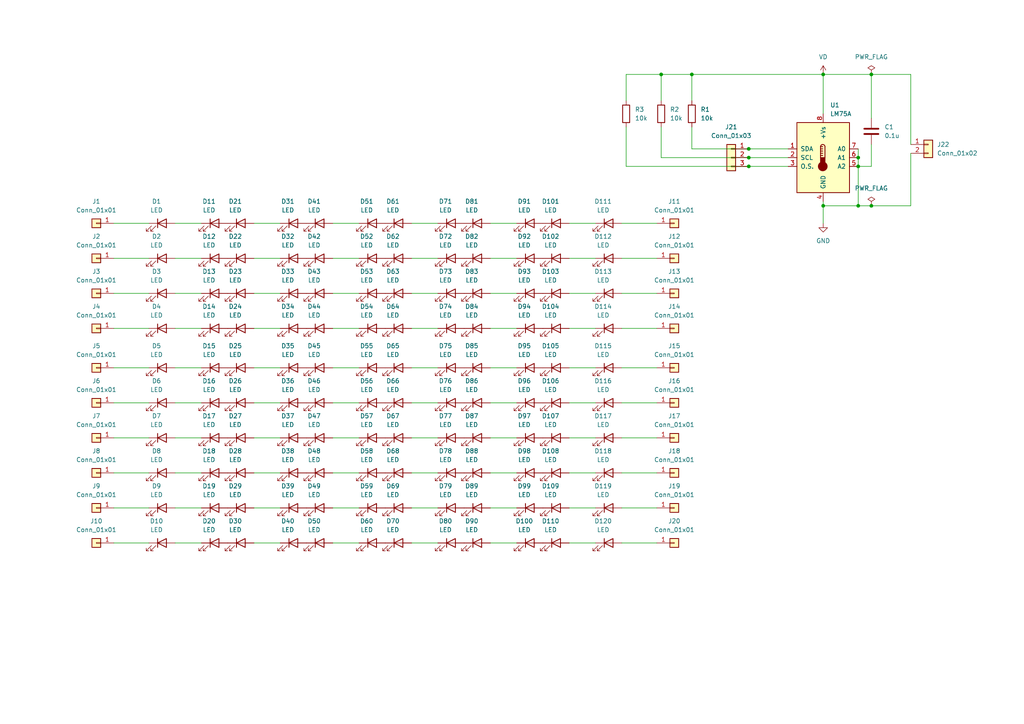
<source format=kicad_sch>
(kicad_sch (version 20211123) (generator eeschema)

  (uuid 6f7bd76c-849c-4219-9d61-f8e527832360)

  (paper "A4")

  (lib_symbols
    (symbol "Connector_Generic:Conn_01x01" (pin_names (offset 1.016) hide) (in_bom yes) (on_board yes)
      (property "Reference" "J" (id 0) (at 0 2.54 0)
        (effects (font (size 1.27 1.27)))
      )
      (property "Value" "Conn_01x01" (id 1) (at 0 -2.54 0)
        (effects (font (size 1.27 1.27)))
      )
      (property "Footprint" "" (id 2) (at 0 0 0)
        (effects (font (size 1.27 1.27)) hide)
      )
      (property "Datasheet" "~" (id 3) (at 0 0 0)
        (effects (font (size 1.27 1.27)) hide)
      )
      (property "ki_keywords" "connector" (id 4) (at 0 0 0)
        (effects (font (size 1.27 1.27)) hide)
      )
      (property "ki_description" "Generic connector, single row, 01x01, script generated (kicad-library-utils/schlib/autogen/connector/)" (id 5) (at 0 0 0)
        (effects (font (size 1.27 1.27)) hide)
      )
      (property "ki_fp_filters" "Connector*:*_1x??_*" (id 6) (at 0 0 0)
        (effects (font (size 1.27 1.27)) hide)
      )
      (symbol "Conn_01x01_1_1"
        (rectangle (start -1.27 0.127) (end 0 -0.127)
          (stroke (width 0.1524) (type default) (color 0 0 0 0))
          (fill (type none))
        )
        (rectangle (start -1.27 1.27) (end 1.27 -1.27)
          (stroke (width 0.254) (type default) (color 0 0 0 0))
          (fill (type background))
        )
        (pin passive line (at -5.08 0 0) (length 3.81)
          (name "Pin_1" (effects (font (size 1.27 1.27))))
          (number "1" (effects (font (size 1.27 1.27))))
        )
      )
    )
    (symbol "Connector_Generic:Conn_01x02" (pin_names (offset 1.016) hide) (in_bom yes) (on_board yes)
      (property "Reference" "J" (id 0) (at 0 2.54 0)
        (effects (font (size 1.27 1.27)))
      )
      (property "Value" "Conn_01x02" (id 1) (at 0 -5.08 0)
        (effects (font (size 1.27 1.27)))
      )
      (property "Footprint" "" (id 2) (at 0 0 0)
        (effects (font (size 1.27 1.27)) hide)
      )
      (property "Datasheet" "~" (id 3) (at 0 0 0)
        (effects (font (size 1.27 1.27)) hide)
      )
      (property "ki_keywords" "connector" (id 4) (at 0 0 0)
        (effects (font (size 1.27 1.27)) hide)
      )
      (property "ki_description" "Generic connector, single row, 01x02, script generated (kicad-library-utils/schlib/autogen/connector/)" (id 5) (at 0 0 0)
        (effects (font (size 1.27 1.27)) hide)
      )
      (property "ki_fp_filters" "Connector*:*_1x??_*" (id 6) (at 0 0 0)
        (effects (font (size 1.27 1.27)) hide)
      )
      (symbol "Conn_01x02_1_1"
        (rectangle (start -1.27 -2.413) (end 0 -2.667)
          (stroke (width 0.1524) (type default) (color 0 0 0 0))
          (fill (type none))
        )
        (rectangle (start -1.27 0.127) (end 0 -0.127)
          (stroke (width 0.1524) (type default) (color 0 0 0 0))
          (fill (type none))
        )
        (rectangle (start -1.27 1.27) (end 1.27 -3.81)
          (stroke (width 0.254) (type default) (color 0 0 0 0))
          (fill (type background))
        )
        (pin passive line (at -5.08 0 0) (length 3.81)
          (name "Pin_1" (effects (font (size 1.27 1.27))))
          (number "1" (effects (font (size 1.27 1.27))))
        )
        (pin passive line (at -5.08 -2.54 0) (length 3.81)
          (name "Pin_2" (effects (font (size 1.27 1.27))))
          (number "2" (effects (font (size 1.27 1.27))))
        )
      )
    )
    (symbol "Connector_Generic:Conn_01x03" (pin_names (offset 1.016) hide) (in_bom yes) (on_board yes)
      (property "Reference" "J" (id 0) (at 0 5.08 0)
        (effects (font (size 1.27 1.27)))
      )
      (property "Value" "Conn_01x03" (id 1) (at 0 -5.08 0)
        (effects (font (size 1.27 1.27)))
      )
      (property "Footprint" "" (id 2) (at 0 0 0)
        (effects (font (size 1.27 1.27)) hide)
      )
      (property "Datasheet" "~" (id 3) (at 0 0 0)
        (effects (font (size 1.27 1.27)) hide)
      )
      (property "ki_keywords" "connector" (id 4) (at 0 0 0)
        (effects (font (size 1.27 1.27)) hide)
      )
      (property "ki_description" "Generic connector, single row, 01x03, script generated (kicad-library-utils/schlib/autogen/connector/)" (id 5) (at 0 0 0)
        (effects (font (size 1.27 1.27)) hide)
      )
      (property "ki_fp_filters" "Connector*:*_1x??_*" (id 6) (at 0 0 0)
        (effects (font (size 1.27 1.27)) hide)
      )
      (symbol "Conn_01x03_1_1"
        (rectangle (start -1.27 -2.413) (end 0 -2.667)
          (stroke (width 0.1524) (type default) (color 0 0 0 0))
          (fill (type none))
        )
        (rectangle (start -1.27 0.127) (end 0 -0.127)
          (stroke (width 0.1524) (type default) (color 0 0 0 0))
          (fill (type none))
        )
        (rectangle (start -1.27 2.667) (end 0 2.413)
          (stroke (width 0.1524) (type default) (color 0 0 0 0))
          (fill (type none))
        )
        (rectangle (start -1.27 3.81) (end 1.27 -3.81)
          (stroke (width 0.254) (type default) (color 0 0 0 0))
          (fill (type background))
        )
        (pin passive line (at -5.08 2.54 0) (length 3.81)
          (name "Pin_1" (effects (font (size 1.27 1.27))))
          (number "1" (effects (font (size 1.27 1.27))))
        )
        (pin passive line (at -5.08 0 0) (length 3.81)
          (name "Pin_2" (effects (font (size 1.27 1.27))))
          (number "2" (effects (font (size 1.27 1.27))))
        )
        (pin passive line (at -5.08 -2.54 0) (length 3.81)
          (name "Pin_3" (effects (font (size 1.27 1.27))))
          (number "3" (effects (font (size 1.27 1.27))))
        )
      )
    )
    (symbol "Device:C" (pin_numbers hide) (pin_names (offset 0.254)) (in_bom yes) (on_board yes)
      (property "Reference" "C" (id 0) (at 0.635 2.54 0)
        (effects (font (size 1.27 1.27)) (justify left))
      )
      (property "Value" "C" (id 1) (at 0.635 -2.54 0)
        (effects (font (size 1.27 1.27)) (justify left))
      )
      (property "Footprint" "" (id 2) (at 0.9652 -3.81 0)
        (effects (font (size 1.27 1.27)) hide)
      )
      (property "Datasheet" "~" (id 3) (at 0 0 0)
        (effects (font (size 1.27 1.27)) hide)
      )
      (property "ki_keywords" "cap capacitor" (id 4) (at 0 0 0)
        (effects (font (size 1.27 1.27)) hide)
      )
      (property "ki_description" "Unpolarized capacitor" (id 5) (at 0 0 0)
        (effects (font (size 1.27 1.27)) hide)
      )
      (property "ki_fp_filters" "C_*" (id 6) (at 0 0 0)
        (effects (font (size 1.27 1.27)) hide)
      )
      (symbol "C_0_1"
        (polyline
          (pts
            (xy -2.032 -0.762)
            (xy 2.032 -0.762)
          )
          (stroke (width 0.508) (type default) (color 0 0 0 0))
          (fill (type none))
        )
        (polyline
          (pts
            (xy -2.032 0.762)
            (xy 2.032 0.762)
          )
          (stroke (width 0.508) (type default) (color 0 0 0 0))
          (fill (type none))
        )
      )
      (symbol "C_1_1"
        (pin passive line (at 0 3.81 270) (length 2.794)
          (name "~" (effects (font (size 1.27 1.27))))
          (number "1" (effects (font (size 1.27 1.27))))
        )
        (pin passive line (at 0 -3.81 90) (length 2.794)
          (name "~" (effects (font (size 1.27 1.27))))
          (number "2" (effects (font (size 1.27 1.27))))
        )
      )
    )
    (symbol "Device:LED" (pin_numbers hide) (pin_names (offset 1.016) hide) (in_bom yes) (on_board yes)
      (property "Reference" "D" (id 0) (at 0 2.54 0)
        (effects (font (size 1.27 1.27)))
      )
      (property "Value" "LED" (id 1) (at 0 -2.54 0)
        (effects (font (size 1.27 1.27)))
      )
      (property "Footprint" "" (id 2) (at 0 0 0)
        (effects (font (size 1.27 1.27)) hide)
      )
      (property "Datasheet" "~" (id 3) (at 0 0 0)
        (effects (font (size 1.27 1.27)) hide)
      )
      (property "ki_keywords" "LED diode" (id 4) (at 0 0 0)
        (effects (font (size 1.27 1.27)) hide)
      )
      (property "ki_description" "Light emitting diode" (id 5) (at 0 0 0)
        (effects (font (size 1.27 1.27)) hide)
      )
      (property "ki_fp_filters" "LED* LED_SMD:* LED_THT:*" (id 6) (at 0 0 0)
        (effects (font (size 1.27 1.27)) hide)
      )
      (symbol "LED_0_1"
        (polyline
          (pts
            (xy -1.27 -1.27)
            (xy -1.27 1.27)
          )
          (stroke (width 0.254) (type default) (color 0 0 0 0))
          (fill (type none))
        )
        (polyline
          (pts
            (xy -1.27 0)
            (xy 1.27 0)
          )
          (stroke (width 0) (type default) (color 0 0 0 0))
          (fill (type none))
        )
        (polyline
          (pts
            (xy 1.27 -1.27)
            (xy 1.27 1.27)
            (xy -1.27 0)
            (xy 1.27 -1.27)
          )
          (stroke (width 0.254) (type default) (color 0 0 0 0))
          (fill (type none))
        )
        (polyline
          (pts
            (xy -3.048 -0.762)
            (xy -4.572 -2.286)
            (xy -3.81 -2.286)
            (xy -4.572 -2.286)
            (xy -4.572 -1.524)
          )
          (stroke (width 0) (type default) (color 0 0 0 0))
          (fill (type none))
        )
        (polyline
          (pts
            (xy -1.778 -0.762)
            (xy -3.302 -2.286)
            (xy -2.54 -2.286)
            (xy -3.302 -2.286)
            (xy -3.302 -1.524)
          )
          (stroke (width 0) (type default) (color 0 0 0 0))
          (fill (type none))
        )
      )
      (symbol "LED_1_1"
        (pin passive line (at -3.81 0 0) (length 2.54)
          (name "K" (effects (font (size 1.27 1.27))))
          (number "1" (effects (font (size 1.27 1.27))))
        )
        (pin passive line (at 3.81 0 180) (length 2.54)
          (name "A" (effects (font (size 1.27 1.27))))
          (number "2" (effects (font (size 1.27 1.27))))
        )
      )
    )
    (symbol "Device:R" (pin_numbers hide) (pin_names (offset 0)) (in_bom yes) (on_board yes)
      (property "Reference" "R" (id 0) (at 2.032 0 90)
        (effects (font (size 1.27 1.27)))
      )
      (property "Value" "R" (id 1) (at 0 0 90)
        (effects (font (size 1.27 1.27)))
      )
      (property "Footprint" "" (id 2) (at -1.778 0 90)
        (effects (font (size 1.27 1.27)) hide)
      )
      (property "Datasheet" "~" (id 3) (at 0 0 0)
        (effects (font (size 1.27 1.27)) hide)
      )
      (property "ki_keywords" "R res resistor" (id 4) (at 0 0 0)
        (effects (font (size 1.27 1.27)) hide)
      )
      (property "ki_description" "Resistor" (id 5) (at 0 0 0)
        (effects (font (size 1.27 1.27)) hide)
      )
      (property "ki_fp_filters" "R_*" (id 6) (at 0 0 0)
        (effects (font (size 1.27 1.27)) hide)
      )
      (symbol "R_0_1"
        (rectangle (start -1.016 -2.54) (end 1.016 2.54)
          (stroke (width 0.254) (type default) (color 0 0 0 0))
          (fill (type none))
        )
      )
      (symbol "R_1_1"
        (pin passive line (at 0 3.81 270) (length 1.27)
          (name "~" (effects (font (size 1.27 1.27))))
          (number "1" (effects (font (size 1.27 1.27))))
        )
        (pin passive line (at 0 -3.81 90) (length 1.27)
          (name "~" (effects (font (size 1.27 1.27))))
          (number "2" (effects (font (size 1.27 1.27))))
        )
      )
    )
    (symbol "LED_1" (pin_numbers hide) (pin_names (offset 1.016) hide) (in_bom yes) (on_board yes)
      (property "Reference" "D" (id 0) (at 0 2.54 0)
        (effects (font (size 1.27 1.27)))
      )
      (property "Value" "LED_1" (id 1) (at 0 -2.54 0)
        (effects (font (size 1.27 1.27)))
      )
      (property "Footprint" "" (id 2) (at 0 0 0)
        (effects (font (size 1.27 1.27)) hide)
      )
      (property "Datasheet" "~" (id 3) (at 0 0 0)
        (effects (font (size 1.27 1.27)) hide)
      )
      (property "ki_keywords" "LED diode" (id 4) (at 0 0 0)
        (effects (font (size 1.27 1.27)) hide)
      )
      (property "ki_description" "Light emitting diode" (id 5) (at 0 0 0)
        (effects (font (size 1.27 1.27)) hide)
      )
      (property "ki_fp_filters" "LED* LED_SMD:* LED_THT:*" (id 6) (at 0 0 0)
        (effects (font (size 1.27 1.27)) hide)
      )
      (symbol "LED_1_0_1"
        (polyline
          (pts
            (xy -1.27 -1.27)
            (xy -1.27 1.27)
          )
          (stroke (width 0.254) (type default) (color 0 0 0 0))
          (fill (type none))
        )
        (polyline
          (pts
            (xy -1.27 0)
            (xy 1.27 0)
          )
          (stroke (width 0) (type default) (color 0 0 0 0))
          (fill (type none))
        )
        (polyline
          (pts
            (xy 1.27 -1.27)
            (xy 1.27 1.27)
            (xy -1.27 0)
            (xy 1.27 -1.27)
          )
          (stroke (width 0.254) (type default) (color 0 0 0 0))
          (fill (type none))
        )
        (polyline
          (pts
            (xy -3.048 -0.762)
            (xy -4.572 -2.286)
            (xy -3.81 -2.286)
            (xy -4.572 -2.286)
            (xy -4.572 -1.524)
          )
          (stroke (width 0) (type default) (color 0 0 0 0))
          (fill (type none))
        )
        (polyline
          (pts
            (xy -1.778 -0.762)
            (xy -3.302 -2.286)
            (xy -2.54 -2.286)
            (xy -3.302 -2.286)
            (xy -3.302 -1.524)
          )
          (stroke (width 0) (type default) (color 0 0 0 0))
          (fill (type none))
        )
      )
      (symbol "LED_1_1_1"
        (pin passive line (at -3.81 0 0) (length 2.54)
          (name "K" (effects (font (size 1.27 1.27))))
          (number "1" (effects (font (size 1.27 1.27))))
        )
        (pin passive line (at 3.81 0 180) (length 2.54)
          (name "A" (effects (font (size 1.27 1.27))))
          (number "2" (effects (font (size 1.27 1.27))))
        )
      )
    )
    (symbol "Sensor_Temperature:LM75B" (pin_names (offset 1.016)) (in_bom yes) (on_board yes)
      (property "Reference" "U" (id 0) (at -6.35 11.43 0)
        (effects (font (size 1.27 1.27)))
      )
      (property "Value" "LM75B" (id 1) (at 0 11.43 0)
        (effects (font (size 1.27 1.27)) (justify left))
      )
      (property "Footprint" "" (id 2) (at 0 0 0)
        (effects (font (size 1.27 1.27)) hide)
      )
      (property "Datasheet" "http://www.ti.com/lit/ds/symlink/lm75b.pdf" (id 3) (at 0 0 0)
        (effects (font (size 1.27 1.27)) hide)
      )
      (property "ki_keywords" "Temperature sensor" (id 4) (at 0 0 0)
        (effects (font (size 1.27 1.27)) hide)
      )
      (property "ki_description" "Digital Temperature Sensor & Thermal Watchdog with LP on I2C and bus fault timeout, SOIC-8 and VSSOP-8" (id 5) (at 0 0 0)
        (effects (font (size 1.27 1.27)) hide)
      )
      (property "ki_fp_filters" "SOIC*3.9x4.9mm*P1.27mm* VSSOP*3.0x3.0mm*P0.65mm*" (id 6) (at 0 0 0)
        (effects (font (size 1.27 1.27)) hide)
      )
      (symbol "LM75B_0_1"
        (rectangle (start -7.62 10.16) (end 7.62 -10.16)
          (stroke (width 0.254) (type default) (color 0 0 0 0))
          (fill (type background))
        )
        (circle (center -0.127 -2.54) (radius 1.27)
          (stroke (width 0.254) (type default) (color 0 0 0 0))
          (fill (type outline))
        )
        (polyline
          (pts
            (xy -0.762 0.635)
            (xy -0.127 0.635)
          )
          (stroke (width 0.254) (type default) (color 0 0 0 0))
          (fill (type none))
        )
        (polyline
          (pts
            (xy -0.762 1.27)
            (xy -0.127 1.27)
          )
          (stroke (width 0.254) (type default) (color 0 0 0 0))
          (fill (type none))
        )
        (polyline
          (pts
            (xy -0.762 1.905)
            (xy -0.127 1.905)
          )
          (stroke (width 0.254) (type default) (color 0 0 0 0))
          (fill (type none))
        )
        (polyline
          (pts
            (xy -0.762 2.54)
            (xy -0.127 2.54)
          )
          (stroke (width 0.254) (type default) (color 0 0 0 0))
          (fill (type none))
        )
        (polyline
          (pts
            (xy -0.762 3.175)
            (xy -0.762 0)
          )
          (stroke (width 0.254) (type default) (color 0 0 0 0))
          (fill (type none))
        )
        (polyline
          (pts
            (xy -0.762 3.175)
            (xy -0.127 3.175)
          )
          (stroke (width 0.254) (type default) (color 0 0 0 0))
          (fill (type none))
        )
        (polyline
          (pts
            (xy 0.508 3.175)
            (xy 0.508 0)
          )
          (stroke (width 0.254) (type default) (color 0 0 0 0))
          (fill (type none))
        )
        (rectangle (start 0.508 -1.905) (end -0.762 0)
          (stroke (width 0.254) (type default) (color 0 0 0 0))
          (fill (type outline))
        )
        (arc (start 0.508 3.175) (mid -0.127 3.81) (end -0.762 3.175)
          (stroke (width 0.254) (type default) (color 0 0 0 0))
          (fill (type none))
        )
      )
      (symbol "LM75B_1_1"
        (pin bidirectional line (at -10.16 2.54 0) (length 2.54)
          (name "SDA" (effects (font (size 1.27 1.27))))
          (number "1" (effects (font (size 1.27 1.27))))
        )
        (pin input line (at -10.16 0 0) (length 2.54)
          (name "SCL" (effects (font (size 1.27 1.27))))
          (number "2" (effects (font (size 1.27 1.27))))
        )
        (pin open_collector line (at -10.16 -2.54 0) (length 2.54)
          (name "O.S." (effects (font (size 1.27 1.27))))
          (number "3" (effects (font (size 1.27 1.27))))
        )
        (pin power_in line (at 0 -12.7 90) (length 2.54)
          (name "GND" (effects (font (size 1.27 1.27))))
          (number "4" (effects (font (size 1.27 1.27))))
        )
        (pin input line (at 10.16 -2.54 180) (length 2.54)
          (name "A2" (effects (font (size 1.27 1.27))))
          (number "5" (effects (font (size 1.27 1.27))))
        )
        (pin input line (at 10.16 0 180) (length 2.54)
          (name "A1" (effects (font (size 1.27 1.27))))
          (number "6" (effects (font (size 1.27 1.27))))
        )
        (pin input line (at 10.16 2.54 180) (length 2.54)
          (name "A0" (effects (font (size 1.27 1.27))))
          (number "7" (effects (font (size 1.27 1.27))))
        )
        (pin power_in line (at 0 12.7 270) (length 2.54)
          (name "+Vs" (effects (font (size 1.27 1.27))))
          (number "8" (effects (font (size 1.27 1.27))))
        )
      )
    )
    (symbol "power:GND" (power) (pin_names (offset 0)) (in_bom yes) (on_board yes)
      (property "Reference" "#PWR" (id 0) (at 0 -6.35 0)
        (effects (font (size 1.27 1.27)) hide)
      )
      (property "Value" "GND" (id 1) (at 0 -3.81 0)
        (effects (font (size 1.27 1.27)))
      )
      (property "Footprint" "" (id 2) (at 0 0 0)
        (effects (font (size 1.27 1.27)) hide)
      )
      (property "Datasheet" "" (id 3) (at 0 0 0)
        (effects (font (size 1.27 1.27)) hide)
      )
      (property "ki_keywords" "power-flag" (id 4) (at 0 0 0)
        (effects (font (size 1.27 1.27)) hide)
      )
      (property "ki_description" "Power symbol creates a global label with name \"GND\" , ground" (id 5) (at 0 0 0)
        (effects (font (size 1.27 1.27)) hide)
      )
      (symbol "GND_0_1"
        (polyline
          (pts
            (xy 0 0)
            (xy 0 -1.27)
            (xy 1.27 -1.27)
            (xy 0 -2.54)
            (xy -1.27 -1.27)
            (xy 0 -1.27)
          )
          (stroke (width 0) (type default) (color 0 0 0 0))
          (fill (type none))
        )
      )
      (symbol "GND_1_1"
        (pin power_in line (at 0 0 270) (length 0) hide
          (name "GND" (effects (font (size 1.27 1.27))))
          (number "1" (effects (font (size 1.27 1.27))))
        )
      )
    )
    (symbol "power:PWR_FLAG" (power) (pin_numbers hide) (pin_names (offset 0) hide) (in_bom yes) (on_board yes)
      (property "Reference" "#FLG" (id 0) (at 0 1.905 0)
        (effects (font (size 1.27 1.27)) hide)
      )
      (property "Value" "PWR_FLAG" (id 1) (at 0 3.81 0)
        (effects (font (size 1.27 1.27)))
      )
      (property "Footprint" "" (id 2) (at 0 0 0)
        (effects (font (size 1.27 1.27)) hide)
      )
      (property "Datasheet" "~" (id 3) (at 0 0 0)
        (effects (font (size 1.27 1.27)) hide)
      )
      (property "ki_keywords" "power-flag" (id 4) (at 0 0 0)
        (effects (font (size 1.27 1.27)) hide)
      )
      (property "ki_description" "Special symbol for telling ERC where power comes from" (id 5) (at 0 0 0)
        (effects (font (size 1.27 1.27)) hide)
      )
      (symbol "PWR_FLAG_0_0"
        (pin power_out line (at 0 0 90) (length 0)
          (name "pwr" (effects (font (size 1.27 1.27))))
          (number "1" (effects (font (size 1.27 1.27))))
        )
      )
      (symbol "PWR_FLAG_0_1"
        (polyline
          (pts
            (xy 0 0)
            (xy 0 1.27)
            (xy -1.016 1.905)
            (xy 0 2.54)
            (xy 1.016 1.905)
            (xy 0 1.27)
          )
          (stroke (width 0) (type default) (color 0 0 0 0))
          (fill (type none))
        )
      )
    )
    (symbol "power:VD" (power) (pin_names (offset 0)) (in_bom yes) (on_board yes)
      (property "Reference" "#PWR" (id 0) (at 0 -3.81 0)
        (effects (font (size 1.27 1.27)) hide)
      )
      (property "Value" "VD" (id 1) (at 0 3.81 0)
        (effects (font (size 1.27 1.27)))
      )
      (property "Footprint" "" (id 2) (at 0 0 0)
        (effects (font (size 1.27 1.27)) hide)
      )
      (property "Datasheet" "" (id 3) (at 0 0 0)
        (effects (font (size 1.27 1.27)) hide)
      )
      (property "ki_keywords" "power-flag" (id 4) (at 0 0 0)
        (effects (font (size 1.27 1.27)) hide)
      )
      (property "ki_description" "Power symbol creates a global label with name \"VD\"" (id 5) (at 0 0 0)
        (effects (font (size 1.27 1.27)) hide)
      )
      (symbol "VD_0_1"
        (polyline
          (pts
            (xy -0.762 1.27)
            (xy 0 2.54)
          )
          (stroke (width 0) (type default) (color 0 0 0 0))
          (fill (type none))
        )
        (polyline
          (pts
            (xy 0 0)
            (xy 0 2.54)
          )
          (stroke (width 0) (type default) (color 0 0 0 0))
          (fill (type none))
        )
        (polyline
          (pts
            (xy 0 2.54)
            (xy 0.762 1.27)
          )
          (stroke (width 0) (type default) (color 0 0 0 0))
          (fill (type none))
        )
      )
      (symbol "VD_1_1"
        (pin power_in line (at 0 0 90) (length 0) hide
          (name "VD" (effects (font (size 1.27 1.27))))
          (number "1" (effects (font (size 1.27 1.27))))
        )
      )
    )
  )

  (junction (at 200.66 21.59) (diameter 0) (color 0 0 0 0)
    (uuid 05e30fed-2515-4187-89b7-8325083a5bc3)
  )
  (junction (at 252.73 59.69) (diameter 0) (color 0 0 0 0)
    (uuid 1eec5721-41b1-4ed9-a77f-75499af03eb1)
  )
  (junction (at 248.92 45.72) (diameter 0) (color 0 0 0 0)
    (uuid 32372fd3-9924-47c7-a18d-032ed0b1f12c)
  )
  (junction (at 191.77 21.59) (diameter 0) (color 0 0 0 0)
    (uuid 4589033f-2774-4713-b3a5-9f87380e9948)
  )
  (junction (at 252.73 21.59) (diameter 0) (color 0 0 0 0)
    (uuid 74efddb4-53bc-4949-9156-41da08eb4f19)
  )
  (junction (at 248.92 59.69) (diameter 0) (color 0 0 0 0)
    (uuid 8440da6b-0a5d-4ef7-a262-94677d4d1263)
  )
  (junction (at 238.76 21.59) (diameter 0) (color 0 0 0 0)
    (uuid a11ba2fa-6244-4112-99ff-3ec0ce495861)
  )
  (junction (at 217.17 48.26) (diameter 0) (color 0 0 0 0)
    (uuid aa3cecf3-c08e-45b7-bc98-c415938869f7)
  )
  (junction (at 238.76 59.69) (diameter 0) (color 0 0 0 0)
    (uuid b1d084ac-3b8d-4f14-8a1e-73dbc797171b)
  )
  (junction (at 217.17 45.72) (diameter 0) (color 0 0 0 0)
    (uuid c26443b0-9a36-4388-b4c5-d83641ad3292)
  )
  (junction (at 217.17 43.18) (diameter 0) (color 0 0 0 0)
    (uuid c67a1997-adcc-4bf6-a1aa-59846aa778d2)
  )
  (junction (at 248.92 48.26) (diameter 0) (color 0 0 0 0)
    (uuid fa59e7c5-91fb-461c-bc7f-6128aa326fb2)
  )

  (wire (pts (xy 73.66 95.25) (xy 81.28 95.25))
    (stroke (width 0) (type default) (color 0 0 0 0))
    (uuid 01240303-4042-4f43-8067-0180eb968fd8)
  )
  (wire (pts (xy 165.1 157.48) (xy 172.72 157.48))
    (stroke (width 0) (type default) (color 0 0 0 0))
    (uuid 0395dfd8-a9b5-4240-9e2f-01f3c375c2c9)
  )
  (wire (pts (xy 142.24 137.16) (xy 149.86 137.16))
    (stroke (width 0) (type default) (color 0 0 0 0))
    (uuid 043489e6-9239-41a3-829e-dd5259d22e2f)
  )
  (wire (pts (xy 50.8 127) (xy 58.42 127))
    (stroke (width 0) (type default) (color 0 0 0 0))
    (uuid 0983ea06-9a72-41e0-9ecb-a11c3ea2b7a0)
  )
  (wire (pts (xy 142.24 106.68) (xy 149.86 106.68))
    (stroke (width 0) (type default) (color 0 0 0 0))
    (uuid 0b6e062d-7f85-4d1e-b242-9fe67ede638c)
  )
  (wire (pts (xy 119.38 74.93) (xy 127 74.93))
    (stroke (width 0) (type default) (color 0 0 0 0))
    (uuid 0bf27954-3ada-4c8f-af50-e1272543b986)
  )
  (wire (pts (xy 200.66 43.18) (xy 217.17 43.18))
    (stroke (width 0) (type default) (color 0 0 0 0))
    (uuid 0d6697ec-1c06-4b5e-babb-db0aa2fe6317)
  )
  (wire (pts (xy 73.66 106.68) (xy 81.28 106.68))
    (stroke (width 0) (type default) (color 0 0 0 0))
    (uuid 0f17e972-0006-446c-b8a2-80881ddb7642)
  )
  (wire (pts (xy 119.38 85.09) (xy 127 85.09))
    (stroke (width 0) (type default) (color 0 0 0 0))
    (uuid 10b78975-85dc-45c5-93e0-ed7c84f4b10a)
  )
  (wire (pts (xy 181.61 29.21) (xy 181.61 21.59))
    (stroke (width 0) (type default) (color 0 0 0 0))
    (uuid 13060c48-d12c-4c3e-b177-a3eb6245b764)
  )
  (wire (pts (xy 33.02 127) (xy 43.18 127))
    (stroke (width 0) (type default) (color 0 0 0 0))
    (uuid 13275e26-8d77-41ce-9cd5-408821e17d81)
  )
  (wire (pts (xy 142.24 85.09) (xy 149.86 85.09))
    (stroke (width 0) (type default) (color 0 0 0 0))
    (uuid 18a139a5-81cd-4cd3-a1cc-357169d6d3be)
  )
  (wire (pts (xy 50.8 106.68) (xy 58.42 106.68))
    (stroke (width 0) (type default) (color 0 0 0 0))
    (uuid 1a01874b-5391-4c73-9c16-d712d240871c)
  )
  (wire (pts (xy 33.02 74.93) (xy 43.18 74.93))
    (stroke (width 0) (type default) (color 0 0 0 0))
    (uuid 1b689cb8-012b-477b-82b7-d7b56a072d79)
  )
  (wire (pts (xy 33.02 95.25) (xy 43.18 95.25))
    (stroke (width 0) (type default) (color 0 0 0 0))
    (uuid 1f21fcfc-e3ec-4b8b-a0f8-a2f7fcd117b0)
  )
  (wire (pts (xy 119.38 147.32) (xy 127 147.32))
    (stroke (width 0) (type default) (color 0 0 0 0))
    (uuid 1f39bbfa-530c-47a4-976f-70ff68601f37)
  )
  (wire (pts (xy 191.77 45.72) (xy 217.17 45.72))
    (stroke (width 0) (type default) (color 0 0 0 0))
    (uuid 1f79f70c-06b5-482e-a81e-1bfe211633de)
  )
  (wire (pts (xy 33.02 157.48) (xy 43.18 157.48))
    (stroke (width 0) (type default) (color 0 0 0 0))
    (uuid 1fffda72-5473-412a-8bbf-a3505e9cbeeb)
  )
  (wire (pts (xy 165.1 137.16) (xy 172.72 137.16))
    (stroke (width 0) (type default) (color 0 0 0 0))
    (uuid 2138ec16-c4d0-4c3f-a6c0-47fbac6d9e7e)
  )
  (wire (pts (xy 191.77 21.59) (xy 191.77 29.21))
    (stroke (width 0) (type default) (color 0 0 0 0))
    (uuid 274a1013-62ac-41f2-999e-643f8e6f11f7)
  )
  (wire (pts (xy 142.24 95.25) (xy 149.86 95.25))
    (stroke (width 0) (type default) (color 0 0 0 0))
    (uuid 27897ab1-08ff-400c-9d68-4669b079b8dd)
  )
  (wire (pts (xy 33.02 147.32) (xy 43.18 147.32))
    (stroke (width 0) (type default) (color 0 0 0 0))
    (uuid 293a946d-4ed4-41f4-b7fd-4f83cceebaf6)
  )
  (wire (pts (xy 252.73 21.59) (xy 264.16 21.59))
    (stroke (width 0) (type default) (color 0 0 0 0))
    (uuid 2bcee32b-97cf-41af-9d7f-3da8137abac9)
  )
  (wire (pts (xy 33.02 85.09) (xy 43.18 85.09))
    (stroke (width 0) (type default) (color 0 0 0 0))
    (uuid 2d27d97a-ac97-455c-9766-c9fb3b65e580)
  )
  (wire (pts (xy 165.1 74.93) (xy 172.72 74.93))
    (stroke (width 0) (type default) (color 0 0 0 0))
    (uuid 312fb07d-8930-4643-a5ff-ede78ca3f7a5)
  )
  (wire (pts (xy 238.76 64.77) (xy 238.76 59.69))
    (stroke (width 0) (type default) (color 0 0 0 0))
    (uuid 3271f132-bb8e-472e-ba84-5c5cdb0b3b0d)
  )
  (wire (pts (xy 190.5 147.32) (xy 180.34 147.32))
    (stroke (width 0) (type default) (color 0 0 0 0))
    (uuid 329869cd-ff7d-42d4-8339-e8db87ea4246)
  )
  (wire (pts (xy 96.52 157.48) (xy 104.14 157.48))
    (stroke (width 0) (type default) (color 0 0 0 0))
    (uuid 336cb2da-266e-467b-ab55-aace71b09851)
  )
  (wire (pts (xy 50.8 116.84) (xy 58.42 116.84))
    (stroke (width 0) (type default) (color 0 0 0 0))
    (uuid 38b12c73-bb64-4bce-819c-be66f02cc68f)
  )
  (wire (pts (xy 50.8 95.25) (xy 58.42 95.25))
    (stroke (width 0) (type default) (color 0 0 0 0))
    (uuid 3ab55d05-74bd-4f72-9f2e-0967d6e31cf1)
  )
  (wire (pts (xy 191.77 36.83) (xy 191.77 45.72))
    (stroke (width 0) (type default) (color 0 0 0 0))
    (uuid 3c11b28a-ef15-471e-804f-5d878126c5b8)
  )
  (wire (pts (xy 119.38 64.77) (xy 127 64.77))
    (stroke (width 0) (type default) (color 0 0 0 0))
    (uuid 4212e384-b416-4510-a519-83e196fb6004)
  )
  (wire (pts (xy 73.66 74.93) (xy 81.28 74.93))
    (stroke (width 0) (type default) (color 0 0 0 0))
    (uuid 441641b9-3bf9-4037-8c66-7f91b75971cb)
  )
  (wire (pts (xy 96.52 116.84) (xy 104.14 116.84))
    (stroke (width 0) (type default) (color 0 0 0 0))
    (uuid 45b94c16-b28d-44d7-bb49-a2cca56624d6)
  )
  (wire (pts (xy 190.5 85.09) (xy 180.34 85.09))
    (stroke (width 0) (type default) (color 0 0 0 0))
    (uuid 461d2cb1-0058-4dc6-bb3b-32e3c8ff6af5)
  )
  (wire (pts (xy 33.02 137.16) (xy 43.18 137.16))
    (stroke (width 0) (type default) (color 0 0 0 0))
    (uuid 465a265f-fc08-48f3-b2e1-3dab1ce04618)
  )
  (wire (pts (xy 248.92 43.18) (xy 248.92 45.72))
    (stroke (width 0) (type default) (color 0 0 0 0))
    (uuid 4752c643-ffde-47e8-9000-190642c512c1)
  )
  (wire (pts (xy 142.24 147.32) (xy 149.86 147.32))
    (stroke (width 0) (type default) (color 0 0 0 0))
    (uuid 481001df-81c0-4cb0-becd-852b940be0e3)
  )
  (wire (pts (xy 181.61 48.26) (xy 181.61 36.83))
    (stroke (width 0) (type default) (color 0 0 0 0))
    (uuid 4d1633fd-1509-4b13-b3f9-0829208442d3)
  )
  (wire (pts (xy 200.66 29.21) (xy 200.66 21.59))
    (stroke (width 0) (type default) (color 0 0 0 0))
    (uuid 4dde44b7-d36a-4975-88b8-b60884bccd71)
  )
  (wire (pts (xy 142.24 116.84) (xy 149.86 116.84))
    (stroke (width 0) (type default) (color 0 0 0 0))
    (uuid 4e270a59-bf55-4935-a8d6-70639ece3629)
  )
  (wire (pts (xy 190.5 95.25) (xy 180.34 95.25))
    (stroke (width 0) (type default) (color 0 0 0 0))
    (uuid 4fcf5a47-cf0a-492d-a56c-0f7df75d3293)
  )
  (wire (pts (xy 264.16 44.45) (xy 264.16 59.69))
    (stroke (width 0) (type default) (color 0 0 0 0))
    (uuid 50081c5f-091e-45f2-a8c4-15f7144e1c33)
  )
  (wire (pts (xy 165.1 127) (xy 172.72 127))
    (stroke (width 0) (type default) (color 0 0 0 0))
    (uuid 51193594-543a-4600-9a23-694e1618cac6)
  )
  (wire (pts (xy 165.1 85.09) (xy 172.72 85.09))
    (stroke (width 0) (type default) (color 0 0 0 0))
    (uuid 5159d101-e193-4925-9a01-876ebbdb47ea)
  )
  (wire (pts (xy 190.5 157.48) (xy 180.34 157.48))
    (stroke (width 0) (type default) (color 0 0 0 0))
    (uuid 51776f2c-7451-4bbd-8c2c-f198d847ea65)
  )
  (wire (pts (xy 142.24 74.93) (xy 149.86 74.93))
    (stroke (width 0) (type default) (color 0 0 0 0))
    (uuid 530f151c-2690-41ac-ab4c-cca9a934c27e)
  )
  (wire (pts (xy 96.52 147.32) (xy 104.14 147.32))
    (stroke (width 0) (type default) (color 0 0 0 0))
    (uuid 54658de8-8a29-4d9e-a78f-4355e859cb75)
  )
  (wire (pts (xy 238.76 21.59) (xy 252.73 21.59))
    (stroke (width 0) (type default) (color 0 0 0 0))
    (uuid 54a2769e-4f1d-4849-802a-e490d5fc7958)
  )
  (wire (pts (xy 252.73 21.59) (xy 252.73 34.29))
    (stroke (width 0) (type default) (color 0 0 0 0))
    (uuid 58079ee6-e1a3-4486-b2d4-40f6bc705568)
  )
  (wire (pts (xy 264.16 59.69) (xy 252.73 59.69))
    (stroke (width 0) (type default) (color 0 0 0 0))
    (uuid 5c80be92-82ba-42f5-b697-65dcf4665b60)
  )
  (wire (pts (xy 119.38 116.84) (xy 127 116.84))
    (stroke (width 0) (type default) (color 0 0 0 0))
    (uuid 5d91f3fb-39f1-46dc-a887-a8282cb5e0ef)
  )
  (wire (pts (xy 264.16 21.59) (xy 264.16 41.91))
    (stroke (width 0) (type default) (color 0 0 0 0))
    (uuid 5d959f0b-fd3f-44d0-8150-d4c7d93d7fc1)
  )
  (wire (pts (xy 73.66 116.84) (xy 81.28 116.84))
    (stroke (width 0) (type default) (color 0 0 0 0))
    (uuid 6093ba7d-539b-4b4d-8b0b-389aea98f964)
  )
  (wire (pts (xy 252.73 48.26) (xy 252.73 41.91))
    (stroke (width 0) (type default) (color 0 0 0 0))
    (uuid 61531df7-c153-4e18-8336-5b88d9d47c34)
  )
  (wire (pts (xy 190.5 137.16) (xy 180.34 137.16))
    (stroke (width 0) (type default) (color 0 0 0 0))
    (uuid 6349ecc9-6325-4924-b5cf-fe511a05b77f)
  )
  (wire (pts (xy 217.17 48.26) (xy 228.6 48.26))
    (stroke (width 0) (type default) (color 0 0 0 0))
    (uuid 66976a1f-d271-433d-ab0b-4b090ba99ab4)
  )
  (wire (pts (xy 96.52 137.16) (xy 104.14 137.16))
    (stroke (width 0) (type default) (color 0 0 0 0))
    (uuid 6ede8060-1bda-48c2-b9e2-031d44cb5c24)
  )
  (wire (pts (xy 33.02 106.68) (xy 43.18 106.68))
    (stroke (width 0) (type default) (color 0 0 0 0))
    (uuid 7018faa9-3f5e-4870-8eef-1c7020c14a8f)
  )
  (wire (pts (xy 238.76 59.69) (xy 238.76 58.42))
    (stroke (width 0) (type default) (color 0 0 0 0))
    (uuid 734669e1-927b-4e58-bdec-1019d1296859)
  )
  (wire (pts (xy 73.66 137.16) (xy 81.28 137.16))
    (stroke (width 0) (type default) (color 0 0 0 0))
    (uuid 750bc23f-0e56-44b0-9326-4986411cb2b3)
  )
  (wire (pts (xy 238.76 33.02) (xy 238.76 21.59))
    (stroke (width 0) (type default) (color 0 0 0 0))
    (uuid 7df178bf-8945-458f-8546-68d81bba1d16)
  )
  (wire (pts (xy 96.52 74.93) (xy 104.14 74.93))
    (stroke (width 0) (type default) (color 0 0 0 0))
    (uuid 7fec3172-c430-40f4-b063-ed17213403cc)
  )
  (wire (pts (xy 200.66 36.83) (xy 200.66 43.18))
    (stroke (width 0) (type default) (color 0 0 0 0))
    (uuid 820b8c31-4c13-4532-9361-96671e0fb4df)
  )
  (wire (pts (xy 248.92 48.26) (xy 252.73 48.26))
    (stroke (width 0) (type default) (color 0 0 0 0))
    (uuid 837d7f8c-9b3b-4f66-b553-5d10a83a221e)
  )
  (wire (pts (xy 119.38 137.16) (xy 127 137.16))
    (stroke (width 0) (type default) (color 0 0 0 0))
    (uuid 8412c20e-e2b0-48ad-af1c-8a2e82840b2f)
  )
  (wire (pts (xy 50.8 85.09) (xy 58.42 85.09))
    (stroke (width 0) (type default) (color 0 0 0 0))
    (uuid 89448191-82cc-433d-90aa-6300857e7f61)
  )
  (wire (pts (xy 96.52 64.77) (xy 104.14 64.77))
    (stroke (width 0) (type default) (color 0 0 0 0))
    (uuid 8a0b9b00-0822-4544-86bf-afa67803414c)
  )
  (wire (pts (xy 119.38 127) (xy 127 127))
    (stroke (width 0) (type default) (color 0 0 0 0))
    (uuid 8a3962be-09e1-4740-8429-13b6e27b541d)
  )
  (wire (pts (xy 33.02 116.84) (xy 43.18 116.84))
    (stroke (width 0) (type default) (color 0 0 0 0))
    (uuid 8a3f6c55-9d82-49b2-a53c-e79c94b0759e)
  )
  (wire (pts (xy 73.66 85.09) (xy 81.28 85.09))
    (stroke (width 0) (type default) (color 0 0 0 0))
    (uuid 8b0d0041-54cf-42f1-b12f-45c304f96e70)
  )
  (wire (pts (xy 73.66 147.32) (xy 81.28 147.32))
    (stroke (width 0) (type default) (color 0 0 0 0))
    (uuid 8ecb3b42-ff89-47db-b61f-19bee73dad67)
  )
  (wire (pts (xy 50.8 147.32) (xy 58.42 147.32))
    (stroke (width 0) (type default) (color 0 0 0 0))
    (uuid 8f83ce9b-1ddb-420b-9259-3dfc6fc6115c)
  )
  (wire (pts (xy 142.24 157.48) (xy 149.86 157.48))
    (stroke (width 0) (type default) (color 0 0 0 0))
    (uuid 91d39130-e748-4284-b169-8ca6cf6d53f9)
  )
  (wire (pts (xy 96.52 127) (xy 104.14 127))
    (stroke (width 0) (type default) (color 0 0 0 0))
    (uuid 92db87e9-f8d6-4522-a05d-b573cf300105)
  )
  (wire (pts (xy 217.17 45.72) (xy 228.6 45.72))
    (stroke (width 0) (type default) (color 0 0 0 0))
    (uuid 94fd74c0-7f77-47e1-8ee3-030ffb3c69d2)
  )
  (wire (pts (xy 119.38 157.48) (xy 127 157.48))
    (stroke (width 0) (type default) (color 0 0 0 0))
    (uuid 98f47cff-fff0-4ee0-af59-6a69466d5af7)
  )
  (wire (pts (xy 190.5 74.93) (xy 180.34 74.93))
    (stroke (width 0) (type default) (color 0 0 0 0))
    (uuid 9a163a22-97c7-47d1-b8cd-a51a8e0e65f1)
  )
  (wire (pts (xy 165.1 106.68) (xy 172.72 106.68))
    (stroke (width 0) (type default) (color 0 0 0 0))
    (uuid 9a305225-1418-467e-965f-1d25544c4724)
  )
  (wire (pts (xy 217.17 48.26) (xy 181.61 48.26))
    (stroke (width 0) (type default) (color 0 0 0 0))
    (uuid 9ce83b7e-0a43-4499-bc13-530cec982c01)
  )
  (wire (pts (xy 181.61 21.59) (xy 191.77 21.59))
    (stroke (width 0) (type default) (color 0 0 0 0))
    (uuid a66ddc24-c34e-4ffd-9130-fc82177b5f20)
  )
  (wire (pts (xy 190.5 106.68) (xy 180.34 106.68))
    (stroke (width 0) (type default) (color 0 0 0 0))
    (uuid a9a7a099-8eb1-4a2a-a8f4-bae30f3d3e55)
  )
  (wire (pts (xy 50.8 137.16) (xy 58.42 137.16))
    (stroke (width 0) (type default) (color 0 0 0 0))
    (uuid ac113b98-8062-49d4-8766-f319d99e0a5a)
  )
  (wire (pts (xy 73.66 157.48) (xy 81.28 157.48))
    (stroke (width 0) (type default) (color 0 0 0 0))
    (uuid af2d5e06-75ad-43a4-8cf2-385945871f30)
  )
  (wire (pts (xy 248.92 59.69) (xy 252.73 59.69))
    (stroke (width 0) (type default) (color 0 0 0 0))
    (uuid b4c41f69-55a5-4b5b-98c7-47d40dd7292b)
  )
  (wire (pts (xy 191.77 21.59) (xy 200.66 21.59))
    (stroke (width 0) (type default) (color 0 0 0 0))
    (uuid b7d5acfa-5e35-4243-885c-1ba1a4abed74)
  )
  (wire (pts (xy 119.38 95.25) (xy 127 95.25))
    (stroke (width 0) (type default) (color 0 0 0 0))
    (uuid ba3f7ae0-bd66-46c8-8c27-89f275fa1737)
  )
  (wire (pts (xy 50.8 74.93) (xy 58.42 74.93))
    (stroke (width 0) (type default) (color 0 0 0 0))
    (uuid bd6063c0-ac5d-4c30-b3e9-c838d2b7addc)
  )
  (wire (pts (xy 96.52 106.68) (xy 104.14 106.68))
    (stroke (width 0) (type default) (color 0 0 0 0))
    (uuid cc53ae3a-ba7f-42ad-8ad2-eb0e1a52c4d6)
  )
  (wire (pts (xy 50.8 157.48) (xy 58.42 157.48))
    (stroke (width 0) (type default) (color 0 0 0 0))
    (uuid ce964b1b-1380-4fe6-a90c-2f08754fd691)
  )
  (wire (pts (xy 190.5 64.77) (xy 180.34 64.77))
    (stroke (width 0) (type default) (color 0 0 0 0))
    (uuid cfff9704-3f1f-4faf-9b16-4533bba9c623)
  )
  (wire (pts (xy 248.92 48.26) (xy 248.92 59.69))
    (stroke (width 0) (type default) (color 0 0 0 0))
    (uuid d0aad00f-466e-4d6c-b1a0-8b44c69e99ae)
  )
  (wire (pts (xy 190.5 127) (xy 180.34 127))
    (stroke (width 0) (type default) (color 0 0 0 0))
    (uuid d3c8ed6c-0d09-4665-9a0c-a96adff6727b)
  )
  (wire (pts (xy 190.5 116.84) (xy 180.34 116.84))
    (stroke (width 0) (type default) (color 0 0 0 0))
    (uuid d5557c7c-18c3-46ce-9af9-d1c5926a059c)
  )
  (wire (pts (xy 165.1 64.77) (xy 172.72 64.77))
    (stroke (width 0) (type default) (color 0 0 0 0))
    (uuid da83f851-5c10-4178-8ae8-e376aa0118d5)
  )
  (wire (pts (xy 73.66 127) (xy 81.28 127))
    (stroke (width 0) (type default) (color 0 0 0 0))
    (uuid dd3a3828-7fda-43e6-b0dd-b7d57ac79171)
  )
  (wire (pts (xy 50.8 64.77) (xy 58.42 64.77))
    (stroke (width 0) (type default) (color 0 0 0 0))
    (uuid debf542e-81d8-46ca-8b59-5ad6f92248ac)
  )
  (wire (pts (xy 96.52 85.09) (xy 104.14 85.09))
    (stroke (width 0) (type default) (color 0 0 0 0))
    (uuid dfc9734b-6617-41c9-8719-79624ebcbe21)
  )
  (wire (pts (xy 73.66 64.77) (xy 81.28 64.77))
    (stroke (width 0) (type default) (color 0 0 0 0))
    (uuid e5f8a6b3-e9ee-4366-ad71-f30126704afe)
  )
  (wire (pts (xy 165.1 147.32) (xy 172.72 147.32))
    (stroke (width 0) (type default) (color 0 0 0 0))
    (uuid e7a4b88f-8c56-4f9e-840a-77b01441539d)
  )
  (wire (pts (xy 96.52 95.25) (xy 104.14 95.25))
    (stroke (width 0) (type default) (color 0 0 0 0))
    (uuid ebfd7f61-d40c-4a66-aca0-5c98e388961f)
  )
  (wire (pts (xy 248.92 45.72) (xy 248.92 48.26))
    (stroke (width 0) (type default) (color 0 0 0 0))
    (uuid ecc4e9a7-4d4a-4876-8612-f6e1cf93320a)
  )
  (wire (pts (xy 142.24 127) (xy 149.86 127))
    (stroke (width 0) (type default) (color 0 0 0 0))
    (uuid f3040875-1166-4124-9c04-cf66377f3187)
  )
  (wire (pts (xy 165.1 116.84) (xy 172.72 116.84))
    (stroke (width 0) (type default) (color 0 0 0 0))
    (uuid f4268e29-08bb-4904-9da1-3a1a72383294)
  )
  (wire (pts (xy 33.02 64.77) (xy 43.18 64.77))
    (stroke (width 0) (type default) (color 0 0 0 0))
    (uuid f84c70d7-16b5-4824-82e9-f44416fe0aef)
  )
  (wire (pts (xy 165.1 95.25) (xy 172.72 95.25))
    (stroke (width 0) (type default) (color 0 0 0 0))
    (uuid f9e92ffb-dbc6-4301-91a5-681d4503f748)
  )
  (wire (pts (xy 200.66 21.59) (xy 238.76 21.59))
    (stroke (width 0) (type default) (color 0 0 0 0))
    (uuid faa026cc-1eae-487c-b6ce-30ecad9302c4)
  )
  (wire (pts (xy 217.17 43.18) (xy 228.6 43.18))
    (stroke (width 0) (type default) (color 0 0 0 0))
    (uuid fae83002-e40b-42c2-b621-432d1b163b98)
  )
  (wire (pts (xy 119.38 106.68) (xy 127 106.68))
    (stroke (width 0) (type default) (color 0 0 0 0))
    (uuid fbb4232c-efc7-49d8-b210-4b8f27a0a997)
  )
  (wire (pts (xy 142.24 64.77) (xy 149.86 64.77))
    (stroke (width 0) (type default) (color 0 0 0 0))
    (uuid fe031b9b-17fd-4a78-9898-2b7b16b9570f)
  )
  (wire (pts (xy 248.92 59.69) (xy 238.76 59.69))
    (stroke (width 0) (type default) (color 0 0 0 0))
    (uuid fe8686b2-c38d-480b-9f69-18c832a59618)
  )

  (symbol (lib_id "Connector_Generic:Conn_01x01") (at 27.94 157.48 0) (mirror y) (unit 1)
    (in_bom yes) (on_board yes) (fields_autoplaced)
    (uuid 00d4c4d3-9794-44f9-a26e-69c16bf4f205)
    (property "Reference" "J10" (id 0) (at 27.94 151.13 0))
    (property "Value" "Conn_01x01" (id 1) (at 27.94 153.67 0))
    (property "Footprint" "Library:led_power_pin1" (id 2) (at 27.94 157.48 0)
      (effects (font (size 1.27 1.27)) hide)
    )
    (property "Datasheet" "~" (id 3) (at 27.94 157.48 0)
      (effects (font (size 1.27 1.27)) hide)
    )
    (pin "1" (uuid 15dc5967-60af-4cb6-a298-04971b2834c2))
  )

  (symbol (lib_name "LED_1") (lib_id "Device:LED") (at 62.23 95.25 0) (unit 1)
    (in_bom yes) (on_board yes) (fields_autoplaced)
    (uuid 018dc597-ab5d-4d41-b473-77139a737540)
    (property "Reference" "D14" (id 0) (at 60.6425 88.9 0))
    (property "Value" "LED" (id 1) (at 60.6425 91.44 0))
    (property "Footprint" "Library:Cree_J-Series-2835-LED" (id 2) (at 62.23 95.25 0)
      (effects (font (size 1.27 1.27)) hide)
    )
    (property "Datasheet" "~" (id 3) (at 62.23 95.25 0)
      (effects (font (size 1.27 1.27)) hide)
    )
    (pin "1" (uuid b4293e7c-9b39-4103-bcef-82dfb964e209))
    (pin "2" (uuid 86fe7f28-e023-4931-aaa4-713eedb35276))
  )

  (symbol (lib_name "LED_1") (lib_id "Device:LED") (at 92.71 74.93 0) (unit 1)
    (in_bom yes) (on_board yes) (fields_autoplaced)
    (uuid 01b04ce1-c1e1-4cc6-9012-2e6b1d6ff762)
    (property "Reference" "D42" (id 0) (at 91.1225 68.58 0))
    (property "Value" "LED" (id 1) (at 91.1225 71.12 0))
    (property "Footprint" "Library:Cree_J-Series-2835-LED" (id 2) (at 92.71 74.93 0)
      (effects (font (size 1.27 1.27)) hide)
    )
    (property "Datasheet" "~" (id 3) (at 92.71 74.93 0)
      (effects (font (size 1.27 1.27)) hide)
    )
    (pin "1" (uuid 684e60b9-e66f-4ea0-b9ad-69773746936b))
    (pin "2" (uuid 48098c9d-dfd9-4d34-b885-5245507ca229))
  )

  (symbol (lib_id "Device:R") (at 181.61 33.02 0) (unit 1)
    (in_bom yes) (on_board yes) (fields_autoplaced)
    (uuid 0520df31-e734-431f-a3e8-2cfe2eef3116)
    (property "Reference" "R3" (id 0) (at 184.15 31.7499 0)
      (effects (font (size 1.27 1.27)) (justify left))
    )
    (property "Value" "10k" (id 1) (at 184.15 34.2899 0)
      (effects (font (size 1.27 1.27)) (justify left))
    )
    (property "Footprint" "Resistor_SMD:R_0603_1608Metric_Pad0.98x0.95mm_HandSolder" (id 2) (at 179.832 33.02 90)
      (effects (font (size 1.27 1.27)) hide)
    )
    (property "Datasheet" "~" (id 3) (at 181.61 33.02 0)
      (effects (font (size 1.27 1.27)) hide)
    )
    (pin "1" (uuid 21daecbf-8839-42fc-8f47-4ebf3824ffb9))
    (pin "2" (uuid b2e5d271-8f6e-4dc6-8fa6-5037e4a37f1f))
  )

  (symbol (lib_name "LED_1") (lib_id "Device:LED") (at 176.53 95.25 0) (unit 1)
    (in_bom yes) (on_board yes) (fields_autoplaced)
    (uuid 0524ca6e-3b13-44a3-b15e-bbeac7718ec5)
    (property "Reference" "D114" (id 0) (at 174.9425 88.9 0))
    (property "Value" "LED" (id 1) (at 174.9425 91.44 0))
    (property "Footprint" "Library:Cree_J-Series-2835-LED" (id 2) (at 176.53 95.25 0)
      (effects (font (size 1.27 1.27)) hide)
    )
    (property "Datasheet" "~" (id 3) (at 176.53 95.25 0)
      (effects (font (size 1.27 1.27)) hide)
    )
    (pin "1" (uuid 904f4650-3090-4cb3-9057-022aca320103))
    (pin "2" (uuid fc34a2aa-1719-478e-86dc-705e5331e107))
  )

  (symbol (lib_id "Device:LED") (at 85.09 85.09 0) (unit 1)
    (in_bom yes) (on_board yes) (fields_autoplaced)
    (uuid 05cfdcf5-518e-4bf3-bdc1-b72632a343f2)
    (property "Reference" "D33" (id 0) (at 83.5025 78.74 0))
    (property "Value" "LED" (id 1) (at 83.5025 81.28 0))
    (property "Footprint" "Library:Cree_J-Series-2835-LED" (id 2) (at 85.09 85.09 0)
      (effects (font (size 1.27 1.27)) hide)
    )
    (property "Datasheet" "~" (id 3) (at 85.09 85.09 0)
      (effects (font (size 1.27 1.27)) hide)
    )
    (pin "1" (uuid 199ab102-7db1-40c6-8e92-0179b8689400))
    (pin "2" (uuid 12763fb3-c7d9-430c-9582-bceaf9823d5a))
  )

  (symbol (lib_name "LED_1") (lib_id "Device:LED") (at 176.53 157.48 0) (unit 1)
    (in_bom yes) (on_board yes) (fields_autoplaced)
    (uuid 072a6588-f7ed-483b-9e90-a9ba60d886a2)
    (property "Reference" "D120" (id 0) (at 174.9425 151.13 0))
    (property "Value" "LED" (id 1) (at 174.9425 153.67 0))
    (property "Footprint" "Library:Cree_J-Series-2835-LED" (id 2) (at 176.53 157.48 0)
      (effects (font (size 1.27 1.27)) hide)
    )
    (property "Datasheet" "~" (id 3) (at 176.53 157.48 0)
      (effects (font (size 1.27 1.27)) hide)
    )
    (pin "1" (uuid 88306415-bcd8-486a-bea1-b54658919a9f))
    (pin "2" (uuid 136bbffc-7b49-4f1d-9cd8-7e2043ead8a6))
  )

  (symbol (lib_name "LED_1") (lib_id "Device:LED") (at 138.43 95.25 0) (unit 1)
    (in_bom yes) (on_board yes) (fields_autoplaced)
    (uuid 084a668b-5ea5-4de9-b6db-ac3b3b1d41f0)
    (property "Reference" "D84" (id 0) (at 136.8425 88.9 0))
    (property "Value" "LED" (id 1) (at 136.8425 91.44 0))
    (property "Footprint" "Library:Cree_J-Series-2835-LED" (id 2) (at 138.43 95.25 0)
      (effects (font (size 1.27 1.27)) hide)
    )
    (property "Datasheet" "~" (id 3) (at 138.43 95.25 0)
      (effects (font (size 1.27 1.27)) hide)
    )
    (pin "1" (uuid 606061f2-dd95-4347-bae5-1ec6ec991cd0))
    (pin "2" (uuid 5d3cf54b-f9bb-42e1-9114-f169e4c33fdf))
  )

  (symbol (lib_name "LED_1") (lib_id "Device:LED") (at 161.29 74.93 0) (unit 1)
    (in_bom yes) (on_board yes) (fields_autoplaced)
    (uuid 0964d821-fdf9-47ec-8c8a-9c81291bd983)
    (property "Reference" "D102" (id 0) (at 159.7025 68.58 0))
    (property "Value" "LED" (id 1) (at 159.7025 71.12 0))
    (property "Footprint" "Library:Cree_J-Series-2835-LED" (id 2) (at 161.29 74.93 0)
      (effects (font (size 1.27 1.27)) hide)
    )
    (property "Datasheet" "~" (id 3) (at 161.29 74.93 0)
      (effects (font (size 1.27 1.27)) hide)
    )
    (pin "1" (uuid 9d579d49-1eff-46f0-9062-64ef1d4e096b))
    (pin "2" (uuid 349b313a-dab4-4bbd-9ddf-dc927c80014d))
  )

  (symbol (lib_name "LED_1") (lib_id "Device:LED") (at 62.23 157.48 0) (unit 1)
    (in_bom yes) (on_board yes) (fields_autoplaced)
    (uuid 09fbad41-8547-4fca-a5ca-b35a8c5d84d4)
    (property "Reference" "D20" (id 0) (at 60.6425 151.13 0))
    (property "Value" "LED" (id 1) (at 60.6425 153.67 0))
    (property "Footprint" "Library:Cree_J-Series-2835-LED" (id 2) (at 62.23 157.48 0)
      (effects (font (size 1.27 1.27)) hide)
    )
    (property "Datasheet" "~" (id 3) (at 62.23 157.48 0)
      (effects (font (size 1.27 1.27)) hide)
    )
    (pin "1" (uuid 6f258ac3-de5e-4a91-b900-17ca11e43eb2))
    (pin "2" (uuid d197fe3e-4a8c-426e-89a7-25e7e147f943))
  )

  (symbol (lib_id "Device:LED") (at 130.81 106.68 0) (unit 1)
    (in_bom yes) (on_board yes) (fields_autoplaced)
    (uuid 0c8dfd4a-8519-4f12-bcfe-6c01dd19e82f)
    (property "Reference" "D75" (id 0) (at 129.2225 100.33 0))
    (property "Value" "LED" (id 1) (at 129.2225 102.87 0))
    (property "Footprint" "Library:Cree_J-Series-2835-LED" (id 2) (at 130.81 106.68 0)
      (effects (font (size 1.27 1.27)) hide)
    )
    (property "Datasheet" "~" (id 3) (at 130.81 106.68 0)
      (effects (font (size 1.27 1.27)) hide)
    )
    (pin "1" (uuid 1a0d608b-a7fe-464b-a30a-691321249113))
    (pin "2" (uuid 4d59a1e3-24e2-43a7-8905-20cd739bc627))
  )

  (symbol (lib_id "Device:LED") (at 46.99 85.09 0) (unit 1)
    (in_bom yes) (on_board yes) (fields_autoplaced)
    (uuid 0e2e439b-9093-48a4-b208-906c05dcde1f)
    (property "Reference" "D3" (id 0) (at 45.4025 78.74 0))
    (property "Value" "LED" (id 1) (at 45.4025 81.28 0))
    (property "Footprint" "Library:Cree_J-Series-2835-LED" (id 2) (at 46.99 85.09 0)
      (effects (font (size 1.27 1.27)) hide)
    )
    (property "Datasheet" "~" (id 3) (at 46.99 85.09 0)
      (effects (font (size 1.27 1.27)) hide)
    )
    (pin "1" (uuid 654a7606-1e64-4e60-8235-3aa98fa9d6d5))
    (pin "2" (uuid b64677ae-db59-4f15-ba17-ec376e708220))
  )

  (symbol (lib_id "Device:LED") (at 176.53 64.77 0) (unit 1)
    (in_bom yes) (on_board yes) (fields_autoplaced)
    (uuid 0ed6eceb-8ef8-47f5-9160-74c978d7caec)
    (property "Reference" "D111" (id 0) (at 174.9425 58.42 0))
    (property "Value" "LED" (id 1) (at 174.9425 60.96 0))
    (property "Footprint" "Library:Cree_J-Series-2835-LED" (id 2) (at 176.53 64.77 0)
      (effects (font (size 1.27 1.27)) hide)
    )
    (property "Datasheet" "~" (id 3) (at 176.53 64.77 0)
      (effects (font (size 1.27 1.27)) hide)
    )
    (pin "1" (uuid 19ff4e5f-b5c6-4b3c-adc0-2757d6d8f7d1))
    (pin "2" (uuid 651f0c8f-ff44-4a12-b037-a5de7802783e))
  )

  (symbol (lib_name "LED_1") (lib_id "Device:LED") (at 138.43 74.93 0) (unit 1)
    (in_bom yes) (on_board yes) (fields_autoplaced)
    (uuid 0f68e3e4-7b48-475e-9299-dea8ea6f7156)
    (property "Reference" "D82" (id 0) (at 136.8425 68.58 0))
    (property "Value" "LED" (id 1) (at 136.8425 71.12 0))
    (property "Footprint" "Library:Cree_J-Series-2835-LED" (id 2) (at 138.43 74.93 0)
      (effects (font (size 1.27 1.27)) hide)
    )
    (property "Datasheet" "~" (id 3) (at 138.43 74.93 0)
      (effects (font (size 1.27 1.27)) hide)
    )
    (pin "1" (uuid 8f7bf695-cbfa-4e99-b845-59e3a030f2fb))
    (pin "2" (uuid a8b2e907-ac96-46ff-a2aa-95bb0db083e8))
  )

  (symbol (lib_name "LED_1") (lib_id "Device:LED") (at 69.85 116.84 0) (unit 1)
    (in_bom yes) (on_board yes) (fields_autoplaced)
    (uuid 10666895-2047-4a8c-93b4-3e60f4cc0cf0)
    (property "Reference" "D26" (id 0) (at 68.2625 110.49 0))
    (property "Value" "LED" (id 1) (at 68.2625 113.03 0))
    (property "Footprint" "Library:Cree_J-Series-2835-LED" (id 2) (at 69.85 116.84 0)
      (effects (font (size 1.27 1.27)) hide)
    )
    (property "Datasheet" "~" (id 3) (at 69.85 116.84 0)
      (effects (font (size 1.27 1.27)) hide)
    )
    (pin "1" (uuid 088553b1-e44e-4c6f-abd7-70dbe705e095))
    (pin "2" (uuid 67e33bbf-6c33-4d36-9b46-96fdf51b5284))
  )

  (symbol (lib_id "Device:LED") (at 138.43 64.77 0) (unit 1)
    (in_bom yes) (on_board yes) (fields_autoplaced)
    (uuid 12fadbb5-3731-4ce5-a0c0-1871aeac895d)
    (property "Reference" "D81" (id 0) (at 136.8425 58.42 0))
    (property "Value" "LED" (id 1) (at 136.8425 60.96 0))
    (property "Footprint" "Library:Cree_J-Series-2835-LED" (id 2) (at 138.43 64.77 0)
      (effects (font (size 1.27 1.27)) hide)
    )
    (property "Datasheet" "~" (id 3) (at 138.43 64.77 0)
      (effects (font (size 1.27 1.27)) hide)
    )
    (pin "1" (uuid 50cb9557-6704-43a0-86c2-2a53bd920df0))
    (pin "2" (uuid acd9d41b-1b08-448a-bbb1-b2bb28dc5597))
  )

  (symbol (lib_id "power:GND") (at 238.76 64.77 0) (unit 1)
    (in_bom yes) (on_board yes) (fields_autoplaced)
    (uuid 145558ae-1fe0-4192-987b-22583150a479)
    (property "Reference" "#PWR02" (id 0) (at 238.76 71.12 0)
      (effects (font (size 1.27 1.27)) hide)
    )
    (property "Value" "GND" (id 1) (at 238.76 69.85 0))
    (property "Footprint" "" (id 2) (at 238.76 64.77 0)
      (effects (font (size 1.27 1.27)) hide)
    )
    (property "Datasheet" "" (id 3) (at 238.76 64.77 0)
      (effects (font (size 1.27 1.27)) hide)
    )
    (pin "1" (uuid 905735a5-308a-4e64-9392-b071400cbe48))
  )

  (symbol (lib_id "Device:LED") (at 161.29 85.09 0) (unit 1)
    (in_bom yes) (on_board yes) (fields_autoplaced)
    (uuid 1518adb1-54dc-449d-a1dc-ec271127530c)
    (property "Reference" "D103" (id 0) (at 159.7025 78.74 0))
    (property "Value" "LED" (id 1) (at 159.7025 81.28 0))
    (property "Footprint" "Library:Cree_J-Series-2835-LED" (id 2) (at 161.29 85.09 0)
      (effects (font (size 1.27 1.27)) hide)
    )
    (property "Datasheet" "~" (id 3) (at 161.29 85.09 0)
      (effects (font (size 1.27 1.27)) hide)
    )
    (pin "1" (uuid d67e3252-4dbd-45ce-ad9a-96563bce98e1))
    (pin "2" (uuid e984f8b1-793c-4c74-ae81-bcd41a7bd132))
  )

  (symbol (lib_id "Connector_Generic:Conn_01x01") (at 27.94 116.84 0) (mirror y) (unit 1)
    (in_bom yes) (on_board yes) (fields_autoplaced)
    (uuid 152f97d0-0e01-4638-9895-40816bb9c9b3)
    (property "Reference" "J6" (id 0) (at 27.94 110.49 0))
    (property "Value" "Conn_01x01" (id 1) (at 27.94 113.03 0))
    (property "Footprint" "Library:led_power_pin1" (id 2) (at 27.94 116.84 0)
      (effects (font (size 1.27 1.27)) hide)
    )
    (property "Datasheet" "~" (id 3) (at 27.94 116.84 0)
      (effects (font (size 1.27 1.27)) hide)
    )
    (pin "1" (uuid b189071a-8df7-4e68-968a-f5e541615adc))
  )

  (symbol (lib_name "LED_1") (lib_id "Device:LED") (at 115.57 74.93 0) (unit 1)
    (in_bom yes) (on_board yes) (fields_autoplaced)
    (uuid 17171b45-762a-4409-83f2-a737eff0bb30)
    (property "Reference" "D62" (id 0) (at 113.9825 68.58 0))
    (property "Value" "LED" (id 1) (at 113.9825 71.12 0))
    (property "Footprint" "Library:Cree_J-Series-2835-LED" (id 2) (at 115.57 74.93 0)
      (effects (font (size 1.27 1.27)) hide)
    )
    (property "Datasheet" "~" (id 3) (at 115.57 74.93 0)
      (effects (font (size 1.27 1.27)) hide)
    )
    (pin "1" (uuid ae9eabe9-ecc4-4e71-8cf3-ad4424620306))
    (pin "2" (uuid 1f5460fd-63b6-4426-beff-9848961d8181))
  )

  (symbol (lib_id "Connector_Generic:Conn_01x01") (at 27.94 147.32 0) (mirror y) (unit 1)
    (in_bom yes) (on_board yes) (fields_autoplaced)
    (uuid 1793959b-63f7-4fa6-965e-4f2457dea720)
    (property "Reference" "J9" (id 0) (at 27.94 140.97 0))
    (property "Value" "Conn_01x01" (id 1) (at 27.94 143.51 0))
    (property "Footprint" "Library:led_power_pin1" (id 2) (at 27.94 147.32 0)
      (effects (font (size 1.27 1.27)) hide)
    )
    (property "Datasheet" "~" (id 3) (at 27.94 147.32 0)
      (effects (font (size 1.27 1.27)) hide)
    )
    (pin "1" (uuid 6471b915-a0d3-4faa-a927-7f2355cd316a))
  )

  (symbol (lib_id "Device:LED") (at 46.99 64.77 0) (unit 1)
    (in_bom yes) (on_board yes) (fields_autoplaced)
    (uuid 1a0e81f1-265e-4d5d-99e4-70dba86aa91c)
    (property "Reference" "D1" (id 0) (at 45.4025 58.42 0))
    (property "Value" "LED" (id 1) (at 45.4025 60.96 0))
    (property "Footprint" "Library:Cree_J-Series-2835-LED" (id 2) (at 46.99 64.77 0)
      (effects (font (size 1.27 1.27)) hide)
    )
    (property "Datasheet" "~" (id 3) (at 46.99 64.77 0)
      (effects (font (size 1.27 1.27)) hide)
    )
    (pin "1" (uuid 47ec5f28-4418-46b8-92d6-2294890f86f0))
    (pin "2" (uuid 83c89ee7-a7f3-4dcf-b56a-5f3954727956))
  )

  (symbol (lib_name "LED_1") (lib_id "Device:LED") (at 69.85 157.48 0) (unit 1)
    (in_bom yes) (on_board yes) (fields_autoplaced)
    (uuid 1adea8dd-4f88-4a32-a917-892efe4da6f6)
    (property "Reference" "D30" (id 0) (at 68.2625 151.13 0))
    (property "Value" "LED" (id 1) (at 68.2625 153.67 0))
    (property "Footprint" "Library:Cree_J-Series-2835-LED" (id 2) (at 69.85 157.48 0)
      (effects (font (size 1.27 1.27)) hide)
    )
    (property "Datasheet" "~" (id 3) (at 69.85 157.48 0)
      (effects (font (size 1.27 1.27)) hide)
    )
    (pin "1" (uuid 5214a76b-0c9c-4056-9f26-0c8b9fbb901e))
    (pin "2" (uuid e1421da7-483a-45d1-bf06-f649695d1f99))
  )

  (symbol (lib_name "LED_1") (lib_id "Device:LED") (at 176.53 137.16 0) (unit 1)
    (in_bom yes) (on_board yes) (fields_autoplaced)
    (uuid 1d86856e-56ff-43a2-8d7e-d26f7b6708bc)
    (property "Reference" "D118" (id 0) (at 174.9425 130.81 0))
    (property "Value" "LED" (id 1) (at 174.9425 133.35 0))
    (property "Footprint" "Library:Cree_J-Series-2835-LED" (id 2) (at 176.53 137.16 0)
      (effects (font (size 1.27 1.27)) hide)
    )
    (property "Datasheet" "~" (id 3) (at 176.53 137.16 0)
      (effects (font (size 1.27 1.27)) hide)
    )
    (pin "1" (uuid dfda6fc9-8a91-46db-a8e4-e913b70bce3b))
    (pin "2" (uuid 9913b5f8-58ac-454e-9206-a018dff89ba1))
  )

  (symbol (lib_id "Device:LED") (at 46.99 127 0) (unit 1)
    (in_bom yes) (on_board yes) (fields_autoplaced)
    (uuid 1eb608c7-d943-492e-8a5f-6d25786c1076)
    (property "Reference" "D7" (id 0) (at 45.4025 120.65 0))
    (property "Value" "LED" (id 1) (at 45.4025 123.19 0))
    (property "Footprint" "Library:Cree_J-Series-2835-LED" (id 2) (at 46.99 127 0)
      (effects (font (size 1.27 1.27)) hide)
    )
    (property "Datasheet" "~" (id 3) (at 46.99 127 0)
      (effects (font (size 1.27 1.27)) hide)
    )
    (pin "1" (uuid 7aea3179-d154-465f-bcc0-0a22e8e9a51f))
    (pin "2" (uuid 1834f667-4091-4c44-87bc-e41f83e5f6c5))
  )

  (symbol (lib_id "Device:LED") (at 107.95 85.09 0) (unit 1)
    (in_bom yes) (on_board yes) (fields_autoplaced)
    (uuid 1f27760e-136c-4e9b-a349-a0d5c02b9b8e)
    (property "Reference" "D53" (id 0) (at 106.3625 78.74 0))
    (property "Value" "LED" (id 1) (at 106.3625 81.28 0))
    (property "Footprint" "Library:Cree_J-Series-2835-LED" (id 2) (at 107.95 85.09 0)
      (effects (font (size 1.27 1.27)) hide)
    )
    (property "Datasheet" "~" (id 3) (at 107.95 85.09 0)
      (effects (font (size 1.27 1.27)) hide)
    )
    (pin "1" (uuid 3d708cbf-f0bf-4a84-bbe4-2a63ff57c55c))
    (pin "2" (uuid 2760db4c-98ac-43db-aff6-e1f8ea5720fa))
  )

  (symbol (lib_name "LED_1") (lib_id "Device:LED") (at 107.95 95.25 0) (unit 1)
    (in_bom yes) (on_board yes) (fields_autoplaced)
    (uuid 1f68f9ef-f5bd-452b-a685-68622eede273)
    (property "Reference" "D54" (id 0) (at 106.3625 88.9 0))
    (property "Value" "LED" (id 1) (at 106.3625 91.44 0))
    (property "Footprint" "Library:Cree_J-Series-2835-LED" (id 2) (at 107.95 95.25 0)
      (effects (font (size 1.27 1.27)) hide)
    )
    (property "Datasheet" "~" (id 3) (at 107.95 95.25 0)
      (effects (font (size 1.27 1.27)) hide)
    )
    (pin "1" (uuid ab95d426-e7d9-452c-b260-ca8e0be57f65))
    (pin "2" (uuid 4f081c4e-f8d4-4b2d-b104-019e6d01a5d0))
  )

  (symbol (lib_name "LED_1") (lib_id "Device:LED") (at 62.23 116.84 0) (unit 1)
    (in_bom yes) (on_board yes) (fields_autoplaced)
    (uuid 21089225-8a4c-4874-bc28-dad649b374fb)
    (property "Reference" "D16" (id 0) (at 60.6425 110.49 0))
    (property "Value" "LED" (id 1) (at 60.6425 113.03 0))
    (property "Footprint" "Library:Cree_J-Series-2835-LED" (id 2) (at 62.23 116.84 0)
      (effects (font (size 1.27 1.27)) hide)
    )
    (property "Datasheet" "~" (id 3) (at 62.23 116.84 0)
      (effects (font (size 1.27 1.27)) hide)
    )
    (pin "1" (uuid bca5851f-95ea-449b-9488-de802a30d7ae))
    (pin "2" (uuid 6c0a32da-ea59-403a-b086-b96efd7bb6d4))
  )

  (symbol (lib_id "Device:LED") (at 153.67 85.09 0) (unit 1)
    (in_bom yes) (on_board yes) (fields_autoplaced)
    (uuid 216a056d-218a-4404-b047-231c0cb6869f)
    (property "Reference" "D93" (id 0) (at 152.0825 78.74 0))
    (property "Value" "LED" (id 1) (at 152.0825 81.28 0))
    (property "Footprint" "Library:Cree_J-Series-2835-LED" (id 2) (at 153.67 85.09 0)
      (effects (font (size 1.27 1.27)) hide)
    )
    (property "Datasheet" "~" (id 3) (at 153.67 85.09 0)
      (effects (font (size 1.27 1.27)) hide)
    )
    (pin "1" (uuid da65ca14-e31f-453b-b9fa-ba87eeb28c0b))
    (pin "2" (uuid 44399407-9400-45e1-adb6-9657db2679bd))
  )

  (symbol (lib_id "Connector_Generic:Conn_01x01") (at 27.94 74.93 0) (mirror y) (unit 1)
    (in_bom yes) (on_board yes) (fields_autoplaced)
    (uuid 22bd22b1-53e7-4ddc-a053-f50c4cb727eb)
    (property "Reference" "J2" (id 0) (at 27.94 68.58 0))
    (property "Value" "Conn_01x01" (id 1) (at 27.94 71.12 0))
    (property "Footprint" "Library:led_power_pin1" (id 2) (at 27.94 74.93 0)
      (effects (font (size 1.27 1.27)) hide)
    )
    (property "Datasheet" "~" (id 3) (at 27.94 74.93 0)
      (effects (font (size 1.27 1.27)) hide)
    )
    (pin "1" (uuid 9d82a33e-9ba9-4655-9410-8ec81989994d))
  )

  (symbol (lib_id "Device:LED") (at 161.29 106.68 0) (unit 1)
    (in_bom yes) (on_board yes) (fields_autoplaced)
    (uuid 23b966bc-90e9-437c-86b7-d1c66352200d)
    (property "Reference" "D105" (id 0) (at 159.7025 100.33 0))
    (property "Value" "LED" (id 1) (at 159.7025 102.87 0))
    (property "Footprint" "Library:Cree_J-Series-2835-LED" (id 2) (at 161.29 106.68 0)
      (effects (font (size 1.27 1.27)) hide)
    )
    (property "Datasheet" "~" (id 3) (at 161.29 106.68 0)
      (effects (font (size 1.27 1.27)) hide)
    )
    (pin "1" (uuid 414d1fb0-8847-4c87-bb08-687a4323a02b))
    (pin "2" (uuid 36522dc5-9818-4447-9d24-d88ae54ab7a3))
  )

  (symbol (lib_id "Device:LED") (at 138.43 127 0) (unit 1)
    (in_bom yes) (on_board yes) (fields_autoplaced)
    (uuid 27afe9a3-1bf4-4b45-81e8-b3467db3456f)
    (property "Reference" "D87" (id 0) (at 136.8425 120.65 0))
    (property "Value" "LED" (id 1) (at 136.8425 123.19 0))
    (property "Footprint" "Library:Cree_J-Series-2835-LED" (id 2) (at 138.43 127 0)
      (effects (font (size 1.27 1.27)) hide)
    )
    (property "Datasheet" "~" (id 3) (at 138.43 127 0)
      (effects (font (size 1.27 1.27)) hide)
    )
    (pin "1" (uuid 721acd8f-edc5-4077-bb2e-4ea6c7e48044))
    (pin "2" (uuid ef9c06d4-9be2-47c3-b691-5c024c41c85c))
  )

  (symbol (lib_id "Device:LED") (at 130.81 127 0) (unit 1)
    (in_bom yes) (on_board yes) (fields_autoplaced)
    (uuid 2cf0a982-bf85-4175-8705-89f0ccfda29b)
    (property "Reference" "D77" (id 0) (at 129.2225 120.65 0))
    (property "Value" "LED" (id 1) (at 129.2225 123.19 0))
    (property "Footprint" "Library:Cree_J-Series-2835-LED" (id 2) (at 130.81 127 0)
      (effects (font (size 1.27 1.27)) hide)
    )
    (property "Datasheet" "~" (id 3) (at 130.81 127 0)
      (effects (font (size 1.27 1.27)) hide)
    )
    (pin "1" (uuid 01f415ba-f658-4b91-8c5b-16c66fbf4c29))
    (pin "2" (uuid 8c03096d-76a0-45c9-a6c0-642817d2731c))
  )

  (symbol (lib_id "Device:LED") (at 85.09 147.32 0) (unit 1)
    (in_bom yes) (on_board yes) (fields_autoplaced)
    (uuid 2ea158f2-7c32-4395-986c-7992e4c6706c)
    (property "Reference" "D39" (id 0) (at 83.5025 140.97 0))
    (property "Value" "LED" (id 1) (at 83.5025 143.51 0))
    (property "Footprint" "Library:Cree_J-Series-2835-LED" (id 2) (at 85.09 147.32 0)
      (effects (font (size 1.27 1.27)) hide)
    )
    (property "Datasheet" "~" (id 3) (at 85.09 147.32 0)
      (effects (font (size 1.27 1.27)) hide)
    )
    (pin "1" (uuid 4859e098-fed5-4e9e-adb8-e633a09567d2))
    (pin "2" (uuid 21f6a784-e9e6-44b2-ba66-192dd0d03a7b))
  )

  (symbol (lib_name "LED_1") (lib_id "Device:LED") (at 115.57 116.84 0) (unit 1)
    (in_bom yes) (on_board yes) (fields_autoplaced)
    (uuid 2f9aa2b5-6055-4dba-b0e1-7aae3b1d49a4)
    (property "Reference" "D66" (id 0) (at 113.9825 110.49 0))
    (property "Value" "LED" (id 1) (at 113.9825 113.03 0))
    (property "Footprint" "Library:Cree_J-Series-2835-LED" (id 2) (at 115.57 116.84 0)
      (effects (font (size 1.27 1.27)) hide)
    )
    (property "Datasheet" "~" (id 3) (at 115.57 116.84 0)
      (effects (font (size 1.27 1.27)) hide)
    )
    (pin "1" (uuid 3d060890-e5ec-40c3-82b6-55cc9b061309))
    (pin "2" (uuid eb372414-bb6d-4708-b908-c3f9bc9fc72b))
  )

  (symbol (lib_id "Device:LED") (at 46.99 147.32 0) (unit 1)
    (in_bom yes) (on_board yes) (fields_autoplaced)
    (uuid 2faceb2e-ccaf-4892-a084-c3985d17b01b)
    (property "Reference" "D9" (id 0) (at 45.4025 140.97 0))
    (property "Value" "LED" (id 1) (at 45.4025 143.51 0))
    (property "Footprint" "Library:Cree_J-Series-2835-LED" (id 2) (at 46.99 147.32 0)
      (effects (font (size 1.27 1.27)) hide)
    )
    (property "Datasheet" "~" (id 3) (at 46.99 147.32 0)
      (effects (font (size 1.27 1.27)) hide)
    )
    (pin "1" (uuid 32e59fab-c875-4503-95cb-d37b3bda3745))
    (pin "2" (uuid 5a0e65a8-c8ae-433e-8f35-883a7b86ade9))
  )

  (symbol (lib_name "LED_1") (lib_id "Device:LED") (at 153.67 116.84 0) (unit 1)
    (in_bom yes) (on_board yes) (fields_autoplaced)
    (uuid 3466b6ea-4973-4c4f-99f7-59d409c817c4)
    (property "Reference" "D96" (id 0) (at 152.0825 110.49 0))
    (property "Value" "LED" (id 1) (at 152.0825 113.03 0))
    (property "Footprint" "Library:Cree_J-Series-2835-LED" (id 2) (at 153.67 116.84 0)
      (effects (font (size 1.27 1.27)) hide)
    )
    (property "Datasheet" "~" (id 3) (at 153.67 116.84 0)
      (effects (font (size 1.27 1.27)) hide)
    )
    (pin "1" (uuid 68f14ac9-cf86-4fc6-9305-85e384b9151a))
    (pin "2" (uuid 41abe3db-8cca-495f-a42f-ecd7c7f3d61c))
  )

  (symbol (lib_name "LED_1") (lib_id "Device:LED") (at 115.57 137.16 0) (unit 1)
    (in_bom yes) (on_board yes) (fields_autoplaced)
    (uuid 34e1d15a-ea23-4f39-8fdc-7118b58d5edb)
    (property "Reference" "D68" (id 0) (at 113.9825 130.81 0))
    (property "Value" "LED" (id 1) (at 113.9825 133.35 0))
    (property "Footprint" "Library:Cree_J-Series-2835-LED" (id 2) (at 115.57 137.16 0)
      (effects (font (size 1.27 1.27)) hide)
    )
    (property "Datasheet" "~" (id 3) (at 115.57 137.16 0)
      (effects (font (size 1.27 1.27)) hide)
    )
    (pin "1" (uuid 527ee928-8e57-4dad-b35e-e6fe8781f6fa))
    (pin "2" (uuid ae72d061-d953-41a8-a137-b4e50fd43b23))
  )

  (symbol (lib_name "LED_1") (lib_id "Device:LED") (at 107.95 74.93 0) (unit 1)
    (in_bom yes) (on_board yes) (fields_autoplaced)
    (uuid 3aae2122-91da-45e1-8320-32f466ccf72e)
    (property "Reference" "D52" (id 0) (at 106.3625 68.58 0))
    (property "Value" "LED" (id 1) (at 106.3625 71.12 0))
    (property "Footprint" "Library:Cree_J-Series-2835-LED" (id 2) (at 107.95 74.93 0)
      (effects (font (size 1.27 1.27)) hide)
    )
    (property "Datasheet" "~" (id 3) (at 107.95 74.93 0)
      (effects (font (size 1.27 1.27)) hide)
    )
    (pin "1" (uuid d503701c-6343-4ce8-882c-c9c45eb774f5))
    (pin "2" (uuid 1d5d91d2-62f8-4a53-9e22-03c1c3b929fb))
  )

  (symbol (lib_name "LED_1") (lib_id "Device:LED") (at 92.71 116.84 0) (unit 1)
    (in_bom yes) (on_board yes) (fields_autoplaced)
    (uuid 3c3aa7e9-7cca-4441-b6c6-2cd5df43f697)
    (property "Reference" "D46" (id 0) (at 91.1225 110.49 0))
    (property "Value" "LED" (id 1) (at 91.1225 113.03 0))
    (property "Footprint" "Library:Cree_J-Series-2835-LED" (id 2) (at 92.71 116.84 0)
      (effects (font (size 1.27 1.27)) hide)
    )
    (property "Datasheet" "~" (id 3) (at 92.71 116.84 0)
      (effects (font (size 1.27 1.27)) hide)
    )
    (pin "1" (uuid d7509804-6200-446c-b189-60dd3ea46d75))
    (pin "2" (uuid 780e882f-5aaf-4556-bfd5-0056070334b3))
  )

  (symbol (lib_id "Device:LED") (at 130.81 147.32 0) (unit 1)
    (in_bom yes) (on_board yes) (fields_autoplaced)
    (uuid 3c7788d0-8a9e-4009-b6c2-af465c33990c)
    (property "Reference" "D79" (id 0) (at 129.2225 140.97 0))
    (property "Value" "LED" (id 1) (at 129.2225 143.51 0))
    (property "Footprint" "Library:Cree_J-Series-2835-LED" (id 2) (at 130.81 147.32 0)
      (effects (font (size 1.27 1.27)) hide)
    )
    (property "Datasheet" "~" (id 3) (at 130.81 147.32 0)
      (effects (font (size 1.27 1.27)) hide)
    )
    (pin "1" (uuid f1c9462a-46a2-4176-b611-28250f240d3f))
    (pin "2" (uuid 803474c1-1779-4619-b1ad-a3a90c09c06b))
  )

  (symbol (lib_name "LED_1") (lib_id "Device:LED") (at 85.09 95.25 0) (unit 1)
    (in_bom yes) (on_board yes) (fields_autoplaced)
    (uuid 3dc418b4-6d2f-4bb7-916c-cbfc4498ffeb)
    (property "Reference" "D34" (id 0) (at 83.5025 88.9 0))
    (property "Value" "LED" (id 1) (at 83.5025 91.44 0))
    (property "Footprint" "Library:Cree_J-Series-2835-LED" (id 2) (at 85.09 95.25 0)
      (effects (font (size 1.27 1.27)) hide)
    )
    (property "Datasheet" "~" (id 3) (at 85.09 95.25 0)
      (effects (font (size 1.27 1.27)) hide)
    )
    (pin "1" (uuid a1ea3862-6e0f-40c9-bd9d-cfd05dce9c3b))
    (pin "2" (uuid 54c6d06b-0bd0-4eb9-98dd-3e4b9ed69dd3))
  )

  (symbol (lib_id "Device:LED") (at 138.43 106.68 0) (unit 1)
    (in_bom yes) (on_board yes) (fields_autoplaced)
    (uuid 3f44e95f-a14b-42fd-8377-1e131ef7c6cb)
    (property "Reference" "D85" (id 0) (at 136.8425 100.33 0))
    (property "Value" "LED" (id 1) (at 136.8425 102.87 0))
    (property "Footprint" "Library:Cree_J-Series-2835-LED" (id 2) (at 138.43 106.68 0)
      (effects (font (size 1.27 1.27)) hide)
    )
    (property "Datasheet" "~" (id 3) (at 138.43 106.68 0)
      (effects (font (size 1.27 1.27)) hide)
    )
    (pin "1" (uuid 59c952b4-eabe-461b-954f-bf4b7d428ad3))
    (pin "2" (uuid 90c5b88b-b490-454d-a94a-162b8b6492a3))
  )

  (symbol (lib_id "Device:LED") (at 115.57 106.68 0) (unit 1)
    (in_bom yes) (on_board yes) (fields_autoplaced)
    (uuid 3fdb09a3-c4e6-45ee-953d-f30f79d4e97d)
    (property "Reference" "D65" (id 0) (at 113.9825 100.33 0))
    (property "Value" "LED" (id 1) (at 113.9825 102.87 0))
    (property "Footprint" "Library:Cree_J-Series-2835-LED" (id 2) (at 115.57 106.68 0)
      (effects (font (size 1.27 1.27)) hide)
    )
    (property "Datasheet" "~" (id 3) (at 115.57 106.68 0)
      (effects (font (size 1.27 1.27)) hide)
    )
    (pin "1" (uuid e76bb738-6a30-4c39-b512-c9ea7048e11e))
    (pin "2" (uuid 200eed6c-8723-4bf6-a440-7d544b021a1e))
  )

  (symbol (lib_id "Device:LED") (at 62.23 64.77 0) (unit 1)
    (in_bom yes) (on_board yes) (fields_autoplaced)
    (uuid 4105bb1c-4562-418c-8ce5-3725491cc112)
    (property "Reference" "D11" (id 0) (at 60.6425 58.42 0))
    (property "Value" "LED" (id 1) (at 60.6425 60.96 0))
    (property "Footprint" "Library:Cree_J-Series-2835-LED" (id 2) (at 62.23 64.77 0)
      (effects (font (size 1.27 1.27)) hide)
    )
    (property "Datasheet" "~" (id 3) (at 62.23 64.77 0)
      (effects (font (size 1.27 1.27)) hide)
    )
    (pin "1" (uuid 28a6a563-f0d0-441d-86e9-62724aa0667d))
    (pin "2" (uuid aa2ed5d5-021b-45ce-903b-41e88c567ad3))
  )

  (symbol (lib_id "Device:LED") (at 85.09 64.77 0) (unit 1)
    (in_bom yes) (on_board yes) (fields_autoplaced)
    (uuid 42ff96a4-9499-4cf4-bb1d-f327f01741e3)
    (property "Reference" "D31" (id 0) (at 83.5025 58.42 0))
    (property "Value" "LED" (id 1) (at 83.5025 60.96 0))
    (property "Footprint" "Library:Cree_J-Series-2835-LED" (id 2) (at 85.09 64.77 0)
      (effects (font (size 1.27 1.27)) hide)
    )
    (property "Datasheet" "~" (id 3) (at 85.09 64.77 0)
      (effects (font (size 1.27 1.27)) hide)
    )
    (pin "1" (uuid 169365bb-b004-43a7-b363-c910c2184481))
    (pin "2" (uuid 58a429f7-f148-4653-9ff2-289a1c614b92))
  )

  (symbol (lib_id "Device:LED") (at 69.85 85.09 0) (unit 1)
    (in_bom yes) (on_board yes) (fields_autoplaced)
    (uuid 4bd2fe65-831c-4036-b172-70e80f98fd0f)
    (property "Reference" "D23" (id 0) (at 68.2625 78.74 0))
    (property "Value" "LED" (id 1) (at 68.2625 81.28 0))
    (property "Footprint" "Library:Cree_J-Series-2835-LED" (id 2) (at 69.85 85.09 0)
      (effects (font (size 1.27 1.27)) hide)
    )
    (property "Datasheet" "~" (id 3) (at 69.85 85.09 0)
      (effects (font (size 1.27 1.27)) hide)
    )
    (pin "1" (uuid acac7d30-8583-4e41-98af-5945a8f8aebe))
    (pin "2" (uuid 36e259a8-2b6e-482d-bd8c-a58d6358f912))
  )

  (symbol (lib_name "LED_1") (lib_id "Device:LED") (at 176.53 116.84 0) (unit 1)
    (in_bom yes) (on_board yes) (fields_autoplaced)
    (uuid 4d621a4a-8f84-4539-88e1-6240d5397230)
    (property "Reference" "D116" (id 0) (at 174.9425 110.49 0))
    (property "Value" "LED" (id 1) (at 174.9425 113.03 0))
    (property "Footprint" "Library:Cree_J-Series-2835-LED" (id 2) (at 176.53 116.84 0)
      (effects (font (size 1.27 1.27)) hide)
    )
    (property "Datasheet" "~" (id 3) (at 176.53 116.84 0)
      (effects (font (size 1.27 1.27)) hide)
    )
    (pin "1" (uuid e72cba64-9c5a-4a0d-b2c5-27d6a9914d89))
    (pin "2" (uuid 7d3688b6-c118-4abf-9207-11e23587aabb))
  )

  (symbol (lib_name "LED_1") (lib_id "Device:LED") (at 115.57 95.25 0) (unit 1)
    (in_bom yes) (on_board yes) (fields_autoplaced)
    (uuid 4f67611e-d4f5-4291-b9c8-409d916f0a29)
    (property "Reference" "D64" (id 0) (at 113.9825 88.9 0))
    (property "Value" "LED" (id 1) (at 113.9825 91.44 0))
    (property "Footprint" "Library:Cree_J-Series-2835-LED" (id 2) (at 115.57 95.25 0)
      (effects (font (size 1.27 1.27)) hide)
    )
    (property "Datasheet" "~" (id 3) (at 115.57 95.25 0)
      (effects (font (size 1.27 1.27)) hide)
    )
    (pin "1" (uuid df4e6298-b3e5-43e8-a9e4-43b5e385999a))
    (pin "2" (uuid 6a2cbb7c-9981-41fe-b48a-97614ff759fa))
  )

  (symbol (lib_name "LED_1") (lib_id "Device:LED") (at 46.99 157.48 0) (unit 1)
    (in_bom yes) (on_board yes) (fields_autoplaced)
    (uuid 5267a1ef-e63e-475b-8cb2-999f93bfb268)
    (property "Reference" "D10" (id 0) (at 45.4025 151.13 0))
    (property "Value" "LED" (id 1) (at 45.4025 153.67 0))
    (property "Footprint" "Library:Cree_J-Series-2835-LED" (id 2) (at 46.99 157.48 0)
      (effects (font (size 1.27 1.27)) hide)
    )
    (property "Datasheet" "~" (id 3) (at 46.99 157.48 0)
      (effects (font (size 1.27 1.27)) hide)
    )
    (pin "1" (uuid b059ab2a-7b17-4bf3-a126-5ecbbec11932))
    (pin "2" (uuid 393f21a8-55c3-4465-82cc-e1d7d0d72ced))
  )

  (symbol (lib_name "LED_1") (lib_id "Device:LED") (at 115.57 157.48 0) (unit 1)
    (in_bom yes) (on_board yes) (fields_autoplaced)
    (uuid 548c4125-0253-482b-9a40-7dc3427d7816)
    (property "Reference" "D70" (id 0) (at 113.9825 151.13 0))
    (property "Value" "LED" (id 1) (at 113.9825 153.67 0))
    (property "Footprint" "Library:Cree_J-Series-2835-LED" (id 2) (at 115.57 157.48 0)
      (effects (font (size 1.27 1.27)) hide)
    )
    (property "Datasheet" "~" (id 3) (at 115.57 157.48 0)
      (effects (font (size 1.27 1.27)) hide)
    )
    (pin "1" (uuid da972e83-ed76-4cfe-8f0e-1081a49ff01a))
    (pin "2" (uuid c54f9445-f93b-4326-bc2f-e7aceb448b1e))
  )

  (symbol (lib_id "Device:LED") (at 176.53 106.68 0) (unit 1)
    (in_bom yes) (on_board yes) (fields_autoplaced)
    (uuid 56a72c78-0e16-4b73-b649-f3a164fa66c9)
    (property "Reference" "D115" (id 0) (at 174.9425 100.33 0))
    (property "Value" "LED" (id 1) (at 174.9425 102.87 0))
    (property "Footprint" "Library:Cree_J-Series-2835-LED" (id 2) (at 176.53 106.68 0)
      (effects (font (size 1.27 1.27)) hide)
    )
    (property "Datasheet" "~" (id 3) (at 176.53 106.68 0)
      (effects (font (size 1.27 1.27)) hide)
    )
    (pin "1" (uuid 815012cb-9f6e-4154-8191-0d1b54913a5c))
    (pin "2" (uuid fc1b269e-4264-4d17-ac9f-3ab2fe8e48e7))
  )

  (symbol (lib_name "LED_1") (lib_id "Device:LED") (at 176.53 74.93 0) (unit 1)
    (in_bom yes) (on_board yes) (fields_autoplaced)
    (uuid 58806bca-e251-4816-8a0e-516f3eceee75)
    (property "Reference" "D112" (id 0) (at 174.9425 68.58 0))
    (property "Value" "LED" (id 1) (at 174.9425 71.12 0))
    (property "Footprint" "Library:Cree_J-Series-2835-LED" (id 2) (at 176.53 74.93 0)
      (effects (font (size 1.27 1.27)) hide)
    )
    (property "Datasheet" "~" (id 3) (at 176.53 74.93 0)
      (effects (font (size 1.27 1.27)) hide)
    )
    (pin "1" (uuid f0b14471-aa78-4c62-8937-eeea6bdbe9c5))
    (pin "2" (uuid 0a7083e3-fa3b-440b-b4d2-e5a4beace563))
  )

  (symbol (lib_id "Device:LED") (at 92.71 64.77 0) (unit 1)
    (in_bom yes) (on_board yes) (fields_autoplaced)
    (uuid 5d95a9e0-2470-489a-bf02-3a68e502c5f2)
    (property "Reference" "D41" (id 0) (at 91.1225 58.42 0))
    (property "Value" "LED" (id 1) (at 91.1225 60.96 0))
    (property "Footprint" "Library:Cree_J-Series-2835-LED" (id 2) (at 92.71 64.77 0)
      (effects (font (size 1.27 1.27)) hide)
    )
    (property "Datasheet" "~" (id 3) (at 92.71 64.77 0)
      (effects (font (size 1.27 1.27)) hide)
    )
    (pin "1" (uuid 5ff5224a-a288-449f-a0a6-899ed48f38e1))
    (pin "2" (uuid 6fe13b3b-c291-4f85-81e1-fe688548345e))
  )

  (symbol (lib_id "Connector_Generic:Conn_01x01") (at 195.58 74.93 0) (unit 1)
    (in_bom yes) (on_board yes) (fields_autoplaced)
    (uuid 5da84185-6936-4b1c-b250-145ce0945590)
    (property "Reference" "J12" (id 0) (at 195.58 68.58 0))
    (property "Value" "Conn_01x01" (id 1) (at 195.58 71.12 0))
    (property "Footprint" "Library:led_power_pin1" (id 2) (at 195.58 74.93 0)
      (effects (font (size 1.27 1.27)) hide)
    )
    (property "Datasheet" "~" (id 3) (at 195.58 74.93 0)
      (effects (font (size 1.27 1.27)) hide)
    )
    (pin "1" (uuid c01a6740-19df-441d-9629-1a916a1f13d7))
  )

  (symbol (lib_name "LED_1") (lib_id "Device:LED") (at 85.09 74.93 0) (unit 1)
    (in_bom yes) (on_board yes) (fields_autoplaced)
    (uuid 5e36c1c9-1042-4b2e-885a-ba5f4c6e4655)
    (property "Reference" "D32" (id 0) (at 83.5025 68.58 0))
    (property "Value" "LED" (id 1) (at 83.5025 71.12 0))
    (property "Footprint" "Library:Cree_J-Series-2835-LED" (id 2) (at 85.09 74.93 0)
      (effects (font (size 1.27 1.27)) hide)
    )
    (property "Datasheet" "~" (id 3) (at 85.09 74.93 0)
      (effects (font (size 1.27 1.27)) hide)
    )
    (pin "1" (uuid 9d8bce0a-fd99-464b-b9f8-6be8f2f8e735))
    (pin "2" (uuid 8aaedc69-aaa3-49d4-a1cd-4c28f1ced127))
  )

  (symbol (lib_name "LED_1") (lib_id "Device:LED") (at 69.85 137.16 0) (unit 1)
    (in_bom yes) (on_board yes) (fields_autoplaced)
    (uuid 5f5c550c-150c-4d34-b98d-adfa0b22dc95)
    (property "Reference" "D28" (id 0) (at 68.2625 130.81 0))
    (property "Value" "LED" (id 1) (at 68.2625 133.35 0))
    (property "Footprint" "Library:Cree_J-Series-2835-LED" (id 2) (at 69.85 137.16 0)
      (effects (font (size 1.27 1.27)) hide)
    )
    (property "Datasheet" "~" (id 3) (at 69.85 137.16 0)
      (effects (font (size 1.27 1.27)) hide)
    )
    (pin "1" (uuid 872c7630-158c-4a43-8c96-ab8d92e9aec3))
    (pin "2" (uuid d8523e5b-8b63-4bd9-a073-cd6a3a4dd479))
  )

  (symbol (lib_id "Device:LED") (at 176.53 85.09 0) (unit 1)
    (in_bom yes) (on_board yes) (fields_autoplaced)
    (uuid 653cf72f-b140-458c-b4a6-59014de63090)
    (property "Reference" "D113" (id 0) (at 174.9425 78.74 0))
    (property "Value" "LED" (id 1) (at 174.9425 81.28 0))
    (property "Footprint" "Library:Cree_J-Series-2835-LED" (id 2) (at 176.53 85.09 0)
      (effects (font (size 1.27 1.27)) hide)
    )
    (property "Datasheet" "~" (id 3) (at 176.53 85.09 0)
      (effects (font (size 1.27 1.27)) hide)
    )
    (pin "1" (uuid 039d4a8f-a1ba-42c7-ae68-923d8f56cfb5))
    (pin "2" (uuid 53db03d4-467b-4bce-87f8-30d3349b852a))
  )

  (symbol (lib_name "LED_1") (lib_id "Device:LED") (at 153.67 137.16 0) (unit 1)
    (in_bom yes) (on_board yes) (fields_autoplaced)
    (uuid 6601a766-915d-47da-89be-c3daa1f696de)
    (property "Reference" "D98" (id 0) (at 152.0825 130.81 0))
    (property "Value" "LED" (id 1) (at 152.0825 133.35 0))
    (property "Footprint" "Library:Cree_J-Series-2835-LED" (id 2) (at 153.67 137.16 0)
      (effects (font (size 1.27 1.27)) hide)
    )
    (property "Datasheet" "~" (id 3) (at 153.67 137.16 0)
      (effects (font (size 1.27 1.27)) hide)
    )
    (pin "1" (uuid f569f995-7c04-4e56-8930-0e637cbf79f4))
    (pin "2" (uuid 7e441760-f50f-4bb7-a40e-c8b19198ce40))
  )

  (symbol (lib_id "Device:LED") (at 62.23 147.32 0) (unit 1)
    (in_bom yes) (on_board yes) (fields_autoplaced)
    (uuid 668fc5c9-7f4e-4f78-aaa0-51bba24afb5c)
    (property "Reference" "D19" (id 0) (at 60.6425 140.97 0))
    (property "Value" "LED" (id 1) (at 60.6425 143.51 0))
    (property "Footprint" "Library:Cree_J-Series-2835-LED" (id 2) (at 62.23 147.32 0)
      (effects (font (size 1.27 1.27)) hide)
    )
    (property "Datasheet" "~" (id 3) (at 62.23 147.32 0)
      (effects (font (size 1.27 1.27)) hide)
    )
    (pin "1" (uuid b00012cf-ca6a-456b-98b4-79647285a12d))
    (pin "2" (uuid 4c9bcf4a-8153-48a1-a2d4-9904402b3de7))
  )

  (symbol (lib_id "Device:R") (at 191.77 33.02 0) (unit 1)
    (in_bom yes) (on_board yes) (fields_autoplaced)
    (uuid 67ef6285-cb2c-401b-a4a0-3752439ab922)
    (property "Reference" "R2" (id 0) (at 194.31 31.7499 0)
      (effects (font (size 1.27 1.27)) (justify left))
    )
    (property "Value" "10k" (id 1) (at 194.31 34.2899 0)
      (effects (font (size 1.27 1.27)) (justify left))
    )
    (property "Footprint" "Resistor_SMD:R_0603_1608Metric_Pad0.98x0.95mm_HandSolder" (id 2) (at 189.992 33.02 90)
      (effects (font (size 1.27 1.27)) hide)
    )
    (property "Datasheet" "~" (id 3) (at 191.77 33.02 0)
      (effects (font (size 1.27 1.27)) hide)
    )
    (pin "1" (uuid 80fb29d4-0ded-427f-987b-a5ea1cb1d460))
    (pin "2" (uuid dddcdc69-3319-42a6-a93a-e8eeabcf3754))
  )

  (symbol (lib_id "Device:LED") (at 153.67 64.77 0) (unit 1)
    (in_bom yes) (on_board yes) (fields_autoplaced)
    (uuid 682ec6e3-a5b0-4487-984d-574fa4939a26)
    (property "Reference" "D91" (id 0) (at 152.0825 58.42 0))
    (property "Value" "LED" (id 1) (at 152.0825 60.96 0))
    (property "Footprint" "Library:Cree_J-Series-2835-LED" (id 2) (at 153.67 64.77 0)
      (effects (font (size 1.27 1.27)) hide)
    )
    (property "Datasheet" "~" (id 3) (at 153.67 64.77 0)
      (effects (font (size 1.27 1.27)) hide)
    )
    (pin "1" (uuid ed537e1b-7733-4c96-81bd-b7d68c5a8bd9))
    (pin "2" (uuid 1377bc72-158d-42c1-9f4d-f909ac628cd4))
  )

  (symbol (lib_name "LED_1") (lib_id "Device:LED") (at 130.81 137.16 0) (unit 1)
    (in_bom yes) (on_board yes) (fields_autoplaced)
    (uuid 6ac49554-f0e5-426b-923e-9fef2e66c89a)
    (property "Reference" "D78" (id 0) (at 129.2225 130.81 0))
    (property "Value" "LED" (id 1) (at 129.2225 133.35 0))
    (property "Footprint" "Library:Cree_J-Series-2835-LED" (id 2) (at 130.81 137.16 0)
      (effects (font (size 1.27 1.27)) hide)
    )
    (property "Datasheet" "~" (id 3) (at 130.81 137.16 0)
      (effects (font (size 1.27 1.27)) hide)
    )
    (pin "1" (uuid cdb327ae-2870-4a28-8692-f518abd37c63))
    (pin "2" (uuid c3b869ff-6ab7-4b30-891e-929c4e351708))
  )

  (symbol (lib_id "Device:LED") (at 62.23 127 0) (unit 1)
    (in_bom yes) (on_board yes) (fields_autoplaced)
    (uuid 6c81851d-3868-4623-8fa5-8f4800702380)
    (property "Reference" "D17" (id 0) (at 60.6425 120.65 0))
    (property "Value" "LED" (id 1) (at 60.6425 123.19 0))
    (property "Footprint" "Library:Cree_J-Series-2835-LED" (id 2) (at 62.23 127 0)
      (effects (font (size 1.27 1.27)) hide)
    )
    (property "Datasheet" "~" (id 3) (at 62.23 127 0)
      (effects (font (size 1.27 1.27)) hide)
    )
    (pin "1" (uuid 94b3bcd3-57e4-4e3a-b283-e67449848627))
    (pin "2" (uuid fe07976a-78a5-46df-ac01-d8b7b1a3b131))
  )

  (symbol (lib_id "power:VD") (at 238.76 21.59 0) (unit 1)
    (in_bom yes) (on_board yes) (fields_autoplaced)
    (uuid 6cee5c31-befe-49c2-baae-493f1af04ca9)
    (property "Reference" "#PWR01" (id 0) (at 238.76 25.4 0)
      (effects (font (size 1.27 1.27)) hide)
    )
    (property "Value" "VD" (id 1) (at 238.76 16.51 0))
    (property "Footprint" "" (id 2) (at 238.76 21.59 0)
      (effects (font (size 1.27 1.27)) hide)
    )
    (property "Datasheet" "" (id 3) (at 238.76 21.59 0)
      (effects (font (size 1.27 1.27)) hide)
    )
    (pin "1" (uuid 8c49934e-6b2d-47d2-8f05-a655caf6b4bc))
  )

  (symbol (lib_id "Device:LED") (at 153.67 127 0) (unit 1)
    (in_bom yes) (on_board yes) (fields_autoplaced)
    (uuid 70a5950e-a28e-4571-9016-5cd73f51bb30)
    (property "Reference" "D97" (id 0) (at 152.0825 120.65 0))
    (property "Value" "LED" (id 1) (at 152.0825 123.19 0))
    (property "Footprint" "Library:Cree_J-Series-2835-LED" (id 2) (at 153.67 127 0)
      (effects (font (size 1.27 1.27)) hide)
    )
    (property "Datasheet" "~" (id 3) (at 153.67 127 0)
      (effects (font (size 1.27 1.27)) hide)
    )
    (pin "1" (uuid 71d352e8-cb14-4dbf-8ac4-3e9c7b67989e))
    (pin "2" (uuid f81c1b80-a890-422a-be6f-f877f8e75729))
  )

  (symbol (lib_id "Device:LED") (at 130.81 85.09 0) (unit 1)
    (in_bom yes) (on_board yes) (fields_autoplaced)
    (uuid 721a1890-bf36-4b08-bed4-4e136f40bc86)
    (property "Reference" "D73" (id 0) (at 129.2225 78.74 0))
    (property "Value" "LED" (id 1) (at 129.2225 81.28 0))
    (property "Footprint" "Library:Cree_J-Series-2835-LED" (id 2) (at 130.81 85.09 0)
      (effects (font (size 1.27 1.27)) hide)
    )
    (property "Datasheet" "~" (id 3) (at 130.81 85.09 0)
      (effects (font (size 1.27 1.27)) hide)
    )
    (pin "1" (uuid 7198dd3a-0585-49f6-8f24-9e5370409c99))
    (pin "2" (uuid 0e7fa3b6-71f3-4503-8ba7-84356bd31202))
  )

  (symbol (lib_name "LED_1") (lib_id "Device:LED") (at 46.99 137.16 0) (unit 1)
    (in_bom yes) (on_board yes) (fields_autoplaced)
    (uuid 7478b515-2c70-4a08-a26b-046385caba60)
    (property "Reference" "D8" (id 0) (at 45.4025 130.81 0))
    (property "Value" "LED" (id 1) (at 45.4025 133.35 0))
    (property "Footprint" "Library:Cree_J-Series-2835-LED" (id 2) (at 46.99 137.16 0)
      (effects (font (size 1.27 1.27)) hide)
    )
    (property "Datasheet" "~" (id 3) (at 46.99 137.16 0)
      (effects (font (size 1.27 1.27)) hide)
    )
    (pin "1" (uuid c6a17d64-44d9-4ad3-90b4-e54e96bb6eb9))
    (pin "2" (uuid 112456f0-ab1c-41a1-82e1-b43196a2cfd0))
  )

  (symbol (lib_id "Device:LED") (at 92.71 147.32 0) (unit 1)
    (in_bom yes) (on_board yes) (fields_autoplaced)
    (uuid 766dcd03-888f-4260-8ab2-3cf4837ce334)
    (property "Reference" "D49" (id 0) (at 91.1225 140.97 0))
    (property "Value" "LED" (id 1) (at 91.1225 143.51 0))
    (property "Footprint" "Library:Cree_J-Series-2835-LED" (id 2) (at 92.71 147.32 0)
      (effects (font (size 1.27 1.27)) hide)
    )
    (property "Datasheet" "~" (id 3) (at 92.71 147.32 0)
      (effects (font (size 1.27 1.27)) hide)
    )
    (pin "1" (uuid 5a61fe45-3d30-43c3-9fec-0f6ac7005878))
    (pin "2" (uuid a141c3da-4712-4270-a4fc-a9d0a49617fb))
  )

  (symbol (lib_name "LED_1") (lib_id "Device:LED") (at 153.67 95.25 0) (unit 1)
    (in_bom yes) (on_board yes) (fields_autoplaced)
    (uuid 784f2079-a038-43d8-9945-f6d10069b4be)
    (property "Reference" "D94" (id 0) (at 152.0825 88.9 0))
    (property "Value" "LED" (id 1) (at 152.0825 91.44 0))
    (property "Footprint" "Library:Cree_J-Series-2835-LED" (id 2) (at 153.67 95.25 0)
      (effects (font (size 1.27 1.27)) hide)
    )
    (property "Datasheet" "~" (id 3) (at 153.67 95.25 0)
      (effects (font (size 1.27 1.27)) hide)
    )
    (pin "1" (uuid a73aeaa0-55bc-445e-abd4-73756b1f722b))
    (pin "2" (uuid d5841524-b564-42b3-8a2c-2cc7ccdb92a6))
  )

  (symbol (lib_name "LED_1") (lib_id "Device:LED") (at 69.85 95.25 0) (unit 1)
    (in_bom yes) (on_board yes) (fields_autoplaced)
    (uuid 78c6a923-34e2-4918-be19-84a15a0fc9b3)
    (property "Reference" "D24" (id 0) (at 68.2625 88.9 0))
    (property "Value" "LED" (id 1) (at 68.2625 91.44 0))
    (property "Footprint" "Library:Cree_J-Series-2835-LED" (id 2) (at 69.85 95.25 0)
      (effects (font (size 1.27 1.27)) hide)
    )
    (property "Datasheet" "~" (id 3) (at 69.85 95.25 0)
      (effects (font (size 1.27 1.27)) hide)
    )
    (pin "1" (uuid 7b3789a9-1fe2-4484-8fe8-3d85f334b1d0))
    (pin "2" (uuid af4ab02c-ad66-48f3-86e5-73683801375c))
  )

  (symbol (lib_id "Device:LED") (at 138.43 147.32 0) (unit 1)
    (in_bom yes) (on_board yes) (fields_autoplaced)
    (uuid 7da17a4e-a4f4-4ad7-a7e8-f88bc9cc6b23)
    (property "Reference" "D89" (id 0) (at 136.8425 140.97 0))
    (property "Value" "LED" (id 1) (at 136.8425 143.51 0))
    (property "Footprint" "Library:Cree_J-Series-2835-LED" (id 2) (at 138.43 147.32 0)
      (effects (font (size 1.27 1.27)) hide)
    )
    (property "Datasheet" "~" (id 3) (at 138.43 147.32 0)
      (effects (font (size 1.27 1.27)) hide)
    )
    (pin "1" (uuid e9a4eccc-bda6-484b-8923-a8608a34efb1))
    (pin "2" (uuid d3d0a635-093c-4c40-95b7-1e8d0b95bbe0))
  )

  (symbol (lib_id "power:PWR_FLAG") (at 252.73 21.59 0) (unit 1)
    (in_bom yes) (on_board yes) (fields_autoplaced)
    (uuid 7e255020-3a18-41c1-95a7-d51def373fd1)
    (property "Reference" "#FLG01" (id 0) (at 252.73 19.685 0)
      (effects (font (size 1.27 1.27)) hide)
    )
    (property "Value" "PWR_FLAG" (id 1) (at 252.73 16.51 0))
    (property "Footprint" "" (id 2) (at 252.73 21.59 0)
      (effects (font (size 1.27 1.27)) hide)
    )
    (property "Datasheet" "~" (id 3) (at 252.73 21.59 0)
      (effects (font (size 1.27 1.27)) hide)
    )
    (pin "1" (uuid 569054bb-1d88-4108-922e-c6ad62b95c0d))
  )

  (symbol (lib_id "Sensor_Temperature:LM75B") (at 238.76 45.72 0) (unit 1)
    (in_bom yes) (on_board yes) (fields_autoplaced)
    (uuid 85fc8a29-c3f7-4457-8bad-2dd9407a0ba8)
    (property "Reference" "U1" (id 0) (at 240.7794 30.48 0)
      (effects (font (size 1.27 1.27)) (justify left))
    )
    (property "Value" "LM75A" (id 1) (at 240.7794 33.02 0)
      (effects (font (size 1.27 1.27)) (justify left))
    )
    (property "Footprint" "Package_SO:HSOP-8-1EP_3.9x4.9mm_P1.27mm_EP2.41x3.1mm" (id 2) (at 238.76 45.72 0)
      (effects (font (size 1.27 1.27)) hide)
    )
    (property "Datasheet" "http://www.ti.com/lit/ds/symlink/lm75b.pdf" (id 3) (at 238.76 45.72 0)
      (effects (font (size 1.27 1.27)) hide)
    )
    (pin "1" (uuid 5fde8062-780c-49b4-b37a-57c069f654a6))
    (pin "2" (uuid b9c7bbc3-754b-4b39-a38a-59e78eb7c1b8))
    (pin "3" (uuid c61193fe-efb3-4497-ba83-d3718dbf6fb9))
    (pin "4" (uuid 1c8237eb-da1d-404f-a760-3313d526f353))
    (pin "5" (uuid f217fdd6-0192-4fcb-b8b4-badf0f4efe9d))
    (pin "6" (uuid b05ffeb3-70b2-4dc5-935f-2625da05b148))
    (pin "7" (uuid a719d4fe-c820-47cf-9228-21ad592eb433))
    (pin "8" (uuid 7a9421d4-875c-48dc-a369-51b1a60ea512))
  )

  (symbol (lib_name "LED_1") (lib_id "Device:LED") (at 138.43 157.48 0) (unit 1)
    (in_bom yes) (on_board yes) (fields_autoplaced)
    (uuid 8879b7f3-b58e-4da1-b673-f562f6ccc316)
    (property "Reference" "D90" (id 0) (at 136.8425 151.13 0))
    (property "Value" "LED" (id 1) (at 136.8425 153.67 0))
    (property "Footprint" "Library:Cree_J-Series-2835-LED" (id 2) (at 138.43 157.48 0)
      (effects (font (size 1.27 1.27)) hide)
    )
    (property "Datasheet" "~" (id 3) (at 138.43 157.48 0)
      (effects (font (size 1.27 1.27)) hide)
    )
    (pin "1" (uuid 82854fe2-b768-4a2a-af97-d1f8bd0926ca))
    (pin "2" (uuid a7035ac3-5066-45cf-ad75-373c235280d2))
  )

  (symbol (lib_id "Connector_Generic:Conn_01x01") (at 195.58 64.77 0) (unit 1)
    (in_bom yes) (on_board yes) (fields_autoplaced)
    (uuid 89250d71-5e53-4b24-9ffd-a5825281b8a4)
    (property "Reference" "J11" (id 0) (at 195.58 58.42 0))
    (property "Value" "Conn_01x01" (id 1) (at 195.58 60.96 0))
    (property "Footprint" "Library:led_power_pin1" (id 2) (at 195.58 64.77 0)
      (effects (font (size 1.27 1.27)) hide)
    )
    (property "Datasheet" "~" (id 3) (at 195.58 64.77 0)
      (effects (font (size 1.27 1.27)) hide)
    )
    (pin "1" (uuid a6783bfc-ae6e-4b34-9814-18360f674930))
  )

  (symbol (lib_name "LED_1") (lib_id "Device:LED") (at 107.95 157.48 0) (unit 1)
    (in_bom yes) (on_board yes) (fields_autoplaced)
    (uuid 8a211593-8d9a-457b-bdff-f895a8a4f904)
    (property "Reference" "D60" (id 0) (at 106.3625 151.13 0))
    (property "Value" "LED" (id 1) (at 106.3625 153.67 0))
    (property "Footprint" "Library:Cree_J-Series-2835-LED" (id 2) (at 107.95 157.48 0)
      (effects (font (size 1.27 1.27)) hide)
    )
    (property "Datasheet" "~" (id 3) (at 107.95 157.48 0)
      (effects (font (size 1.27 1.27)) hide)
    )
    (pin "1" (uuid b20cb2a6-9a17-4bb8-8c02-2f6ad4fd02c2))
    (pin "2" (uuid d89309f1-667b-4318-bdb9-bc185568b099))
  )

  (symbol (lib_name "LED_1") (lib_id "Device:LED") (at 46.99 95.25 0) (unit 1)
    (in_bom yes) (on_board yes) (fields_autoplaced)
    (uuid 8b264f7b-c062-456e-aab2-725607ba6982)
    (property "Reference" "D4" (id 0) (at 45.4025 88.9 0))
    (property "Value" "LED" (id 1) (at 45.4025 91.44 0))
    (property "Footprint" "Library:Cree_J-Series-2835-LED" (id 2) (at 46.99 95.25 0)
      (effects (font (size 1.27 1.27)) hide)
    )
    (property "Datasheet" "~" (id 3) (at 46.99 95.25 0)
      (effects (font (size 1.27 1.27)) hide)
    )
    (pin "1" (uuid 1b078562-71e6-4b22-b3bb-73002148f772))
    (pin "2" (uuid 6ebb2e4e-1f22-4b17-8c5b-c4221ea54fac))
  )

  (symbol (lib_name "LED_1") (lib_id "Device:LED") (at 130.81 74.93 0) (unit 1)
    (in_bom yes) (on_board yes) (fields_autoplaced)
    (uuid 8c6b8d31-54db-42fa-8fd8-bf05acd0b86b)
    (property "Reference" "D72" (id 0) (at 129.2225 68.58 0))
    (property "Value" "LED" (id 1) (at 129.2225 71.12 0))
    (property "Footprint" "Library:Cree_J-Series-2835-LED" (id 2) (at 130.81 74.93 0)
      (effects (font (size 1.27 1.27)) hide)
    )
    (property "Datasheet" "~" (id 3) (at 130.81 74.93 0)
      (effects (font (size 1.27 1.27)) hide)
    )
    (pin "1" (uuid 04f878a0-1627-4c76-a7d9-b108367e771e))
    (pin "2" (uuid fa00081b-0a3b-43fe-9c52-d89424fad67b))
  )

  (symbol (lib_name "LED_1") (lib_id "Device:LED") (at 138.43 137.16 0) (unit 1)
    (in_bom yes) (on_board yes) (fields_autoplaced)
    (uuid 8cecf816-4736-4ba1-8e38-293aef3ea38c)
    (property "Reference" "D88" (id 0) (at 136.8425 130.81 0))
    (property "Value" "LED" (id 1) (at 136.8425 133.35 0))
    (property "Footprint" "Library:Cree_J-Series-2835-LED" (id 2) (at 138.43 137.16 0)
      (effects (font (size 1.27 1.27)) hide)
    )
    (property "Datasheet" "~" (id 3) (at 138.43 137.16 0)
      (effects (font (size 1.27 1.27)) hide)
    )
    (pin "1" (uuid 8415654a-1d68-403e-b899-42748133727d))
    (pin "2" (uuid e10b7407-71a9-43ab-8518-13c5c2e988a7))
  )

  (symbol (lib_id "Device:LED") (at 176.53 147.32 0) (unit 1)
    (in_bom yes) (on_board yes) (fields_autoplaced)
    (uuid 8d0c9cc4-0224-45ca-a2ce-c2a697f1a28f)
    (property "Reference" "D119" (id 0) (at 174.9425 140.97 0))
    (property "Value" "LED" (id 1) (at 174.9425 143.51 0))
    (property "Footprint" "Library:Cree_J-Series-2835-LED" (id 2) (at 176.53 147.32 0)
      (effects (font (size 1.27 1.27)) hide)
    )
    (property "Datasheet" "~" (id 3) (at 176.53 147.32 0)
      (effects (font (size 1.27 1.27)) hide)
    )
    (pin "1" (uuid 2fac6bab-c942-4324-9917-7cd5b0c219b0))
    (pin "2" (uuid b97bff46-c863-42e1-b9ed-b70d72993cbb))
  )

  (symbol (lib_id "Connector_Generic:Conn_01x01") (at 195.58 106.68 0) (unit 1)
    (in_bom yes) (on_board yes) (fields_autoplaced)
    (uuid 917f1319-8666-4a48-b900-ed2fc0ee0e6b)
    (property "Reference" "J15" (id 0) (at 195.58 100.33 0))
    (property "Value" "Conn_01x01" (id 1) (at 195.58 102.87 0))
    (property "Footprint" "Library:led_power_pin1" (id 2) (at 195.58 106.68 0)
      (effects (font (size 1.27 1.27)) hide)
    )
    (property "Datasheet" "~" (id 3) (at 195.58 106.68 0)
      (effects (font (size 1.27 1.27)) hide)
    )
    (pin "1" (uuid 3d39fcdc-a905-4d37-90ea-3eb9d588e01a))
  )

  (symbol (lib_id "Device:LED") (at 130.81 64.77 0) (unit 1)
    (in_bom yes) (on_board yes) (fields_autoplaced)
    (uuid 9284211c-a214-4116-aa27-991836495eec)
    (property "Reference" "D71" (id 0) (at 129.2225 58.42 0))
    (property "Value" "LED" (id 1) (at 129.2225 60.96 0))
    (property "Footprint" "Library:Cree_J-Series-2835-LED" (id 2) (at 130.81 64.77 0)
      (effects (font (size 1.27 1.27)) hide)
    )
    (property "Datasheet" "~" (id 3) (at 130.81 64.77 0)
      (effects (font (size 1.27 1.27)) hide)
    )
    (pin "1" (uuid 62b114cf-5aec-4b2c-be1c-991a569cbf57))
    (pin "2" (uuid 523a4e52-6210-44a4-9bac-90a618c7851f))
  )

  (symbol (lib_id "Device:LED") (at 92.71 106.68 0) (unit 1)
    (in_bom yes) (on_board yes) (fields_autoplaced)
    (uuid 94007aec-ff5f-40dd-b1c4-a336762bb161)
    (property "Reference" "D45" (id 0) (at 91.1225 100.33 0))
    (property "Value" "LED" (id 1) (at 91.1225 102.87 0))
    (property "Footprint" "Library:Cree_J-Series-2835-LED" (id 2) (at 92.71 106.68 0)
      (effects (font (size 1.27 1.27)) hide)
    )
    (property "Datasheet" "~" (id 3) (at 92.71 106.68 0)
      (effects (font (size 1.27 1.27)) hide)
    )
    (pin "1" (uuid 49da5ab3-0ffb-4f39-b121-be34d0f1315e))
    (pin "2" (uuid 7ad64ae8-aa39-4225-865a-53af52799693))
  )

  (symbol (lib_id "Connector_Generic:Conn_01x01") (at 195.58 147.32 0) (unit 1)
    (in_bom yes) (on_board yes) (fields_autoplaced)
    (uuid 952eff2f-a290-4279-9d64-97743ea5748a)
    (property "Reference" "J19" (id 0) (at 195.58 140.97 0))
    (property "Value" "Conn_01x01" (id 1) (at 195.58 143.51 0))
    (property "Footprint" "Library:led_power_pin1" (id 2) (at 195.58 147.32 0)
      (effects (font (size 1.27 1.27)) hide)
    )
    (property "Datasheet" "~" (id 3) (at 195.58 147.32 0)
      (effects (font (size 1.27 1.27)) hide)
    )
    (pin "1" (uuid c88f38d6-413d-441d-a2f1-94c402731c62))
  )

  (symbol (lib_id "Device:LED") (at 161.29 64.77 0) (unit 1)
    (in_bom yes) (on_board yes) (fields_autoplaced)
    (uuid 95b62f16-e80b-4bd0-a6f6-145bd9650874)
    (property "Reference" "D101" (id 0) (at 159.7025 58.42 0))
    (property "Value" "LED" (id 1) (at 159.7025 60.96 0))
    (property "Footprint" "Library:Cree_J-Series-2835-LED" (id 2) (at 161.29 64.77 0)
      (effects (font (size 1.27 1.27)) hide)
    )
    (property "Datasheet" "~" (id 3) (at 161.29 64.77 0)
      (effects (font (size 1.27 1.27)) hide)
    )
    (pin "1" (uuid 1d161e7b-981c-4fd4-a8be-caea40703840))
    (pin "2" (uuid 3d4d80ba-5d00-4e32-b6fc-158194455385))
  )

  (symbol (lib_id "Connector_Generic:Conn_01x01") (at 195.58 116.84 0) (unit 1)
    (in_bom yes) (on_board yes) (fields_autoplaced)
    (uuid 962d9db9-bfd7-4a88-8d59-cfd41fa7903e)
    (property "Reference" "J16" (id 0) (at 195.58 110.49 0))
    (property "Value" "Conn_01x01" (id 1) (at 195.58 113.03 0))
    (property "Footprint" "Library:led_power_pin1" (id 2) (at 195.58 116.84 0)
      (effects (font (size 1.27 1.27)) hide)
    )
    (property "Datasheet" "~" (id 3) (at 195.58 116.84 0)
      (effects (font (size 1.27 1.27)) hide)
    )
    (pin "1" (uuid 012deaad-5ab9-486d-b972-2046b7719509))
  )

  (symbol (lib_name "LED_1") (lib_id "Device:LED") (at 153.67 74.93 0) (unit 1)
    (in_bom yes) (on_board yes) (fields_autoplaced)
    (uuid 97a75df9-7111-47d1-8b89-1ac3d50a6a8e)
    (property "Reference" "D92" (id 0) (at 152.0825 68.58 0))
    (property "Value" "LED" (id 1) (at 152.0825 71.12 0))
    (property "Footprint" "Library:Cree_J-Series-2835-LED" (id 2) (at 153.67 74.93 0)
      (effects (font (size 1.27 1.27)) hide)
    )
    (property "Datasheet" "~" (id 3) (at 153.67 74.93 0)
      (effects (font (size 1.27 1.27)) hide)
    )
    (pin "1" (uuid e4332c7b-1ec8-46c3-a92b-0946a6f01b39))
    (pin "2" (uuid ade62e68-7904-4f93-9626-8b4f2cac6884))
  )

  (symbol (lib_id "Device:R") (at 200.66 33.02 0) (unit 1)
    (in_bom yes) (on_board yes) (fields_autoplaced)
    (uuid 98fea08c-3e12-4b1c-b67c-e08236444884)
    (property "Reference" "R1" (id 0) (at 203.2 31.7499 0)
      (effects (font (size 1.27 1.27)) (justify left))
    )
    (property "Value" "10k" (id 1) (at 203.2 34.2899 0)
      (effects (font (size 1.27 1.27)) (justify left))
    )
    (property "Footprint" "Resistor_SMD:R_0603_1608Metric_Pad0.98x0.95mm_HandSolder" (id 2) (at 198.882 33.02 90)
      (effects (font (size 1.27 1.27)) hide)
    )
    (property "Datasheet" "~" (id 3) (at 200.66 33.02 0)
      (effects (font (size 1.27 1.27)) hide)
    )
    (pin "1" (uuid 93433896-2866-48b9-a0fc-55cdd4daaf4b))
    (pin "2" (uuid 2bdc95b5-9353-42b1-8a77-f2a8083b6483))
  )

  (symbol (lib_id "Device:LED") (at 69.85 64.77 0) (unit 1)
    (in_bom yes) (on_board yes) (fields_autoplaced)
    (uuid 996d155a-313c-4def-8e62-48dc76681094)
    (property "Reference" "D21" (id 0) (at 68.2625 58.42 0))
    (property "Value" "LED" (id 1) (at 68.2625 60.96 0))
    (property "Footprint" "Library:Cree_J-Series-2835-LED" (id 2) (at 69.85 64.77 0)
      (effects (font (size 1.27 1.27)) hide)
    )
    (property "Datasheet" "~" (id 3) (at 69.85 64.77 0)
      (effects (font (size 1.27 1.27)) hide)
    )
    (pin "1" (uuid c538dd3b-1c2e-413f-a9b1-60f09f0aedee))
    (pin "2" (uuid cdd30705-6a30-4640-88c9-2822a742f3ba))
  )

  (symbol (lib_id "Device:LED") (at 115.57 147.32 0) (unit 1)
    (in_bom yes) (on_board yes) (fields_autoplaced)
    (uuid 9bb5bcca-38b5-44ad-8633-a26b3bc6901a)
    (property "Reference" "D69" (id 0) (at 113.9825 140.97 0))
    (property "Value" "LED" (id 1) (at 113.9825 143.51 0))
    (property "Footprint" "Library:Cree_J-Series-2835-LED" (id 2) (at 115.57 147.32 0)
      (effects (font (size 1.27 1.27)) hide)
    )
    (property "Datasheet" "~" (id 3) (at 115.57 147.32 0)
      (effects (font (size 1.27 1.27)) hide)
    )
    (pin "1" (uuid cd8f3202-8579-4a3f-a293-ed95a4295d3a))
    (pin "2" (uuid eba97464-f148-4584-8e2b-269c451a6f54))
  )

  (symbol (lib_id "Device:LED") (at 115.57 64.77 0) (unit 1)
    (in_bom yes) (on_board yes) (fields_autoplaced)
    (uuid 9c762818-e3cf-4e1c-a207-9aadcac97727)
    (property "Reference" "D61" (id 0) (at 113.9825 58.42 0))
    (property "Value" "LED" (id 1) (at 113.9825 60.96 0))
    (property "Footprint" "Library:Cree_J-Series-2835-LED" (id 2) (at 115.57 64.77 0)
      (effects (font (size 1.27 1.27)) hide)
    )
    (property "Datasheet" "~" (id 3) (at 115.57 64.77 0)
      (effects (font (size 1.27 1.27)) hide)
    )
    (pin "1" (uuid 4cac5e0d-e21a-4a84-9948-7dc9079c49ce))
    (pin "2" (uuid 55492b54-fa6a-4c09-9f11-e40e03a210c2))
  )

  (symbol (lib_name "LED_1") (lib_id "Device:LED") (at 161.29 157.48 0) (unit 1)
    (in_bom yes) (on_board yes) (fields_autoplaced)
    (uuid 9deb0918-3fa6-4efb-b6c3-35dfff788334)
    (property "Reference" "D110" (id 0) (at 159.7025 151.13 0))
    (property "Value" "LED" (id 1) (at 159.7025 153.67 0))
    (property "Footprint" "Library:Cree_J-Series-2835-LED" (id 2) (at 161.29 157.48 0)
      (effects (font (size 1.27 1.27)) hide)
    )
    (property "Datasheet" "~" (id 3) (at 161.29 157.48 0)
      (effects (font (size 1.27 1.27)) hide)
    )
    (pin "1" (uuid 22edc2d9-aeb6-4230-80eb-fb4d5ac33da4))
    (pin "2" (uuid 58c5f1f4-0a29-4e78-8922-fe342ad73f29))
  )

  (symbol (lib_name "LED_1") (lib_id "Device:LED") (at 85.09 116.84 0) (unit 1)
    (in_bom yes) (on_board yes) (fields_autoplaced)
    (uuid 9f528f88-5a27-4990-b2eb-ce0967d36f79)
    (property "Reference" "D36" (id 0) (at 83.5025 110.49 0))
    (property "Value" "LED" (id 1) (at 83.5025 113.03 0))
    (property "Footprint" "Library:Cree_J-Series-2835-LED" (id 2) (at 85.09 116.84 0)
      (effects (font (size 1.27 1.27)) hide)
    )
    (property "Datasheet" "~" (id 3) (at 85.09 116.84 0)
      (effects (font (size 1.27 1.27)) hide)
    )
    (pin "1" (uuid 7e403c7f-43d8-41f2-9400-6040430944c6))
    (pin "2" (uuid b7e965a5-9156-4312-ac9e-2dec3524d8a5))
  )

  (symbol (lib_id "Device:LED") (at 92.71 85.09 0) (unit 1)
    (in_bom yes) (on_board yes) (fields_autoplaced)
    (uuid a0ee3f45-a7e8-4c7c-9afa-58e79d0fd350)
    (property "Reference" "D43" (id 0) (at 91.1225 78.74 0))
    (property "Value" "LED" (id 1) (at 91.1225 81.28 0))
    (property "Footprint" "Library:Cree_J-Series-2835-LED" (id 2) (at 92.71 85.09 0)
      (effects (font (size 1.27 1.27)) hide)
    )
    (property "Datasheet" "~" (id 3) (at 92.71 85.09 0)
      (effects (font (size 1.27 1.27)) hide)
    )
    (pin "1" (uuid 70a1a3a9-2d0f-41f0-87f9-096e8e86e0aa))
    (pin "2" (uuid d320c227-cb5c-4065-ac13-f1d885dfb458))
  )

  (symbol (lib_id "Device:C") (at 252.73 38.1 0) (unit 1)
    (in_bom yes) (on_board yes) (fields_autoplaced)
    (uuid a47f35ec-8e2d-4630-83da-bca27612c278)
    (property "Reference" "C1" (id 0) (at 256.54 36.8299 0)
      (effects (font (size 1.27 1.27)) (justify left))
    )
    (property "Value" "0.1u" (id 1) (at 256.54 39.3699 0)
      (effects (font (size 1.27 1.27)) (justify left))
    )
    (property "Footprint" "Capacitor_SMD:C_0603_1608Metric_Pad1.08x0.95mm_HandSolder" (id 2) (at 253.6952 41.91 0)
      (effects (font (size 1.27 1.27)) hide)
    )
    (property "Datasheet" "~" (id 3) (at 252.73 38.1 0)
      (effects (font (size 1.27 1.27)) hide)
    )
    (pin "1" (uuid 770f1d21-3e59-49b2-be49-452997a35d9e))
    (pin "2" (uuid dc27f204-f121-490e-a9c6-eaa377251c9b))
  )

  (symbol (lib_name "LED_1") (lib_id "Device:LED") (at 62.23 74.93 0) (unit 1)
    (in_bom yes) (on_board yes) (fields_autoplaced)
    (uuid a509da07-2e28-42f6-901f-f9cddddb45e2)
    (property "Reference" "D12" (id 0) (at 60.6425 68.58 0))
    (property "Value" "LED" (id 1) (at 60.6425 71.12 0))
    (property "Footprint" "Library:Cree_J-Series-2835-LED" (id 2) (at 62.23 74.93 0)
      (effects (font (size 1.27 1.27)) hide)
    )
    (property "Datasheet" "~" (id 3) (at 62.23 74.93 0)
      (effects (font (size 1.27 1.27)) hide)
    )
    (pin "1" (uuid 1c3a0b1f-d676-43c7-8cf5-0528f4ffa932))
    (pin "2" (uuid 6a015666-cf14-4245-88df-048b3c2dea52))
  )

  (symbol (lib_id "Device:LED") (at 85.09 106.68 0) (unit 1)
    (in_bom yes) (on_board yes) (fields_autoplaced)
    (uuid a67c8542-9bd2-4aaf-8fa3-45629e32c086)
    (property "Reference" "D35" (id 0) (at 83.5025 100.33 0))
    (property "Value" "LED" (id 1) (at 83.5025 102.87 0))
    (property "Footprint" "Library:Cree_J-Series-2835-LED" (id 2) (at 85.09 106.68 0)
      (effects (font (size 1.27 1.27)) hide)
    )
    (property "Datasheet" "~" (id 3) (at 85.09 106.68 0)
      (effects (font (size 1.27 1.27)) hide)
    )
    (pin "1" (uuid 1daca4af-c7e1-4c54-930a-0ea3c9acaa31))
    (pin "2" (uuid f8ba276e-9f4c-4c11-8a23-ca387374dc03))
  )

  (symbol (lib_id "Device:LED") (at 107.95 147.32 0) (unit 1)
    (in_bom yes) (on_board yes) (fields_autoplaced)
    (uuid aba824d5-bf64-49fc-84ee-ad012f89c437)
    (property "Reference" "D59" (id 0) (at 106.3625 140.97 0))
    (property "Value" "LED" (id 1) (at 106.3625 143.51 0))
    (property "Footprint" "Library:Cree_J-Series-2835-LED" (id 2) (at 107.95 147.32 0)
      (effects (font (size 1.27 1.27)) hide)
    )
    (property "Datasheet" "~" (id 3) (at 107.95 147.32 0)
      (effects (font (size 1.27 1.27)) hide)
    )
    (pin "1" (uuid e2b83f2d-d8d7-4f05-91b5-ed27903aa2ae))
    (pin "2" (uuid dbc07dbc-b991-4b92-8516-2088ed05f1aa))
  )

  (symbol (lib_id "Device:LED") (at 69.85 106.68 0) (unit 1)
    (in_bom yes) (on_board yes) (fields_autoplaced)
    (uuid ac43cd42-dfe3-4539-887b-1d4f3868dd11)
    (property "Reference" "D25" (id 0) (at 68.2625 100.33 0))
    (property "Value" "LED" (id 1) (at 68.2625 102.87 0))
    (property "Footprint" "Library:Cree_J-Series-2835-LED" (id 2) (at 69.85 106.68 0)
      (effects (font (size 1.27 1.27)) hide)
    )
    (property "Datasheet" "~" (id 3) (at 69.85 106.68 0)
      (effects (font (size 1.27 1.27)) hide)
    )
    (pin "1" (uuid b2e2e530-263d-416e-966f-b362c5432132))
    (pin "2" (uuid f212857a-3f4e-48c9-b67e-8f2c1910c655))
  )

  (symbol (lib_id "Connector_Generic:Conn_01x01") (at 27.94 64.77 0) (mirror y) (unit 1)
    (in_bom yes) (on_board yes) (fields_autoplaced)
    (uuid b21b71c7-e0a0-47d3-8015-714d9d663e75)
    (property "Reference" "J1" (id 0) (at 27.94 58.42 0))
    (property "Value" "Conn_01x01" (id 1) (at 27.94 60.96 0))
    (property "Footprint" "Library:led_power_pin1" (id 2) (at 27.94 64.77 0)
      (effects (font (size 1.27 1.27)) hide)
    )
    (property "Datasheet" "~" (id 3) (at 27.94 64.77 0)
      (effects (font (size 1.27 1.27)) hide)
    )
    (pin "1" (uuid 09251bb5-898d-4580-952a-33b89531c7bf))
  )

  (symbol (lib_name "LED_1") (lib_id "Device:LED") (at 161.29 116.84 0) (unit 1)
    (in_bom yes) (on_board yes) (fields_autoplaced)
    (uuid b37c42ba-8e84-4968-8918-0ae35d5adbb2)
    (property "Reference" "D106" (id 0) (at 159.7025 110.49 0))
    (property "Value" "LED" (id 1) (at 159.7025 113.03 0))
    (property "Footprint" "Library:Cree_J-Series-2835-LED" (id 2) (at 161.29 116.84 0)
      (effects (font (size 1.27 1.27)) hide)
    )
    (property "Datasheet" "~" (id 3) (at 161.29 116.84 0)
      (effects (font (size 1.27 1.27)) hide)
    )
    (pin "1" (uuid 9acad89a-ed42-49ed-94ce-fb580c025d78))
    (pin "2" (uuid 5c308d83-8a47-4b41-bad3-ffb6d3ad765a))
  )

  (symbol (lib_name "LED_1") (lib_id "Device:LED") (at 46.99 74.93 0) (unit 1)
    (in_bom yes) (on_board yes) (fields_autoplaced)
    (uuid b4f11007-1ba9-4e17-88db-1150ff4e83a0)
    (property "Reference" "D2" (id 0) (at 45.4025 68.58 0))
    (property "Value" "LED" (id 1) (at 45.4025 71.12 0))
    (property "Footprint" "Library:Cree_J-Series-2835-LED" (id 2) (at 46.99 74.93 0)
      (effects (font (size 1.27 1.27)) hide)
    )
    (property "Datasheet" "~" (id 3) (at 46.99 74.93 0)
      (effects (font (size 1.27 1.27)) hide)
    )
    (pin "1" (uuid 6759eb4b-e823-4edc-81f5-b70ed03c15c4))
    (pin "2" (uuid e4bb53d2-b769-4553-9fb0-b1723b2d2f4e))
  )

  (symbol (lib_id "Connector_Generic:Conn_01x01") (at 195.58 127 0) (unit 1)
    (in_bom yes) (on_board yes) (fields_autoplaced)
    (uuid b4f621d5-62b0-4dfa-b4a2-7b72369367ff)
    (property "Reference" "J17" (id 0) (at 195.58 120.65 0))
    (property "Value" "Conn_01x01" (id 1) (at 195.58 123.19 0))
    (property "Footprint" "Library:led_power_pin1" (id 2) (at 195.58 127 0)
      (effects (font (size 1.27 1.27)) hide)
    )
    (property "Datasheet" "~" (id 3) (at 195.58 127 0)
      (effects (font (size 1.27 1.27)) hide)
    )
    (pin "1" (uuid cde48638-eef6-4d1a-b535-37eae75b2fa9))
  )

  (symbol (lib_id "Connector_Generic:Conn_01x01") (at 27.94 85.09 0) (mirror y) (unit 1)
    (in_bom yes) (on_board yes) (fields_autoplaced)
    (uuid b54969a7-e8e5-403f-9631-08f85f513aef)
    (property "Reference" "J3" (id 0) (at 27.94 78.74 0))
    (property "Value" "Conn_01x01" (id 1) (at 27.94 81.28 0))
    (property "Footprint" "Library:led_power_pin1" (id 2) (at 27.94 85.09 0)
      (effects (font (size 1.27 1.27)) hide)
    )
    (property "Datasheet" "~" (id 3) (at 27.94 85.09 0)
      (effects (font (size 1.27 1.27)) hide)
    )
    (pin "1" (uuid 8ea79223-a7dd-4593-91fa-fde708d71b50))
  )

  (symbol (lib_name "LED_1") (lib_id "Device:LED") (at 161.29 137.16 0) (unit 1)
    (in_bom yes) (on_board yes) (fields_autoplaced)
    (uuid b73d5ac4-47fb-4975-8dcf-bfdc291936b5)
    (property "Reference" "D108" (id 0) (at 159.7025 130.81 0))
    (property "Value" "LED" (id 1) (at 159.7025 133.35 0))
    (property "Footprint" "Library:Cree_J-Series-2835-LED" (id 2) (at 161.29 137.16 0)
      (effects (font (size 1.27 1.27)) hide)
    )
    (property "Datasheet" "~" (id 3) (at 161.29 137.16 0)
      (effects (font (size 1.27 1.27)) hide)
    )
    (pin "1" (uuid a03f4b9f-6a96-43f6-be6e-67a9ba14c3a7))
    (pin "2" (uuid 12c30d1e-d121-4fa5-bb1a-aed2ec2e7d5d))
  )

  (symbol (lib_id "Device:LED") (at 107.95 127 0) (unit 1)
    (in_bom yes) (on_board yes) (fields_autoplaced)
    (uuid b8755e23-e373-4099-9dda-cc2bd35ba1ae)
    (property "Reference" "D57" (id 0) (at 106.3625 120.65 0))
    (property "Value" "LED" (id 1) (at 106.3625 123.19 0))
    (property "Footprint" "Library:Cree_J-Series-2835-LED" (id 2) (at 107.95 127 0)
      (effects (font (size 1.27 1.27)) hide)
    )
    (property "Datasheet" "~" (id 3) (at 107.95 127 0)
      (effects (font (size 1.27 1.27)) hide)
    )
    (pin "1" (uuid b2c3e453-f108-4e9d-b524-e849aa054b67))
    (pin "2" (uuid 981a2dae-b850-4e8b-bd1c-7f23738e5086))
  )

  (symbol (lib_id "Device:LED") (at 153.67 106.68 0) (unit 1)
    (in_bom yes) (on_board yes) (fields_autoplaced)
    (uuid b89142df-504a-4000-94d5-22e561fa6ee3)
    (property "Reference" "D95" (id 0) (at 152.0825 100.33 0))
    (property "Value" "LED" (id 1) (at 152.0825 102.87 0))
    (property "Footprint" "Library:Cree_J-Series-2835-LED" (id 2) (at 153.67 106.68 0)
      (effects (font (size 1.27 1.27)) hide)
    )
    (property "Datasheet" "~" (id 3) (at 153.67 106.68 0)
      (effects (font (size 1.27 1.27)) hide)
    )
    (pin "1" (uuid a1b12b3a-b7d2-427e-9da2-a09745e1fe8c))
    (pin "2" (uuid 96b50f97-ce44-471a-af0b-354821682c19))
  )

  (symbol (lib_id "Connector_Generic:Conn_01x01") (at 27.94 127 0) (mirror y) (unit 1)
    (in_bom yes) (on_board yes) (fields_autoplaced)
    (uuid b9973b46-f343-4535-8f1f-7789bf34886a)
    (property "Reference" "J7" (id 0) (at 27.94 120.65 0))
    (property "Value" "Conn_01x01" (id 1) (at 27.94 123.19 0))
    (property "Footprint" "Library:led_power_pin1" (id 2) (at 27.94 127 0)
      (effects (font (size 1.27 1.27)) hide)
    )
    (property "Datasheet" "~" (id 3) (at 27.94 127 0)
      (effects (font (size 1.27 1.27)) hide)
    )
    (pin "1" (uuid bd84e2bb-a2cb-459a-9488-4a9b34f4f01f))
  )

  (symbol (lib_name "LED_1") (lib_id "Device:LED") (at 92.71 95.25 0) (unit 1)
    (in_bom yes) (on_board yes) (fields_autoplaced)
    (uuid bed97ce5-7744-451d-bd77-b4e867f53db8)
    (property "Reference" "D44" (id 0) (at 91.1225 88.9 0))
    (property "Value" "LED" (id 1) (at 91.1225 91.44 0))
    (property "Footprint" "Library:Cree_J-Series-2835-LED" (id 2) (at 92.71 95.25 0)
      (effects (font (size 1.27 1.27)) hide)
    )
    (property "Datasheet" "~" (id 3) (at 92.71 95.25 0)
      (effects (font (size 1.27 1.27)) hide)
    )
    (pin "1" (uuid e980ad53-2dd1-45ae-97fd-a90df68ece6c))
    (pin "2" (uuid 38220bd0-7e75-479e-8940-fdcc941da85a))
  )

  (symbol (lib_id "Connector_Generic:Conn_01x01") (at 195.58 157.48 0) (unit 1)
    (in_bom yes) (on_board yes) (fields_autoplaced)
    (uuid bf20b006-950b-4706-af52-7e238d5ae981)
    (property "Reference" "J20" (id 0) (at 195.58 151.13 0))
    (property "Value" "Conn_01x01" (id 1) (at 195.58 153.67 0))
    (property "Footprint" "Library:led_power_pin1" (id 2) (at 195.58 157.48 0)
      (effects (font (size 1.27 1.27)) hide)
    )
    (property "Datasheet" "~" (id 3) (at 195.58 157.48 0)
      (effects (font (size 1.27 1.27)) hide)
    )
    (pin "1" (uuid 82626304-c0e0-4bb9-a6f7-940a9565ecbf))
  )

  (symbol (lib_id "Device:LED") (at 69.85 147.32 0) (unit 1)
    (in_bom yes) (on_board yes) (fields_autoplaced)
    (uuid bff5e05f-c478-4dce-a7a0-388b11a79f6a)
    (property "Reference" "D29" (id 0) (at 68.2625 140.97 0))
    (property "Value" "LED" (id 1) (at 68.2625 143.51 0))
    (property "Footprint" "Library:Cree_J-Series-2835-LED" (id 2) (at 69.85 147.32 0)
      (effects (font (size 1.27 1.27)) hide)
    )
    (property "Datasheet" "~" (id 3) (at 69.85 147.32 0)
      (effects (font (size 1.27 1.27)) hide)
    )
    (pin "1" (uuid 23e57ef5-9933-4c39-940c-718917aa24b9))
    (pin "2" (uuid 4ca8e054-6266-491e-8a4a-890d5c28d713))
  )

  (symbol (lib_id "Connector_Generic:Conn_01x01") (at 27.94 95.25 0) (mirror y) (unit 1)
    (in_bom yes) (on_board yes) (fields_autoplaced)
    (uuid c1c5bb9d-3a91-47ea-aad4-7a507c0994d9)
    (property "Reference" "J4" (id 0) (at 27.94 88.9 0))
    (property "Value" "Conn_01x01" (id 1) (at 27.94 91.44 0))
    (property "Footprint" "Library:led_power_pin1" (id 2) (at 27.94 95.25 0)
      (effects (font (size 1.27 1.27)) hide)
    )
    (property "Datasheet" "~" (id 3) (at 27.94 95.25 0)
      (effects (font (size 1.27 1.27)) hide)
    )
    (pin "1" (uuid 6b5f6456-efa4-44c6-a8b3-5eabcc9ac502))
  )

  (symbol (lib_name "LED_1") (lib_id "Device:LED") (at 107.95 137.16 0) (unit 1)
    (in_bom yes) (on_board yes) (fields_autoplaced)
    (uuid c4662e88-a0c4-4f2e-a3dd-a1a29610279c)
    (property "Reference" "D58" (id 0) (at 106.3625 130.81 0))
    (property "Value" "LED" (id 1) (at 106.3625 133.35 0))
    (property "Footprint" "Library:Cree_J-Series-2835-LED" (id 2) (at 107.95 137.16 0)
      (effects (font (size 1.27 1.27)) hide)
    )
    (property "Datasheet" "~" (id 3) (at 107.95 137.16 0)
      (effects (font (size 1.27 1.27)) hide)
    )
    (pin "1" (uuid c79b9baa-e3bf-4323-b6fd-afeed73091af))
    (pin "2" (uuid 161cb442-25e6-43d6-8f2d-34a6cf077eaa))
  )

  (symbol (lib_id "Device:LED") (at 176.53 127 0) (unit 1)
    (in_bom yes) (on_board yes) (fields_autoplaced)
    (uuid c521fea7-08c6-479e-99dd-f482074353f4)
    (property "Reference" "D117" (id 0) (at 174.9425 120.65 0))
    (property "Value" "LED" (id 1) (at 174.9425 123.19 0))
    (property "Footprint" "Library:Cree_J-Series-2835-LED" (id 2) (at 176.53 127 0)
      (effects (font (size 1.27 1.27)) hide)
    )
    (property "Datasheet" "~" (id 3) (at 176.53 127 0)
      (effects (font (size 1.27 1.27)) hide)
    )
    (pin "1" (uuid db6c8372-2b74-42be-a5af-7a930dc8ef92))
    (pin "2" (uuid 2594368c-b70a-42d3-949d-f94fb7906d5d))
  )

  (symbol (lib_id "Device:LED") (at 161.29 147.32 0) (unit 1)
    (in_bom yes) (on_board yes) (fields_autoplaced)
    (uuid c71ccc59-aa4a-4a8a-a7b6-9acc69dbd973)
    (property "Reference" "D109" (id 0) (at 159.7025 140.97 0))
    (property "Value" "LED" (id 1) (at 159.7025 143.51 0))
    (property "Footprint" "Library:Cree_J-Series-2835-LED" (id 2) (at 161.29 147.32 0)
      (effects (font (size 1.27 1.27)) hide)
    )
    (property "Datasheet" "~" (id 3) (at 161.29 147.32 0)
      (effects (font (size 1.27 1.27)) hide)
    )
    (pin "1" (uuid b9d69fa1-909f-496c-9e74-f2e5c2b851d0))
    (pin "2" (uuid b4fa39ff-379b-4394-a925-dc85387014aa))
  )

  (symbol (lib_id "Device:LED") (at 161.29 127 0) (unit 1)
    (in_bom yes) (on_board yes) (fields_autoplaced)
    (uuid c7f44b9c-d0ee-4a1f-847c-a7e9ed09d9f7)
    (property "Reference" "D107" (id 0) (at 159.7025 120.65 0))
    (property "Value" "LED" (id 1) (at 159.7025 123.19 0))
    (property "Footprint" "Library:Cree_J-Series-2835-LED" (id 2) (at 161.29 127 0)
      (effects (font (size 1.27 1.27)) hide)
    )
    (property "Datasheet" "~" (id 3) (at 161.29 127 0)
      (effects (font (size 1.27 1.27)) hide)
    )
    (pin "1" (uuid d2e2492a-e5ca-4521-957d-b113bc4877fc))
    (pin "2" (uuid eb070863-b53d-41cc-9302-5299c883eab0))
  )

  (symbol (lib_id "power:PWR_FLAG") (at 252.73 59.69 0) (unit 1)
    (in_bom yes) (on_board yes) (fields_autoplaced)
    (uuid c98d98f6-dceb-478d-914c-b77e0df89d77)
    (property "Reference" "#FLG02" (id 0) (at 252.73 57.785 0)
      (effects (font (size 1.27 1.27)) hide)
    )
    (property "Value" "PWR_FLAG" (id 1) (at 252.73 54.61 0))
    (property "Footprint" "" (id 2) (at 252.73 59.69 0)
      (effects (font (size 1.27 1.27)) hide)
    )
    (property "Datasheet" "~" (id 3) (at 252.73 59.69 0)
      (effects (font (size 1.27 1.27)) hide)
    )
    (pin "1" (uuid cd5df343-8389-4d7c-aca3-212c6d5f3559))
  )

  (symbol (lib_id "Connector_Generic:Conn_01x01") (at 195.58 137.16 0) (unit 1)
    (in_bom yes) (on_board yes) (fields_autoplaced)
    (uuid ca4980b8-2a58-4c21-b683-9ad23232d1f0)
    (property "Reference" "J18" (id 0) (at 195.58 130.81 0))
    (property "Value" "Conn_01x01" (id 1) (at 195.58 133.35 0))
    (property "Footprint" "Library:led_power_pin1" (id 2) (at 195.58 137.16 0)
      (effects (font (size 1.27 1.27)) hide)
    )
    (property "Datasheet" "~" (id 3) (at 195.58 137.16 0)
      (effects (font (size 1.27 1.27)) hide)
    )
    (pin "1" (uuid 37a2e2e2-9fb6-4543-8896-ddbb33a9380f))
  )

  (symbol (lib_name "LED_1") (lib_id "Device:LED") (at 107.95 116.84 0) (unit 1)
    (in_bom yes) (on_board yes) (fields_autoplaced)
    (uuid cb0e9514-feb5-487d-8a23-5d47fd712453)
    (property "Reference" "D56" (id 0) (at 106.3625 110.49 0))
    (property "Value" "LED" (id 1) (at 106.3625 113.03 0))
    (property "Footprint" "Library:Cree_J-Series-2835-LED" (id 2) (at 107.95 116.84 0)
      (effects (font (size 1.27 1.27)) hide)
    )
    (property "Datasheet" "~" (id 3) (at 107.95 116.84 0)
      (effects (font (size 1.27 1.27)) hide)
    )
    (pin "1" (uuid da242b65-6e5d-40f3-b0a8-7ab668fca59a))
    (pin "2" (uuid 09b72609-6ab6-49bf-a1ed-6591c891747c))
  )

  (symbol (lib_id "Connector_Generic:Conn_01x02") (at 269.24 41.91 0) (unit 1)
    (in_bom yes) (on_board yes) (fields_autoplaced)
    (uuid cb893b50-834b-4f31-8738-a3f12b5b1533)
    (property "Reference" "J22" (id 0) (at 271.78 41.9099 0)
      (effects (font (size 1.27 1.27)) (justify left))
    )
    (property "Value" "Conn_01x02" (id 1) (at 271.78 44.4499 0)
      (effects (font (size 1.27 1.27)) (justify left))
    )
    (property "Footprint" "Library:power_2pin" (id 2) (at 269.24 41.91 0)
      (effects (font (size 1.27 1.27)) hide)
    )
    (property "Datasheet" "~" (id 3) (at 269.24 41.91 0)
      (effects (font (size 1.27 1.27)) hide)
    )
    (pin "1" (uuid 5b338eb5-e5ba-41e3-82e9-ddcca2f81a80))
    (pin "2" (uuid 55396536-213c-4355-9569-09525b65f1d7))
  )

  (symbol (lib_name "LED_1") (lib_id "Device:LED") (at 138.43 116.84 0) (unit 1)
    (in_bom yes) (on_board yes) (fields_autoplaced)
    (uuid cf0b831a-31de-45db-88bd-fed46d134c27)
    (property "Reference" "D86" (id 0) (at 136.8425 110.49 0))
    (property "Value" "LED" (id 1) (at 136.8425 113.03 0))
    (property "Footprint" "Library:Cree_J-Series-2835-LED" (id 2) (at 138.43 116.84 0)
      (effects (font (size 1.27 1.27)) hide)
    )
    (property "Datasheet" "~" (id 3) (at 138.43 116.84 0)
      (effects (font (size 1.27 1.27)) hide)
    )
    (pin "1" (uuid 6654a3ab-a42b-4394-8d8e-7e71f8ad9f58))
    (pin "2" (uuid 1556ab36-de62-4567-b457-5d67bf10a892))
  )

  (symbol (lib_id "Device:LED") (at 107.95 64.77 0) (unit 1)
    (in_bom yes) (on_board yes) (fields_autoplaced)
    (uuid d366b8ad-5f95-40ce-aa1e-97c50682772d)
    (property "Reference" "D51" (id 0) (at 106.3625 58.42 0))
    (property "Value" "LED" (id 1) (at 106.3625 60.96 0))
    (property "Footprint" "Library:Cree_J-Series-2835-LED" (id 2) (at 107.95 64.77 0)
      (effects (font (size 1.27 1.27)) hide)
    )
    (property "Datasheet" "~" (id 3) (at 107.95 64.77 0)
      (effects (font (size 1.27 1.27)) hide)
    )
    (pin "1" (uuid 76eafdf7-b777-4ce4-8e5c-5360f40806c2))
    (pin "2" (uuid 668b4218-470f-48a1-9c3d-e691618c5174))
  )

  (symbol (lib_name "LED_1") (lib_id "Device:LED") (at 92.71 157.48 0) (unit 1)
    (in_bom yes) (on_board yes) (fields_autoplaced)
    (uuid d478f9d8-2b30-4be0-8420-b4f9ffa61100)
    (property "Reference" "D50" (id 0) (at 91.1225 151.13 0))
    (property "Value" "LED" (id 1) (at 91.1225 153.67 0))
    (property "Footprint" "Library:Cree_J-Series-2835-LED" (id 2) (at 92.71 157.48 0)
      (effects (font (size 1.27 1.27)) hide)
    )
    (property "Datasheet" "~" (id 3) (at 92.71 157.48 0)
      (effects (font (size 1.27 1.27)) hide)
    )
    (pin "1" (uuid 8f7eca49-a7de-479b-a834-2be6803152f7))
    (pin "2" (uuid a2123ad2-914f-40fa-bf3a-d37a47ee665a))
  )

  (symbol (lib_id "Device:LED") (at 138.43 85.09 0) (unit 1)
    (in_bom yes) (on_board yes) (fields_autoplaced)
    (uuid d536d2f1-f8ed-4707-83ab-0ad17ffea603)
    (property "Reference" "D83" (id 0) (at 136.8425 78.74 0))
    (property "Value" "LED" (id 1) (at 136.8425 81.28 0))
    (property "Footprint" "Library:Cree_J-Series-2835-LED" (id 2) (at 138.43 85.09 0)
      (effects (font (size 1.27 1.27)) hide)
    )
    (property "Datasheet" "~" (id 3) (at 138.43 85.09 0)
      (effects (font (size 1.27 1.27)) hide)
    )
    (pin "1" (uuid 8971ef17-d6f5-4bb8-a8a6-6dc2f0a28cf2))
    (pin "2" (uuid 2427ee7f-f4f9-4911-860e-c9f179af20ac))
  )

  (symbol (lib_id "Device:LED") (at 153.67 147.32 0) (unit 1)
    (in_bom yes) (on_board yes) (fields_autoplaced)
    (uuid d551e491-31ed-4f1f-8cde-a1558e60889f)
    (property "Reference" "D99" (id 0) (at 152.0825 140.97 0))
    (property "Value" "LED" (id 1) (at 152.0825 143.51 0))
    (property "Footprint" "Library:Cree_J-Series-2835-LED" (id 2) (at 153.67 147.32 0)
      (effects (font (size 1.27 1.27)) hide)
    )
    (property "Datasheet" "~" (id 3) (at 153.67 147.32 0)
      (effects (font (size 1.27 1.27)) hide)
    )
    (pin "1" (uuid e1e56692-7296-46fe-bec7-099c96dcf35a))
    (pin "2" (uuid 1b625393-456f-49f5-a09a-881f0207d3f1))
  )

  (symbol (lib_id "Device:LED") (at 85.09 127 0) (unit 1)
    (in_bom yes) (on_board yes) (fields_autoplaced)
    (uuid d57c164b-4f3a-4199-ad4c-b593c8775fd3)
    (property "Reference" "D37" (id 0) (at 83.5025 120.65 0))
    (property "Value" "LED" (id 1) (at 83.5025 123.19 0))
    (property "Footprint" "Library:Cree_J-Series-2835-LED" (id 2) (at 85.09 127 0)
      (effects (font (size 1.27 1.27)) hide)
    )
    (property "Datasheet" "~" (id 3) (at 85.09 127 0)
      (effects (font (size 1.27 1.27)) hide)
    )
    (pin "1" (uuid 180e1a8d-e6bd-4b11-8b64-533378728804))
    (pin "2" (uuid 0853185c-18f3-4733-987d-2f76a90eefc6))
  )

  (symbol (lib_id "Device:LED") (at 46.99 106.68 0) (unit 1)
    (in_bom yes) (on_board yes) (fields_autoplaced)
    (uuid d5c8f1ab-83c5-4d54-9d27-288b70cd1da5)
    (property "Reference" "D5" (id 0) (at 45.4025 100.33 0))
    (property "Value" "LED" (id 1) (at 45.4025 102.87 0))
    (property "Footprint" "Library:Cree_J-Series-2835-LED" (id 2) (at 46.99 106.68 0)
      (effects (font (size 1.27 1.27)) hide)
    )
    (property "Datasheet" "~" (id 3) (at 46.99 106.68 0)
      (effects (font (size 1.27 1.27)) hide)
    )
    (pin "1" (uuid 74d015c1-2573-41bb-ad8f-063c920176f2))
    (pin "2" (uuid 7d6bf520-a618-4e31-adc0-92800ac5b5da))
  )

  (symbol (lib_id "Connector_Generic:Conn_01x01") (at 195.58 95.25 0) (unit 1)
    (in_bom yes) (on_board yes) (fields_autoplaced)
    (uuid d69b5997-6778-4ee3-9670-30571d326a34)
    (property "Reference" "J14" (id 0) (at 195.58 88.9 0))
    (property "Value" "Conn_01x01" (id 1) (at 195.58 91.44 0))
    (property "Footprint" "Library:led_power_pin1" (id 2) (at 195.58 95.25 0)
      (effects (font (size 1.27 1.27)) hide)
    )
    (property "Datasheet" "~" (id 3) (at 195.58 95.25 0)
      (effects (font (size 1.27 1.27)) hide)
    )
    (pin "1" (uuid 6799dc94-32b7-4e4b-934d-c730ee3a1434))
  )

  (symbol (lib_id "Device:LED") (at 115.57 127 0) (unit 1)
    (in_bom yes) (on_board yes) (fields_autoplaced)
    (uuid d737331a-4655-4c8c-809c-cce94e30c4a8)
    (property "Reference" "D67" (id 0) (at 113.9825 120.65 0))
    (property "Value" "LED" (id 1) (at 113.9825 123.19 0))
    (property "Footprint" "Library:Cree_J-Series-2835-LED" (id 2) (at 115.57 127 0)
      (effects (font (size 1.27 1.27)) hide)
    )
    (property "Datasheet" "~" (id 3) (at 115.57 127 0)
      (effects (font (size 1.27 1.27)) hide)
    )
    (pin "1" (uuid d6833920-5e74-4fbb-a458-1b429068bdc3))
    (pin "2" (uuid 19e4803e-7d85-4021-847f-234e7ef45de0))
  )

  (symbol (lib_name "LED_1") (lib_id "Device:LED") (at 130.81 95.25 0) (unit 1)
    (in_bom yes) (on_board yes) (fields_autoplaced)
    (uuid de636706-01f4-4c30-a45e-d66d4c709a10)
    (property "Reference" "D74" (id 0) (at 129.2225 88.9 0))
    (property "Value" "LED" (id 1) (at 129.2225 91.44 0))
    (property "Footprint" "Library:Cree_J-Series-2835-LED" (id 2) (at 130.81 95.25 0)
      (effects (font (size 1.27 1.27)) hide)
    )
    (property "Datasheet" "~" (id 3) (at 130.81 95.25 0)
      (effects (font (size 1.27 1.27)) hide)
    )
    (pin "1" (uuid 9e69bb86-3453-40ec-ab79-a0dff608afbc))
    (pin "2" (uuid 68e44f10-cad2-41d6-9a61-a667720ab919))
  )

  (symbol (lib_name "LED_1") (lib_id "Device:LED") (at 161.29 95.25 0) (unit 1)
    (in_bom yes) (on_board yes) (fields_autoplaced)
    (uuid e0151360-834f-4219-a32b-75805dcd924d)
    (property "Reference" "D104" (id 0) (at 159.7025 88.9 0))
    (property "Value" "LED" (id 1) (at 159.7025 91.44 0))
    (property "Footprint" "Library:Cree_J-Series-2835-LED" (id 2) (at 161.29 95.25 0)
      (effects (font (size 1.27 1.27)) hide)
    )
    (property "Datasheet" "~" (id 3) (at 161.29 95.25 0)
      (effects (font (size 1.27 1.27)) hide)
    )
    (pin "1" (uuid 7b60df3d-d01a-456f-b270-3ccb43607a47))
    (pin "2" (uuid 8bc80857-8af0-453e-8878-d269280571ab))
  )

  (symbol (lib_name "LED_1") (lib_id "Device:LED") (at 85.09 137.16 0) (unit 1)
    (in_bom yes) (on_board yes) (fields_autoplaced)
    (uuid e14d7cce-2600-4de8-99ec-dd50d88a27a7)
    (property "Reference" "D38" (id 0) (at 83.5025 130.81 0))
    (property "Value" "LED" (id 1) (at 83.5025 133.35 0))
    (property "Footprint" "Library:Cree_J-Series-2835-LED" (id 2) (at 85.09 137.16 0)
      (effects (font (size 1.27 1.27)) hide)
    )
    (property "Datasheet" "~" (id 3) (at 85.09 137.16 0)
      (effects (font (size 1.27 1.27)) hide)
    )
    (pin "1" (uuid 06a758f1-e033-4b53-a475-32d8f8063c8e))
    (pin "2" (uuid 3ea83e7a-7b8a-433d-ac2e-c95d3f5f723b))
  )

  (symbol (lib_id "Device:LED") (at 69.85 127 0) (unit 1)
    (in_bom yes) (on_board yes) (fields_autoplaced)
    (uuid e23f8f40-5ffd-414a-baa8-dbf1aac1f506)
    (property "Reference" "D27" (id 0) (at 68.2625 120.65 0))
    (property "Value" "LED" (id 1) (at 68.2625 123.19 0))
    (property "Footprint" "Library:Cree_J-Series-2835-LED" (id 2) (at 69.85 127 0)
      (effects (font (size 1.27 1.27)) hide)
    )
    (property "Datasheet" "~" (id 3) (at 69.85 127 0)
      (effects (font (size 1.27 1.27)) hide)
    )
    (pin "1" (uuid 1ca63f58-e70b-453b-b594-9c4589309802))
    (pin "2" (uuid f97635af-3867-49d7-b57f-48a003ced268))
  )

  (symbol (lib_id "Device:LED") (at 115.57 85.09 0) (unit 1)
    (in_bom yes) (on_board yes) (fields_autoplaced)
    (uuid e50bdc93-fbd8-44a2-9e77-fa5db479a179)
    (property "Reference" "D63" (id 0) (at 113.9825 78.74 0))
    (property "Value" "LED" (id 1) (at 113.9825 81.28 0))
    (property "Footprint" "Library:Cree_J-Series-2835-LED" (id 2) (at 115.57 85.09 0)
      (effects (font (size 1.27 1.27)) hide)
    )
    (property "Datasheet" "~" (id 3) (at 115.57 85.09 0)
      (effects (font (size 1.27 1.27)) hide)
    )
    (pin "1" (uuid 132ec74a-373f-483b-ac2c-de4e2fcc7096))
    (pin "2" (uuid 82e720eb-9ec6-44e4-85d5-cfee70b402e8))
  )

  (symbol (lib_id "Device:LED") (at 92.71 127 0) (unit 1)
    (in_bom yes) (on_board yes) (fields_autoplaced)
    (uuid e79bb6de-0ab7-4161-ae95-3a1eb6b0e80c)
    (property "Reference" "D47" (id 0) (at 91.1225 120.65 0))
    (property "Value" "LED" (id 1) (at 91.1225 123.19 0))
    (property "Footprint" "Library:Cree_J-Series-2835-LED" (id 2) (at 92.71 127 0)
      (effects (font (size 1.27 1.27)) hide)
    )
    (property "Datasheet" "~" (id 3) (at 92.71 127 0)
      (effects (font (size 1.27 1.27)) hide)
    )
    (pin "1" (uuid faadff5b-40b7-445c-ab84-28979ca818a2))
    (pin "2" (uuid 58447c40-b4d1-42bd-8ef1-eec3587ef865))
  )

  (symbol (lib_name "LED_1") (lib_id "Device:LED") (at 153.67 157.48 0) (unit 1)
    (in_bom yes) (on_board yes) (fields_autoplaced)
    (uuid e8c3cead-9fd9-4ada-90ae-92eb8f4d3495)
    (property "Reference" "D100" (id 0) (at 152.0825 151.13 0))
    (property "Value" "LED" (id 1) (at 152.0825 153.67 0))
    (property "Footprint" "Library:Cree_J-Series-2835-LED" (id 2) (at 153.67 157.48 0)
      (effects (font (size 1.27 1.27)) hide)
    )
    (property "Datasheet" "~" (id 3) (at 153.67 157.48 0)
      (effects (font (size 1.27 1.27)) hide)
    )
    (pin "1" (uuid acbf972d-bbc6-4731-9888-d50e1e1b1d52))
    (pin "2" (uuid af99b9a1-217d-4ebf-a13e-25270791686e))
  )

  (symbol (lib_name "LED_1") (lib_id "Device:LED") (at 46.99 116.84 0) (unit 1)
    (in_bom yes) (on_board yes) (fields_autoplaced)
    (uuid ea4782dd-9454-482e-9e45-5cde7d95f8d4)
    (property "Reference" "D6" (id 0) (at 45.4025 110.49 0))
    (property "Value" "LED" (id 1) (at 45.4025 113.03 0))
    (property "Footprint" "Library:Cree_J-Series-2835-LED" (id 2) (at 46.99 116.84 0)
      (effects (font (size 1.27 1.27)) hide)
    )
    (property "Datasheet" "~" (id 3) (at 46.99 116.84 0)
      (effects (font (size 1.27 1.27)) hide)
    )
    (pin "1" (uuid 337f3747-b1d7-451e-80c4-e708ae637206))
    (pin "2" (uuid 8ea3d48c-4bd9-400f-a89f-83d69cec810f))
  )

  (symbol (lib_id "Device:LED") (at 62.23 106.68 0) (unit 1)
    (in_bom yes) (on_board yes) (fields_autoplaced)
    (uuid ea8e49e1-7a53-4e20-9b6a-31ea95dd9d84)
    (property "Reference" "D15" (id 0) (at 60.6425 100.33 0))
    (property "Value" "LED" (id 1) (at 60.6425 102.87 0))
    (property "Footprint" "Library:Cree_J-Series-2835-LED" (id 2) (at 62.23 106.68 0)
      (effects (font (size 1.27 1.27)) hide)
    )
    (property "Datasheet" "~" (id 3) (at 62.23 106.68 0)
      (effects (font (size 1.27 1.27)) hide)
    )
    (pin "1" (uuid a883007b-8267-4921-95ea-0611f92d1680))
    (pin "2" (uuid abedbb11-a468-45c0-983e-efc08ecd846c))
  )

  (symbol (lib_name "LED_1") (lib_id "Device:LED") (at 130.81 157.48 0) (unit 1)
    (in_bom yes) (on_board yes) (fields_autoplaced)
    (uuid ed2f255b-88f8-47ea-a2e5-d8d61e0ba13f)
    (property "Reference" "D80" (id 0) (at 129.2225 151.13 0))
    (property "Value" "LED" (id 1) (at 129.2225 153.67 0))
    (property "Footprint" "Library:Cree_J-Series-2835-LED" (id 2) (at 130.81 157.48 0)
      (effects (font (size 1.27 1.27)) hide)
    )
    (property "Datasheet" "~" (id 3) (at 130.81 157.48 0)
      (effects (font (size 1.27 1.27)) hide)
    )
    (pin "1" (uuid 79195241-f04f-49db-a078-abadf0adbee7))
    (pin "2" (uuid a344a370-d814-460c-bec7-6aba6b1c19c5))
  )

  (symbol (lib_id "Connector_Generic:Conn_01x01") (at 195.58 85.09 0) (unit 1)
    (in_bom yes) (on_board yes) (fields_autoplaced)
    (uuid ee6b7f2b-9e7c-48c4-a641-621750655b73)
    (property "Reference" "J13" (id 0) (at 195.58 78.74 0))
    (property "Value" "Conn_01x01" (id 1) (at 195.58 81.28 0))
    (property "Footprint" "Library:led_power_pin1" (id 2) (at 195.58 85.09 0)
      (effects (font (size 1.27 1.27)) hide)
    )
    (property "Datasheet" "~" (id 3) (at 195.58 85.09 0)
      (effects (font (size 1.27 1.27)) hide)
    )
    (pin "1" (uuid 93f13584-b62e-417f-8711-f35357a5157e))
  )

  (symbol (lib_name "LED_1") (lib_id "Device:LED") (at 85.09 157.48 0) (unit 1)
    (in_bom yes) (on_board yes) (fields_autoplaced)
    (uuid efef81b3-623e-469c-853c-20381ac047f9)
    (property "Reference" "D40" (id 0) (at 83.5025 151.13 0))
    (property "Value" "LED" (id 1) (at 83.5025 153.67 0))
    (property "Footprint" "Library:Cree_J-Series-2835-LED" (id 2) (at 85.09 157.48 0)
      (effects (font (size 1.27 1.27)) hide)
    )
    (property "Datasheet" "~" (id 3) (at 85.09 157.48 0)
      (effects (font (size 1.27 1.27)) hide)
    )
    (pin "1" (uuid 415846a6-8798-44d4-8ea8-b607b3ac724a))
    (pin "2" (uuid a1d805a9-cd31-4ab4-b651-f09ec960855c))
  )

  (symbol (lib_id "Device:LED") (at 107.95 106.68 0) (unit 1)
    (in_bom yes) (on_board yes) (fields_autoplaced)
    (uuid f01a57e6-8306-49db-8fe5-eadfbc0477f9)
    (property "Reference" "D55" (id 0) (at 106.3625 100.33 0))
    (property "Value" "LED" (id 1) (at 106.3625 102.87 0))
    (property "Footprint" "Library:Cree_J-Series-2835-LED" (id 2) (at 107.95 106.68 0)
      (effects (font (size 1.27 1.27)) hide)
    )
    (property "Datasheet" "~" (id 3) (at 107.95 106.68 0)
      (effects (font (size 1.27 1.27)) hide)
    )
    (pin "1" (uuid e77185b6-f001-43b9-a729-4379b2809ecb))
    (pin "2" (uuid 0e8b7d58-30d0-46d6-938a-bcbca0d73d5a))
  )

  (symbol (lib_id "Connector_Generic:Conn_01x03") (at 212.09 45.72 0) (mirror y) (unit 1)
    (in_bom yes) (on_board yes) (fields_autoplaced)
    (uuid f4ae3e4a-881d-4f5f-a94a-86846ab503b5)
    (property "Reference" "J21" (id 0) (at 212.09 36.83 0))
    (property "Value" "Conn_01x03" (id 1) (at 212.09 39.37 0))
    (property "Footprint" "Library:I2S" (id 2) (at 212.09 45.72 0)
      (effects (font (size 1.27 1.27)) hide)
    )
    (property "Datasheet" "~" (id 3) (at 212.09 45.72 0)
      (effects (font (size 1.27 1.27)) hide)
    )
    (pin "1" (uuid b1929d91-55f6-4d4b-817e-420f43f63770))
    (pin "2" (uuid a7f4cacc-6285-418d-9190-5e1161115f1c))
    (pin "3" (uuid 63174867-a893-41f8-8909-5fc1907d73fc))
  )

  (symbol (lib_id "Connector_Generic:Conn_01x01") (at 27.94 137.16 0) (mirror y) (unit 1)
    (in_bom yes) (on_board yes) (fields_autoplaced)
    (uuid f6f432c1-92df-4b0b-84e0-85f1f2aabaca)
    (property "Reference" "J8" (id 0) (at 27.94 130.81 0))
    (property "Value" "Conn_01x01" (id 1) (at 27.94 133.35 0))
    (property "Footprint" "Library:led_power_pin1" (id 2) (at 27.94 137.16 0)
      (effects (font (size 1.27 1.27)) hide)
    )
    (property "Datasheet" "~" (id 3) (at 27.94 137.16 0)
      (effects (font (size 1.27 1.27)) hide)
    )
    (pin "1" (uuid c486cef7-1d3a-42a8-a43d-17ab239b0c04))
  )

  (symbol (lib_name "LED_1") (lib_id "Device:LED") (at 130.81 116.84 0) (unit 1)
    (in_bom yes) (on_board yes) (fields_autoplaced)
    (uuid fa65f086-3f54-42bb-8038-80a83a766c8c)
    (property "Reference" "D76" (id 0) (at 129.2225 110.49 0))
    (property "Value" "LED" (id 1) (at 129.2225 113.03 0))
    (property "Footprint" "Library:Cree_J-Series-2835-LED" (id 2) (at 130.81 116.84 0)
      (effects (font (size 1.27 1.27)) hide)
    )
    (property "Datasheet" "~" (id 3) (at 130.81 116.84 0)
      (effects (font (size 1.27 1.27)) hide)
    )
    (pin "1" (uuid 76c8013c-f9bb-436f-81fb-d1977aca0560))
    (pin "2" (uuid c9d79919-2507-459e-8b53-a366325253fb))
  )

  (symbol (lib_name "LED_1") (lib_id "Device:LED") (at 69.85 74.93 0) (unit 1)
    (in_bom yes) (on_board yes) (fields_autoplaced)
    (uuid fae6d004-0886-432d-a85f-3ea93288f595)
    (property "Reference" "D22" (id 0) (at 68.2625 68.58 0))
    (property "Value" "LED" (id 1) (at 68.2625 71.12 0))
    (property "Footprint" "Library:Cree_J-Series-2835-LED" (id 2) (at 69.85 74.93 0)
      (effects (font (size 1.27 1.27)) hide)
    )
    (property "Datasheet" "~" (id 3) (at 69.85 74.93 0)
      (effects (font (size 1.27 1.27)) hide)
    )
    (pin "1" (uuid 33315e52-519c-4fbc-ab3b-d13c20353ad8))
    (pin "2" (uuid 20e60542-d08a-4934-9fa1-c242bd74c880))
  )

  (symbol (lib_id "Device:LED") (at 62.23 85.09 0) (unit 1)
    (in_bom yes) (on_board yes) (fields_autoplaced)
    (uuid fb8f8f82-7ba4-4bee-aa42-ec1e44803081)
    (property "Reference" "D13" (id 0) (at 60.6425 78.74 0))
    (property "Value" "LED" (id 1) (at 60.6425 81.28 0))
    (property "Footprint" "Library:Cree_J-Series-2835-LED" (id 2) (at 62.23 85.09 0)
      (effects (font (size 1.27 1.27)) hide)
    )
    (property "Datasheet" "~" (id 3) (at 62.23 85.09 0)
      (effects (font (size 1.27 1.27)) hide)
    )
    (pin "1" (uuid 9606b468-027b-400c-ba99-2d048fd9205c))
    (pin "2" (uuid a07a730f-a01a-4c1d-aced-e92da7d186b9))
  )

  (symbol (lib_name "LED_1") (lib_id "Device:LED") (at 92.71 137.16 0) (unit 1)
    (in_bom yes) (on_board yes) (fields_autoplaced)
    (uuid fba922f8-437a-42f6-98ce-923dca006901)
    (property "Reference" "D48" (id 0) (at 91.1225 130.81 0))
    (property "Value" "LED" (id 1) (at 91.1225 133.35 0))
    (property "Footprint" "Library:Cree_J-Series-2835-LED" (id 2) (at 92.71 137.16 0)
      (effects (font (size 1.27 1.27)) hide)
    )
    (property "Datasheet" "~" (id 3) (at 92.71 137.16 0)
      (effects (font (size 1.27 1.27)) hide)
    )
    (pin "1" (uuid 716cbacc-0e5d-48d2-a1da-2fb669aa1f58))
    (pin "2" (uuid 3940c8f6-22a6-44be-afd4-b0ea483c40c8))
  )

  (symbol (lib_name "LED_1") (lib_id "Device:LED") (at 62.23 137.16 0) (unit 1)
    (in_bom yes) (on_board yes) (fields_autoplaced)
    (uuid feebb9e2-e50e-4389-b627-ebc08f2b8736)
    (property "Reference" "D18" (id 0) (at 60.6425 130.81 0))
    (property "Value" "LED" (id 1) (at 60.6425 133.35 0))
    (property "Footprint" "Library:Cree_J-Series-2835-LED" (id 2) (at 62.23 137.16 0)
      (effects (font (size 1.27 1.27)) hide)
    )
    (property "Datasheet" "~" (id 3) (at 62.23 137.16 0)
      (effects (font (size 1.27 1.27)) hide)
    )
    (pin "1" (uuid 14fa161a-bde1-4058-abd6-eee3117bed11))
    (pin "2" (uuid db4229f6-9f58-49f6-8043-03d9c47762a6))
  )

  (symbol (lib_id "Connector_Generic:Conn_01x01") (at 27.94 106.68 0) (mirror y) (unit 1)
    (in_bom yes) (on_board yes) (fields_autoplaced)
    (uuid ff0e6bf2-641c-49d1-bde3-9a8c3ef4246d)
    (property "Reference" "J5" (id 0) (at 27.94 100.33 0))
    (property "Value" "Conn_01x01" (id 1) (at 27.94 102.87 0))
    (property "Footprint" "Library:led_power_pin1" (id 2) (at 27.94 106.68 0)
      (effects (font (size 1.27 1.27)) hide)
    )
    (property "Datasheet" "~" (id 3) (at 27.94 106.68 0)
      (effects (font (size 1.27 1.27)) hide)
    )
    (pin "1" (uuid 9c802653-05f0-47bd-b1a5-8e1cabb9a495))
  )

  (sheet_instances
    (path "/" (page "1"))
  )

  (symbol_instances
    (path "/7e255020-3a18-41c1-95a7-d51def373fd1"
      (reference "#FLG01") (unit 1) (value "PWR_FLAG") (footprint "")
    )
    (path "/c98d98f6-dceb-478d-914c-b77e0df89d77"
      (reference "#FLG02") (unit 1) (value "PWR_FLAG") (footprint "")
    )
    (path "/6cee5c31-befe-49c2-baae-493f1af04ca9"
      (reference "#PWR01") (unit 1) (value "VD") (footprint "")
    )
    (path "/145558ae-1fe0-4192-987b-22583150a479"
      (reference "#PWR02") (unit 1) (value "GND") (footprint "")
    )
    (path "/a47f35ec-8e2d-4630-83da-bca27612c278"
      (reference "C1") (unit 1) (value "0.1u") (footprint "Capacitor_SMD:C_0603_1608Metric_Pad1.08x0.95mm_HandSolder")
    )
    (path "/1a0e81f1-265e-4d5d-99e4-70dba86aa91c"
      (reference "D1") (unit 1) (value "LED") (footprint "Library:Cree_J-Series-2835-LED")
    )
    (path "/b4f11007-1ba9-4e17-88db-1150ff4e83a0"
      (reference "D2") (unit 1) (value "LED") (footprint "Library:Cree_J-Series-2835-LED")
    )
    (path "/0e2e439b-9093-48a4-b208-906c05dcde1f"
      (reference "D3") (unit 1) (value "LED") (footprint "Library:Cree_J-Series-2835-LED")
    )
    (path "/8b264f7b-c062-456e-aab2-725607ba6982"
      (reference "D4") (unit 1) (value "LED") (footprint "Library:Cree_J-Series-2835-LED")
    )
    (path "/d5c8f1ab-83c5-4d54-9d27-288b70cd1da5"
      (reference "D5") (unit 1) (value "LED") (footprint "Library:Cree_J-Series-2835-LED")
    )
    (path "/ea4782dd-9454-482e-9e45-5cde7d95f8d4"
      (reference "D6") (unit 1) (value "LED") (footprint "Library:Cree_J-Series-2835-LED")
    )
    (path "/1eb608c7-d943-492e-8a5f-6d25786c1076"
      (reference "D7") (unit 1) (value "LED") (footprint "Library:Cree_J-Series-2835-LED")
    )
    (path "/7478b515-2c70-4a08-a26b-046385caba60"
      (reference "D8") (unit 1) (value "LED") (footprint "Library:Cree_J-Series-2835-LED")
    )
    (path "/2faceb2e-ccaf-4892-a084-c3985d17b01b"
      (reference "D9") (unit 1) (value "LED") (footprint "Library:Cree_J-Series-2835-LED")
    )
    (path "/5267a1ef-e63e-475b-8cb2-999f93bfb268"
      (reference "D10") (unit 1) (value "LED") (footprint "Library:Cree_J-Series-2835-LED")
    )
    (path "/4105bb1c-4562-418c-8ce5-3725491cc112"
      (reference "D11") (unit 1) (value "LED") (footprint "Library:Cree_J-Series-2835-LED")
    )
    (path "/a509da07-2e28-42f6-901f-f9cddddb45e2"
      (reference "D12") (unit 1) (value "LED") (footprint "Library:Cree_J-Series-2835-LED")
    )
    (path "/fb8f8f82-7ba4-4bee-aa42-ec1e44803081"
      (reference "D13") (unit 1) (value "LED") (footprint "Library:Cree_J-Series-2835-LED")
    )
    (path "/018dc597-ab5d-4d41-b473-77139a737540"
      (reference "D14") (unit 1) (value "LED") (footprint "Library:Cree_J-Series-2835-LED")
    )
    (path "/ea8e49e1-7a53-4e20-9b6a-31ea95dd9d84"
      (reference "D15") (unit 1) (value "LED") (footprint "Library:Cree_J-Series-2835-LED")
    )
    (path "/21089225-8a4c-4874-bc28-dad649b374fb"
      (reference "D16") (unit 1) (value "LED") (footprint "Library:Cree_J-Series-2835-LED")
    )
    (path "/6c81851d-3868-4623-8fa5-8f4800702380"
      (reference "D17") (unit 1) (value "LED") (footprint "Library:Cree_J-Series-2835-LED")
    )
    (path "/feebb9e2-e50e-4389-b627-ebc08f2b8736"
      (reference "D18") (unit 1) (value "LED") (footprint "Library:Cree_J-Series-2835-LED")
    )
    (path "/668fc5c9-7f4e-4f78-aaa0-51bba24afb5c"
      (reference "D19") (unit 1) (value "LED") (footprint "Library:Cree_J-Series-2835-LED")
    )
    (path "/09fbad41-8547-4fca-a5ca-b35a8c5d84d4"
      (reference "D20") (unit 1) (value "LED") (footprint "Library:Cree_J-Series-2835-LED")
    )
    (path "/996d155a-313c-4def-8e62-48dc76681094"
      (reference "D21") (unit 1) (value "LED") (footprint "Library:Cree_J-Series-2835-LED")
    )
    (path "/fae6d004-0886-432d-a85f-3ea93288f595"
      (reference "D22") (unit 1) (value "LED") (footprint "Library:Cree_J-Series-2835-LED")
    )
    (path "/4bd2fe65-831c-4036-b172-70e80f98fd0f"
      (reference "D23") (unit 1) (value "LED") (footprint "Library:Cree_J-Series-2835-LED")
    )
    (path "/78c6a923-34e2-4918-be19-84a15a0fc9b3"
      (reference "D24") (unit 1) (value "LED") (footprint "Library:Cree_J-Series-2835-LED")
    )
    (path "/ac43cd42-dfe3-4539-887b-1d4f3868dd11"
      (reference "D25") (unit 1) (value "LED") (footprint "Library:Cree_J-Series-2835-LED")
    )
    (path "/10666895-2047-4a8c-93b4-3e60f4cc0cf0"
      (reference "D26") (unit 1) (value "LED") (footprint "Library:Cree_J-Series-2835-LED")
    )
    (path "/e23f8f40-5ffd-414a-baa8-dbf1aac1f506"
      (reference "D27") (unit 1) (value "LED") (footprint "Library:Cree_J-Series-2835-LED")
    )
    (path "/5f5c550c-150c-4d34-b98d-adfa0b22dc95"
      (reference "D28") (unit 1) (value "LED") (footprint "Library:Cree_J-Series-2835-LED")
    )
    (path "/bff5e05f-c478-4dce-a7a0-388b11a79f6a"
      (reference "D29") (unit 1) (value "LED") (footprint "Library:Cree_J-Series-2835-LED")
    )
    (path "/1adea8dd-4f88-4a32-a917-892efe4da6f6"
      (reference "D30") (unit 1) (value "LED") (footprint "Library:Cree_J-Series-2835-LED")
    )
    (path "/42ff96a4-9499-4cf4-bb1d-f327f01741e3"
      (reference "D31") (unit 1) (value "LED") (footprint "Library:Cree_J-Series-2835-LED")
    )
    (path "/5e36c1c9-1042-4b2e-885a-ba5f4c6e4655"
      (reference "D32") (unit 1) (value "LED") (footprint "Library:Cree_J-Series-2835-LED")
    )
    (path "/05cfdcf5-518e-4bf3-bdc1-b72632a343f2"
      (reference "D33") (unit 1) (value "LED") (footprint "Library:Cree_J-Series-2835-LED")
    )
    (path "/3dc418b4-6d2f-4bb7-916c-cbfc4498ffeb"
      (reference "D34") (unit 1) (value "LED") (footprint "Library:Cree_J-Series-2835-LED")
    )
    (path "/a67c8542-9bd2-4aaf-8fa3-45629e32c086"
      (reference "D35") (unit 1) (value "LED") (footprint "Library:Cree_J-Series-2835-LED")
    )
    (path "/9f528f88-5a27-4990-b2eb-ce0967d36f79"
      (reference "D36") (unit 1) (value "LED") (footprint "Library:Cree_J-Series-2835-LED")
    )
    (path "/d57c164b-4f3a-4199-ad4c-b593c8775fd3"
      (reference "D37") (unit 1) (value "LED") (footprint "Library:Cree_J-Series-2835-LED")
    )
    (path "/e14d7cce-2600-4de8-99ec-dd50d88a27a7"
      (reference "D38") (unit 1) (value "LED") (footprint "Library:Cree_J-Series-2835-LED")
    )
    (path "/2ea158f2-7c32-4395-986c-7992e4c6706c"
      (reference "D39") (unit 1) (value "LED") (footprint "Library:Cree_J-Series-2835-LED")
    )
    (path "/efef81b3-623e-469c-853c-20381ac047f9"
      (reference "D40") (unit 1) (value "LED") (footprint "Library:Cree_J-Series-2835-LED")
    )
    (path "/5d95a9e0-2470-489a-bf02-3a68e502c5f2"
      (reference "D41") (unit 1) (value "LED") (footprint "Library:Cree_J-Series-2835-LED")
    )
    (path "/01b04ce1-c1e1-4cc6-9012-2e6b1d6ff762"
      (reference "D42") (unit 1) (value "LED") (footprint "Library:Cree_J-Series-2835-LED")
    )
    (path "/a0ee3f45-a7e8-4c7c-9afa-58e79d0fd350"
      (reference "D43") (unit 1) (value "LED") (footprint "Library:Cree_J-Series-2835-LED")
    )
    (path "/bed97ce5-7744-451d-bd77-b4e867f53db8"
      (reference "D44") (unit 1) (value "LED") (footprint "Library:Cree_J-Series-2835-LED")
    )
    (path "/94007aec-ff5f-40dd-b1c4-a336762bb161"
      (reference "D45") (unit 1) (value "LED") (footprint "Library:Cree_J-Series-2835-LED")
    )
    (path "/3c3aa7e9-7cca-4441-b6c6-2cd5df43f697"
      (reference "D46") (unit 1) (value "LED") (footprint "Library:Cree_J-Series-2835-LED")
    )
    (path "/e79bb6de-0ab7-4161-ae95-3a1eb6b0e80c"
      (reference "D47") (unit 1) (value "LED") (footprint "Library:Cree_J-Series-2835-LED")
    )
    (path "/fba922f8-437a-42f6-98ce-923dca006901"
      (reference "D48") (unit 1) (value "LED") (footprint "Library:Cree_J-Series-2835-LED")
    )
    (path "/766dcd03-888f-4260-8ab2-3cf4837ce334"
      (reference "D49") (unit 1) (value "LED") (footprint "Library:Cree_J-Series-2835-LED")
    )
    (path "/d478f9d8-2b30-4be0-8420-b4f9ffa61100"
      (reference "D50") (unit 1) (value "LED") (footprint "Library:Cree_J-Series-2835-LED")
    )
    (path "/d366b8ad-5f95-40ce-aa1e-97c50682772d"
      (reference "D51") (unit 1) (value "LED") (footprint "Library:Cree_J-Series-2835-LED")
    )
    (path "/3aae2122-91da-45e1-8320-32f466ccf72e"
      (reference "D52") (unit 1) (value "LED") (footprint "Library:Cree_J-Series-2835-LED")
    )
    (path "/1f27760e-136c-4e9b-a349-a0d5c02b9b8e"
      (reference "D53") (unit 1) (value "LED") (footprint "Library:Cree_J-Series-2835-LED")
    )
    (path "/1f68f9ef-f5bd-452b-a685-68622eede273"
      (reference "D54") (unit 1) (value "LED") (footprint "Library:Cree_J-Series-2835-LED")
    )
    (path "/f01a57e6-8306-49db-8fe5-eadfbc0477f9"
      (reference "D55") (unit 1) (value "LED") (footprint "Library:Cree_J-Series-2835-LED")
    )
    (path "/cb0e9514-feb5-487d-8a23-5d47fd712453"
      (reference "D56") (unit 1) (value "LED") (footprint "Library:Cree_J-Series-2835-LED")
    )
    (path "/b8755e23-e373-4099-9dda-cc2bd35ba1ae"
      (reference "D57") (unit 1) (value "LED") (footprint "Library:Cree_J-Series-2835-LED")
    )
    (path "/c4662e88-a0c4-4f2e-a3dd-a1a29610279c"
      (reference "D58") (unit 1) (value "LED") (footprint "Library:Cree_J-Series-2835-LED")
    )
    (path "/aba824d5-bf64-49fc-84ee-ad012f89c437"
      (reference "D59") (unit 1) (value "LED") (footprint "Library:Cree_J-Series-2835-LED")
    )
    (path "/8a211593-8d9a-457b-bdff-f895a8a4f904"
      (reference "D60") (unit 1) (value "LED") (footprint "Library:Cree_J-Series-2835-LED")
    )
    (path "/9c762818-e3cf-4e1c-a207-9aadcac97727"
      (reference "D61") (unit 1) (value "LED") (footprint "Library:Cree_J-Series-2835-LED")
    )
    (path "/17171b45-762a-4409-83f2-a737eff0bb30"
      (reference "D62") (unit 1) (value "LED") (footprint "Library:Cree_J-Series-2835-LED")
    )
    (path "/e50bdc93-fbd8-44a2-9e77-fa5db479a179"
      (reference "D63") (unit 1) (value "LED") (footprint "Library:Cree_J-Series-2835-LED")
    )
    (path "/4f67611e-d4f5-4291-b9c8-409d916f0a29"
      (reference "D64") (unit 1) (value "LED") (footprint "Library:Cree_J-Series-2835-LED")
    )
    (path "/3fdb09a3-c4e6-45ee-953d-f30f79d4e97d"
      (reference "D65") (unit 1) (value "LED") (footprint "Library:Cree_J-Series-2835-LED")
    )
    (path "/2f9aa2b5-6055-4dba-b0e1-7aae3b1d49a4"
      (reference "D66") (unit 1) (value "LED") (footprint "Library:Cree_J-Series-2835-LED")
    )
    (path "/d737331a-4655-4c8c-809c-cce94e30c4a8"
      (reference "D67") (unit 1) (value "LED") (footprint "Library:Cree_J-Series-2835-LED")
    )
    (path "/34e1d15a-ea23-4f39-8fdc-7118b58d5edb"
      (reference "D68") (unit 1) (value "LED") (footprint "Library:Cree_J-Series-2835-LED")
    )
    (path "/9bb5bcca-38b5-44ad-8633-a26b3bc6901a"
      (reference "D69") (unit 1) (value "LED") (footprint "Library:Cree_J-Series-2835-LED")
    )
    (path "/548c4125-0253-482b-9a40-7dc3427d7816"
      (reference "D70") (unit 1) (value "LED") (footprint "Library:Cree_J-Series-2835-LED")
    )
    (path "/9284211c-a214-4116-aa27-991836495eec"
      (reference "D71") (unit 1) (value "LED") (footprint "Library:Cree_J-Series-2835-LED")
    )
    (path "/8c6b8d31-54db-42fa-8fd8-bf05acd0b86b"
      (reference "D72") (unit 1) (value "LED") (footprint "Library:Cree_J-Series-2835-LED")
    )
    (path "/721a1890-bf36-4b08-bed4-4e136f40bc86"
      (reference "D73") (unit 1) (value "LED") (footprint "Library:Cree_J-Series-2835-LED")
    )
    (path "/de636706-01f4-4c30-a45e-d66d4c709a10"
      (reference "D74") (unit 1) (value "LED") (footprint "Library:Cree_J-Series-2835-LED")
    )
    (path "/0c8dfd4a-8519-4f12-bcfe-6c01dd19e82f"
      (reference "D75") (unit 1) (value "LED") (footprint "Library:Cree_J-Series-2835-LED")
    )
    (path "/fa65f086-3f54-42bb-8038-80a83a766c8c"
      (reference "D76") (unit 1) (value "LED") (footprint "Library:Cree_J-Series-2835-LED")
    )
    (path "/2cf0a982-bf85-4175-8705-89f0ccfda29b"
      (reference "D77") (unit 1) (value "LED") (footprint "Library:Cree_J-Series-2835-LED")
    )
    (path "/6ac49554-f0e5-426b-923e-9fef2e66c89a"
      (reference "D78") (unit 1) (value "LED") (footprint "Library:Cree_J-Series-2835-LED")
    )
    (path "/3c7788d0-8a9e-4009-b6c2-af465c33990c"
      (reference "D79") (unit 1) (value "LED") (footprint "Library:Cree_J-Series-2835-LED")
    )
    (path "/ed2f255b-88f8-47ea-a2e5-d8d61e0ba13f"
      (reference "D80") (unit 1) (value "LED") (footprint "Library:Cree_J-Series-2835-LED")
    )
    (path "/12fadbb5-3731-4ce5-a0c0-1871aeac895d"
      (reference "D81") (unit 1) (value "LED") (footprint "Library:Cree_J-Series-2835-LED")
    )
    (path "/0f68e3e4-7b48-475e-9299-dea8ea6f7156"
      (reference "D82") (unit 1) (value "LED") (footprint "Library:Cree_J-Series-2835-LED")
    )
    (path "/d536d2f1-f8ed-4707-83ab-0ad17ffea603"
      (reference "D83") (unit 1) (value "LED") (footprint "Library:Cree_J-Series-2835-LED")
    )
    (path "/084a668b-5ea5-4de9-b6db-ac3b3b1d41f0"
      (reference "D84") (unit 1) (value "LED") (footprint "Library:Cree_J-Series-2835-LED")
    )
    (path "/3f44e95f-a14b-42fd-8377-1e131ef7c6cb"
      (reference "D85") (unit 1) (value "LED") (footprint "Library:Cree_J-Series-2835-LED")
    )
    (path "/cf0b831a-31de-45db-88bd-fed46d134c27"
      (reference "D86") (unit 1) (value "LED") (footprint "Library:Cree_J-Series-2835-LED")
    )
    (path "/27afe9a3-1bf4-4b45-81e8-b3467db3456f"
      (reference "D87") (unit 1) (value "LED") (footprint "Library:Cree_J-Series-2835-LED")
    )
    (path "/8cecf816-4736-4ba1-8e38-293aef3ea38c"
      (reference "D88") (unit 1) (value "LED") (footprint "Library:Cree_J-Series-2835-LED")
    )
    (path "/7da17a4e-a4f4-4ad7-a7e8-f88bc9cc6b23"
      (reference "D89") (unit 1) (value "LED") (footprint "Library:Cree_J-Series-2835-LED")
    )
    (path "/8879b7f3-b58e-4da1-b673-f562f6ccc316"
      (reference "D90") (unit 1) (value "LED") (footprint "Library:Cree_J-Series-2835-LED")
    )
    (path "/682ec6e3-a5b0-4487-984d-574fa4939a26"
      (reference "D91") (unit 1) (value "LED") (footprint "Library:Cree_J-Series-2835-LED")
    )
    (path "/97a75df9-7111-47d1-8b89-1ac3d50a6a8e"
      (reference "D92") (unit 1) (value "LED") (footprint "Library:Cree_J-Series-2835-LED")
    )
    (path "/216a056d-218a-4404-b047-231c0cb6869f"
      (reference "D93") (unit 1) (value "LED") (footprint "Library:Cree_J-Series-2835-LED")
    )
    (path "/784f2079-a038-43d8-9945-f6d10069b4be"
      (reference "D94") (unit 1) (value "LED") (footprint "Library:Cree_J-Series-2835-LED")
    )
    (path "/b89142df-504a-4000-94d5-22e561fa6ee3"
      (reference "D95") (unit 1) (value "LED") (footprint "Library:Cree_J-Series-2835-LED")
    )
    (path "/3466b6ea-4973-4c4f-99f7-59d409c817c4"
      (reference "D96") (unit 1) (value "LED") (footprint "Library:Cree_J-Series-2835-LED")
    )
    (path "/70a5950e-a28e-4571-9016-5cd73f51bb30"
      (reference "D97") (unit 1) (value "LED") (footprint "Library:Cree_J-Series-2835-LED")
    )
    (path "/6601a766-915d-47da-89be-c3daa1f696de"
      (reference "D98") (unit 1) (value "LED") (footprint "Library:Cree_J-Series-2835-LED")
    )
    (path "/d551e491-31ed-4f1f-8cde-a1558e60889f"
      (reference "D99") (unit 1) (value "LED") (footprint "Library:Cree_J-Series-2835-LED")
    )
    (path "/e8c3cead-9fd9-4ada-90ae-92eb8f4d3495"
      (reference "D100") (unit 1) (value "LED") (footprint "Library:Cree_J-Series-2835-LED")
    )
    (path "/95b62f16-e80b-4bd0-a6f6-145bd9650874"
      (reference "D101") (unit 1) (value "LED") (footprint "Library:Cree_J-Series-2835-LED")
    )
    (path "/0964d821-fdf9-47ec-8c8a-9c81291bd983"
      (reference "D102") (unit 1) (value "LED") (footprint "Library:Cree_J-Series-2835-LED")
    )
    (path "/1518adb1-54dc-449d-a1dc-ec271127530c"
      (reference "D103") (unit 1) (value "LED") (footprint "Library:Cree_J-Series-2835-LED")
    )
    (path "/e0151360-834f-4219-a32b-75805dcd924d"
      (reference "D104") (unit 1) (value "LED") (footprint "Library:Cree_J-Series-2835-LED")
    )
    (path "/23b966bc-90e9-437c-86b7-d1c66352200d"
      (reference "D105") (unit 1) (value "LED") (footprint "Library:Cree_J-Series-2835-LED")
    )
    (path "/b37c42ba-8e84-4968-8918-0ae35d5adbb2"
      (reference "D106") (unit 1) (value "LED") (footprint "Library:Cree_J-Series-2835-LED")
    )
    (path "/c7f44b9c-d0ee-4a1f-847c-a7e9ed09d9f7"
      (reference "D107") (unit 1) (value "LED") (footprint "Library:Cree_J-Series-2835-LED")
    )
    (path "/b73d5ac4-47fb-4975-8dcf-bfdc291936b5"
      (reference "D108") (unit 1) (value "LED") (footprint "Library:Cree_J-Series-2835-LED")
    )
    (path "/c71ccc59-aa4a-4a8a-a7b6-9acc69dbd973"
      (reference "D109") (unit 1) (value "LED") (footprint "Library:Cree_J-Series-2835-LED")
    )
    (path "/9deb0918-3fa6-4efb-b6c3-35dfff788334"
      (reference "D110") (unit 1) (value "LED") (footprint "Library:Cree_J-Series-2835-LED")
    )
    (path "/0ed6eceb-8ef8-47f5-9160-74c978d7caec"
      (reference "D111") (unit 1) (value "LED") (footprint "Library:Cree_J-Series-2835-LED")
    )
    (path "/58806bca-e251-4816-8a0e-516f3eceee75"
      (reference "D112") (unit 1) (value "LED") (footprint "Library:Cree_J-Series-2835-LED")
    )
    (path "/653cf72f-b140-458c-b4a6-59014de63090"
      (reference "D113") (unit 1) (value "LED") (footprint "Library:Cree_J-Series-2835-LED")
    )
    (path "/0524ca6e-3b13-44a3-b15e-bbeac7718ec5"
      (reference "D114") (unit 1) (value "LED") (footprint "Library:Cree_J-Series-2835-LED")
    )
    (path "/56a72c78-0e16-4b73-b649-f3a164fa66c9"
      (reference "D115") (unit 1) (value "LED") (footprint "Library:Cree_J-Series-2835-LED")
    )
    (path "/4d621a4a-8f84-4539-88e1-6240d5397230"
      (reference "D116") (unit 1) (value "LED") (footprint "Library:Cree_J-Series-2835-LED")
    )
    (path "/c521fea7-08c6-479e-99dd-f482074353f4"
      (reference "D117") (unit 1) (value "LED") (footprint "Library:Cree_J-Series-2835-LED")
    )
    (path "/1d86856e-56ff-43a2-8d7e-d26f7b6708bc"
      (reference "D118") (unit 1) (value "LED") (footprint "Library:Cree_J-Series-2835-LED")
    )
    (path "/8d0c9cc4-0224-45ca-a2ce-c2a697f1a28f"
      (reference "D119") (unit 1) (value "LED") (footprint "Library:Cree_J-Series-2835-LED")
    )
    (path "/072a6588-f7ed-483b-9e90-a9ba60d886a2"
      (reference "D120") (unit 1) (value "LED") (footprint "Library:Cree_J-Series-2835-LED")
    )
    (path "/b21b71c7-e0a0-47d3-8015-714d9d663e75"
      (reference "J1") (unit 1) (value "Conn_01x01") (footprint "Library:led_power_pin1")
    )
    (path "/22bd22b1-53e7-4ddc-a053-f50c4cb727eb"
      (reference "J2") (unit 1) (value "Conn_01x01") (footprint "Library:led_power_pin1")
    )
    (path "/b54969a7-e8e5-403f-9631-08f85f513aef"
      (reference "J3") (unit 1) (value "Conn_01x01") (footprint "Library:led_power_pin1")
    )
    (path "/c1c5bb9d-3a91-47ea-aad4-7a507c0994d9"
      (reference "J4") (unit 1) (value "Conn_01x01") (footprint "Library:led_power_pin1")
    )
    (path "/ff0e6bf2-641c-49d1-bde3-9a8c3ef4246d"
      (reference "J5") (unit 1) (value "Conn_01x01") (footprint "Library:led_power_pin1")
    )
    (path "/152f97d0-0e01-4638-9895-40816bb9c9b3"
      (reference "J6") (unit 1) (value "Conn_01x01") (footprint "Library:led_power_pin1")
    )
    (path "/b9973b46-f343-4535-8f1f-7789bf34886a"
      (reference "J7") (unit 1) (value "Conn_01x01") (footprint "Library:led_power_pin1")
    )
    (path "/f6f432c1-92df-4b0b-84e0-85f1f2aabaca"
      (reference "J8") (unit 1) (value "Conn_01x01") (footprint "Library:led_power_pin1")
    )
    (path "/1793959b-63f7-4fa6-965e-4f2457dea720"
      (reference "J9") (unit 1) (value "Conn_01x01") (footprint "Library:led_power_pin1")
    )
    (path "/00d4c4d3-9794-44f9-a26e-69c16bf4f205"
      (reference "J10") (unit 1) (value "Conn_01x01") (footprint "Library:led_power_pin1")
    )
    (path "/89250d71-5e53-4b24-9ffd-a5825281b8a4"
      (reference "J11") (unit 1) (value "Conn_01x01") (footprint "Library:led_power_pin1")
    )
    (path "/5da84185-6936-4b1c-b250-145ce0945590"
      (reference "J12") (unit 1) (value "Conn_01x01") (footprint "Library:led_power_pin1")
    )
    (path "/ee6b7f2b-9e7c-48c4-a641-621750655b73"
      (reference "J13") (unit 1) (value "Conn_01x01") (footprint "Library:led_power_pin1")
    )
    (path "/d69b5997-6778-4ee3-9670-30571d326a34"
      (reference "J14") (unit 1) (value "Conn_01x01") (footprint "Library:led_power_pin1")
    )
    (path "/917f1319-8666-4a48-b900-ed2fc0ee0e6b"
      (reference "J15") (unit 1) (value "Conn_01x01") (footprint "Library:led_power_pin1")
    )
    (path "/962d9db9-bfd7-4a88-8d59-cfd41fa7903e"
      (reference "J16") (unit 1) (value "Conn_01x01") (footprint "Library:led_power_pin1")
    )
    (path "/b4f621d5-62b0-4dfa-b4a2-7b72369367ff"
      (reference "J17") (unit 1) (value "Conn_01x01") (footprint "Library:led_power_pin1")
    )
    (path "/ca4980b8-2a58-4c21-b683-9ad23232d1f0"
      (reference "J18") (unit 1) (value "Conn_01x01") (footprint "Library:led_power_pin1")
    )
    (path "/952eff2f-a290-4279-9d64-97743ea5748a"
      (reference "J19") (unit 1) (value "Conn_01x01") (footprint "Library:led_power_pin1")
    )
    (path "/bf20b006-950b-4706-af52-7e238d5ae981"
      (reference "J20") (unit 1) (value "Conn_01x01") (footprint "Library:led_power_pin1")
    )
    (path "/f4ae3e4a-881d-4f5f-a94a-86846ab503b5"
      (reference "J21") (unit 1) (value "Conn_01x03") (footprint "Library:I2S")
    )
    (path "/cb893b50-834b-4f31-8738-a3f12b5b1533"
      (reference "J22") (unit 1) (value "Conn_01x02") (footprint "Library:power_2pin")
    )
    (path "/98fea08c-3e12-4b1c-b67c-e08236444884"
      (reference "R1") (unit 1) (value "10k") (footprint "Resistor_SMD:R_0603_1608Metric_Pad0.98x0.95mm_HandSolder")
    )
    (path "/67ef6285-cb2c-401b-a4a0-3752439ab922"
      (reference "R2") (unit 1) (value "10k") (footprint "Resistor_SMD:R_0603_1608Metric_Pad0.98x0.95mm_HandSolder")
    )
    (path "/0520df31-e734-431f-a3e8-2cfe2eef3116"
      (reference "R3") (unit 1) (value "10k") (footprint "Resistor_SMD:R_0603_1608Metric_Pad0.98x0.95mm_HandSolder")
    )
    (path "/85fc8a29-c3f7-4457-8bad-2dd9407a0ba8"
      (reference "U1") (unit 1) (value "LM75A") (footprint "Package_SO:HSOP-8-1EP_3.9x4.9mm_P1.27mm_EP2.41x3.1mm")
    )
  )
)

</source>
